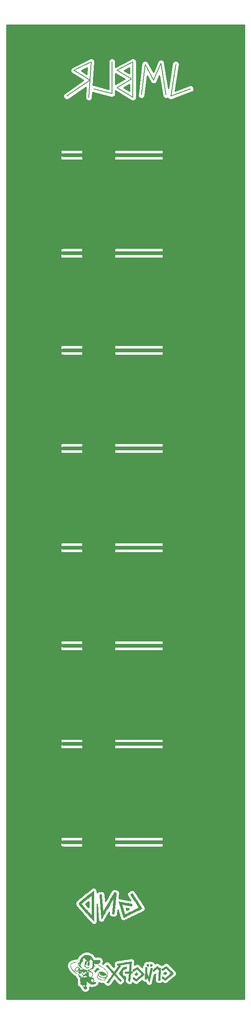
<source format=gbr>
%TF.GenerationSoftware,KiCad,Pcbnew,(5.1.6)-1*%
%TF.CreationDate,2020-06-19T12:49:58-05:00*%
%TF.ProjectId,JMBLR Panel,4a4d424c-5220-4506-916e-656c2e6b6963,rev?*%
%TF.SameCoordinates,Original*%
%TF.FileFunction,Copper,L2,Bot*%
%TF.FilePolarity,Positive*%
%FSLAX46Y46*%
G04 Gerber Fmt 4.6, Leading zero omitted, Abs format (unit mm)*
G04 Created by KiCad (PCBNEW (5.1.6)-1) date 2020-06-19 12:49:58*
%MOMM*%
%LPD*%
G01*
G04 APERTURE LIST*
%TA.AperFunction,NonConductor*%
%ADD10C,0.750000*%
%TD*%
%TA.AperFunction,NonConductor*%
%ADD11C,0.150000*%
%TD*%
%TA.AperFunction,EtchedComponent*%
%ADD12C,0.010000*%
%TD*%
%TA.AperFunction,ComponentPad*%
%ADD13C,10.000000*%
%TD*%
%TA.AperFunction,ComponentPad*%
%ADD14C,6.900000*%
%TD*%
%TA.AperFunction,ComponentPad*%
%ADD15C,14.000000*%
%TD*%
%TA.AperFunction,ComponentPad*%
%ADD16O,6.900000X3.900000*%
%TD*%
%TA.AperFunction,NonConductor*%
%ADD17C,0.254000*%
%TD*%
%TA.AperFunction,Conductor*%
%ADD18C,0.254000*%
%TD*%
G04 APERTURE END LIST*
D10*
X220000000Y-209750000D02*
X229500000Y-209750000D01*
X220000000Y-189750000D02*
X229500000Y-189750000D01*
X220000000Y-169750000D02*
X229500000Y-169750000D01*
X220000000Y-149750000D02*
X229500000Y-149750000D01*
X220000000Y-129500000D02*
X229500000Y-129500000D01*
X220000000Y-109500000D02*
X229500000Y-109500000D01*
X220000000Y-89750000D02*
X229500000Y-89750000D01*
X209250000Y-209750000D02*
X213000000Y-209750000D01*
X209250000Y-189750000D02*
X213000000Y-189750000D01*
X209250000Y-169750000D02*
X213000000Y-169750000D01*
X209250000Y-149750000D02*
X213000000Y-149750000D01*
X209250000Y-129500000D02*
X213000000Y-129500000D01*
X209250000Y-109500000D02*
X213000000Y-109500000D01*
X209250000Y-89750000D02*
X213000000Y-89750000D01*
X220000000Y-69750000D02*
X229500000Y-69750000D01*
X209250000Y-69750000D02*
X213000000Y-69750000D01*
D11*
X210000000Y-57750000D02*
X214750000Y-54500000D01*
X227750000Y-54500000D02*
X229250000Y-51000000D01*
X223250000Y-54250000D02*
X220250000Y-52500000D01*
X214750000Y-54500000D02*
X211500000Y-52500000D01*
X226000000Y-51250000D02*
X227750000Y-54500000D01*
X220250000Y-56000000D02*
X223250000Y-54250000D01*
X215000000Y-50750000D02*
X211500000Y-52500000D01*
X229250000Y-51000000D02*
X230250000Y-57500000D01*
X219250000Y-57250000D02*
X215500000Y-56250000D01*
X225250000Y-57500000D02*
X226000000Y-51250000D01*
X232250000Y-51250000D02*
X231250000Y-57750000D01*
X223500000Y-50750000D02*
X223500000Y-58000000D01*
X223500000Y-58000000D02*
X220250000Y-56000000D01*
X220250000Y-52500000D02*
X223500000Y-50750000D01*
X215000000Y-50750000D02*
X214500000Y-58000000D01*
X231250000Y-57750000D02*
X235250000Y-56250000D01*
X219250000Y-57250000D02*
X219250000Y-50750000D01*
D12*
%TO.C,G\u002A\u002A\u002A*%
G36*
X215505055Y-219732054D02*
G01*
X215509978Y-219751559D01*
X215514410Y-219784752D01*
X215518395Y-219834225D01*
X215521982Y-219902566D01*
X215525218Y-219992366D01*
X215528149Y-220106214D01*
X215530821Y-220246700D01*
X215533283Y-220416415D01*
X215535581Y-220617948D01*
X215537761Y-220853889D01*
X215539871Y-221126828D01*
X215541958Y-221439355D01*
X215544068Y-221794060D01*
X215546249Y-222193532D01*
X215548547Y-222640362D01*
X215549384Y-222807756D01*
X215551282Y-223200832D01*
X215552997Y-223579632D01*
X215554522Y-223941064D01*
X215555848Y-224282041D01*
X215556968Y-224599474D01*
X215557873Y-224890273D01*
X215558554Y-225151349D01*
X215559005Y-225379613D01*
X215559215Y-225571975D01*
X215559178Y-225725348D01*
X215558885Y-225836641D01*
X215558328Y-225902766D01*
X215557651Y-225921144D01*
X215539610Y-225904516D01*
X215491043Y-225854049D01*
X215415538Y-225773614D01*
X215316679Y-225667085D01*
X215198053Y-225538333D01*
X215063248Y-225391231D01*
X214915848Y-225229651D01*
X214840162Y-225146422D01*
X214477387Y-224746582D01*
X214148424Y-224382958D01*
X213852410Y-224054575D01*
X213588478Y-223760457D01*
X213355763Y-223499627D01*
X213153400Y-223271111D01*
X212980524Y-223073932D01*
X212836270Y-222907115D01*
X212719772Y-222769684D01*
X212630166Y-222660663D01*
X212582676Y-222600334D01*
X212494230Y-222461513D01*
X212455631Y-222345117D01*
X212978716Y-222345117D01*
X212987113Y-222371991D01*
X213010969Y-222411410D01*
X213053760Y-222468292D01*
X213118963Y-222547557D01*
X213210054Y-222654126D01*
X213330508Y-222792917D01*
X213360200Y-222827007D01*
X213476354Y-222959596D01*
X213619271Y-223121551D01*
X213781560Y-223304562D01*
X213955828Y-223500323D01*
X214134684Y-223700526D01*
X214310736Y-223896863D01*
X214433274Y-224033016D01*
X215097197Y-224769386D01*
X215105140Y-223384668D01*
X215106376Y-223095540D01*
X215106868Y-222798825D01*
X215106652Y-222502769D01*
X215105765Y-222215622D01*
X215104243Y-221945629D01*
X215102123Y-221701039D01*
X215099441Y-221490099D01*
X215096234Y-221321056D01*
X215095937Y-221308842D01*
X215078792Y-220617734D01*
X214706613Y-220912684D01*
X214554292Y-221033862D01*
X214388295Y-221166731D01*
X214213291Y-221307485D01*
X214033944Y-221452317D01*
X213854923Y-221597421D01*
X213680894Y-221738991D01*
X213516525Y-221873218D01*
X213366480Y-221996297D01*
X213235429Y-222104422D01*
X213128037Y-222193784D01*
X213048971Y-222260578D01*
X213002898Y-222300998D01*
X212994393Y-222309320D01*
X212982302Y-222325866D01*
X212978716Y-222345117D01*
X212455631Y-222345117D01*
X212453246Y-222337926D01*
X212459939Y-222230323D01*
X212469682Y-222204692D01*
X212499309Y-222165237D01*
X212560697Y-222100999D01*
X212646232Y-222019372D01*
X212748300Y-221927749D01*
X212806243Y-221877879D01*
X212878825Y-221817244D01*
X212981929Y-221732425D01*
X213111517Y-221626660D01*
X213263551Y-221503185D01*
X213433993Y-221365237D01*
X213618805Y-221216053D01*
X213813948Y-221058870D01*
X214015386Y-220896925D01*
X214219079Y-220733455D01*
X214420989Y-220571696D01*
X214617080Y-220414885D01*
X214803311Y-220266260D01*
X214975647Y-220129057D01*
X215130047Y-220006514D01*
X215262475Y-219901866D01*
X215368893Y-219818351D01*
X215445262Y-219759206D01*
X215487544Y-219727668D01*
X215493543Y-219723750D01*
X215499592Y-219723647D01*
X215505055Y-219732054D01*
G37*
X215505055Y-219732054D02*
X215509978Y-219751559D01*
X215514410Y-219784752D01*
X215518395Y-219834225D01*
X215521982Y-219902566D01*
X215525218Y-219992366D01*
X215528149Y-220106214D01*
X215530821Y-220246700D01*
X215533283Y-220416415D01*
X215535581Y-220617948D01*
X215537761Y-220853889D01*
X215539871Y-221126828D01*
X215541958Y-221439355D01*
X215544068Y-221794060D01*
X215546249Y-222193532D01*
X215548547Y-222640362D01*
X215549384Y-222807756D01*
X215551282Y-223200832D01*
X215552997Y-223579632D01*
X215554522Y-223941064D01*
X215555848Y-224282041D01*
X215556968Y-224599474D01*
X215557873Y-224890273D01*
X215558554Y-225151349D01*
X215559005Y-225379613D01*
X215559215Y-225571975D01*
X215559178Y-225725348D01*
X215558885Y-225836641D01*
X215558328Y-225902766D01*
X215557651Y-225921144D01*
X215539610Y-225904516D01*
X215491043Y-225854049D01*
X215415538Y-225773614D01*
X215316679Y-225667085D01*
X215198053Y-225538333D01*
X215063248Y-225391231D01*
X214915848Y-225229651D01*
X214840162Y-225146422D01*
X214477387Y-224746582D01*
X214148424Y-224382958D01*
X213852410Y-224054575D01*
X213588478Y-223760457D01*
X213355763Y-223499627D01*
X213153400Y-223271111D01*
X212980524Y-223073932D01*
X212836270Y-222907115D01*
X212719772Y-222769684D01*
X212630166Y-222660663D01*
X212582676Y-222600334D01*
X212494230Y-222461513D01*
X212455631Y-222345117D01*
X212978716Y-222345117D01*
X212987113Y-222371991D01*
X213010969Y-222411410D01*
X213053760Y-222468292D01*
X213118963Y-222547557D01*
X213210054Y-222654126D01*
X213330508Y-222792917D01*
X213360200Y-222827007D01*
X213476354Y-222959596D01*
X213619271Y-223121551D01*
X213781560Y-223304562D01*
X213955828Y-223500323D01*
X214134684Y-223700526D01*
X214310736Y-223896863D01*
X214433274Y-224033016D01*
X215097197Y-224769386D01*
X215105140Y-223384668D01*
X215106376Y-223095540D01*
X215106868Y-222798825D01*
X215106652Y-222502769D01*
X215105765Y-222215622D01*
X215104243Y-221945629D01*
X215102123Y-221701039D01*
X215099441Y-221490099D01*
X215096234Y-221321056D01*
X215095937Y-221308842D01*
X215078792Y-220617734D01*
X214706613Y-220912684D01*
X214554292Y-221033862D01*
X214388295Y-221166731D01*
X214213291Y-221307485D01*
X214033944Y-221452317D01*
X213854923Y-221597421D01*
X213680894Y-221738991D01*
X213516525Y-221873218D01*
X213366480Y-221996297D01*
X213235429Y-222104422D01*
X213128037Y-222193784D01*
X213048971Y-222260578D01*
X213002898Y-222300998D01*
X212994393Y-222309320D01*
X212982302Y-222325866D01*
X212978716Y-222345117D01*
X212455631Y-222345117D01*
X212453246Y-222337926D01*
X212459939Y-222230323D01*
X212469682Y-222204692D01*
X212499309Y-222165237D01*
X212560697Y-222100999D01*
X212646232Y-222019372D01*
X212748300Y-221927749D01*
X212806243Y-221877879D01*
X212878825Y-221817244D01*
X212981929Y-221732425D01*
X213111517Y-221626660D01*
X213263551Y-221503185D01*
X213433993Y-221365237D01*
X213618805Y-221216053D01*
X213813948Y-221058870D01*
X214015386Y-220896925D01*
X214219079Y-220733455D01*
X214420989Y-220571696D01*
X214617080Y-220414885D01*
X214803311Y-220266260D01*
X214975647Y-220129057D01*
X215130047Y-220006514D01*
X215262475Y-219901866D01*
X215368893Y-219818351D01*
X215445262Y-219759206D01*
X215487544Y-219727668D01*
X215493543Y-219723750D01*
X215499592Y-219723647D01*
X215505055Y-219732054D01*
G36*
X219792086Y-220022356D02*
G01*
X219870894Y-220044715D01*
X219929575Y-220063152D01*
X220032881Y-220098496D01*
X220094762Y-220126861D01*
X220123326Y-220152775D01*
X220127727Y-220173792D01*
X220124658Y-220205689D01*
X220116862Y-220284357D01*
X220104725Y-220405974D01*
X220088628Y-220566717D01*
X220068958Y-220762764D01*
X220046097Y-220990292D01*
X220020430Y-221245479D01*
X219992340Y-221524503D01*
X219962211Y-221823540D01*
X219930428Y-222138770D01*
X219911611Y-222325296D01*
X219699199Y-224430423D01*
X219495796Y-224413560D01*
X219398542Y-224403784D01*
X219321733Y-224392869D01*
X219278783Y-224382817D01*
X219274833Y-224380605D01*
X219274270Y-224353154D01*
X219278618Y-224279458D01*
X219287488Y-224163847D01*
X219300489Y-224010650D01*
X219317230Y-223824196D01*
X219337322Y-223608816D01*
X219360373Y-223368838D01*
X219385994Y-223108591D01*
X219413794Y-222832404D01*
X219419538Y-222776052D01*
X219447846Y-222497447D01*
X219474308Y-222234117D01*
X219498511Y-221990365D01*
X219520040Y-221770498D01*
X219538484Y-221578818D01*
X219553428Y-221419629D01*
X219564459Y-221297237D01*
X219571164Y-221215945D01*
X219573130Y-221180058D01*
X219572914Y-221178703D01*
X219571055Y-221176957D01*
X219568367Y-221177228D01*
X219563409Y-221182002D01*
X219554742Y-221193767D01*
X219540924Y-221215011D01*
X219520516Y-221248219D01*
X219492076Y-221295881D01*
X219454164Y-221360482D01*
X219405341Y-221444510D01*
X219344165Y-221550452D01*
X219269195Y-221680796D01*
X219178992Y-221838029D01*
X219072116Y-222024637D01*
X218947124Y-222243109D01*
X218802578Y-222495931D01*
X218637037Y-222785591D01*
X218449059Y-223114576D01*
X218250610Y-223461911D01*
X218082963Y-223755213D01*
X217922326Y-224036007D01*
X217770513Y-224301138D01*
X217629337Y-224547450D01*
X217500612Y-224771788D01*
X217386151Y-224970996D01*
X217287766Y-225141919D01*
X217207272Y-225281400D01*
X217146481Y-225386285D01*
X217107207Y-225453417D01*
X217091262Y-225479640D01*
X217091156Y-225479770D01*
X217078231Y-225469577D01*
X217064789Y-225420335D01*
X217056551Y-225365356D01*
X217052241Y-225318849D01*
X217044700Y-225227734D01*
X217034241Y-225096231D01*
X217021177Y-224928558D01*
X217005821Y-224728935D01*
X216988485Y-224501580D01*
X216969483Y-224250712D01*
X216949126Y-223980550D01*
X216927728Y-223695313D01*
X216905602Y-223399219D01*
X216883060Y-223096488D01*
X216860415Y-222791338D01*
X216837980Y-222487989D01*
X216816068Y-222190658D01*
X216794990Y-221903565D01*
X216775061Y-221630929D01*
X216756593Y-221376969D01*
X216739899Y-221145903D01*
X216725291Y-220941951D01*
X216713082Y-220769330D01*
X216703585Y-220632261D01*
X216697112Y-220534961D01*
X216693977Y-220481651D01*
X216693822Y-220472537D01*
X216719708Y-220469103D01*
X216784341Y-220463177D01*
X216875738Y-220455822D01*
X216916020Y-220452799D01*
X217133041Y-220436827D01*
X217255532Y-222108278D01*
X217276915Y-222398560D01*
X217297614Y-222676645D01*
X217317270Y-222937923D01*
X217335527Y-223177782D01*
X217352029Y-223391610D01*
X217366418Y-223574797D01*
X217378338Y-223722731D01*
X217387432Y-223830800D01*
X217393342Y-223894394D01*
X217394603Y-223905375D01*
X217411185Y-224031021D01*
X218539133Y-222056418D01*
X218706145Y-221764173D01*
X218866358Y-221484072D01*
X219017925Y-221219330D01*
X219158999Y-220973163D01*
X219287733Y-220748786D01*
X219402279Y-220549413D01*
X219500792Y-220378260D01*
X219581423Y-220238541D01*
X219642326Y-220133472D01*
X219681654Y-220066267D01*
X219697400Y-220040353D01*
X219716447Y-220021265D01*
X219744307Y-220014903D01*
X219792086Y-220022356D01*
G37*
X219792086Y-220022356D02*
X219870894Y-220044715D01*
X219929575Y-220063152D01*
X220032881Y-220098496D01*
X220094762Y-220126861D01*
X220123326Y-220152775D01*
X220127727Y-220173792D01*
X220124658Y-220205689D01*
X220116862Y-220284357D01*
X220104725Y-220405974D01*
X220088628Y-220566717D01*
X220068958Y-220762764D01*
X220046097Y-220990292D01*
X220020430Y-221245479D01*
X219992340Y-221524503D01*
X219962211Y-221823540D01*
X219930428Y-222138770D01*
X219911611Y-222325296D01*
X219699199Y-224430423D01*
X219495796Y-224413560D01*
X219398542Y-224403784D01*
X219321733Y-224392869D01*
X219278783Y-224382817D01*
X219274833Y-224380605D01*
X219274270Y-224353154D01*
X219278618Y-224279458D01*
X219287488Y-224163847D01*
X219300489Y-224010650D01*
X219317230Y-223824196D01*
X219337322Y-223608816D01*
X219360373Y-223368838D01*
X219385994Y-223108591D01*
X219413794Y-222832404D01*
X219419538Y-222776052D01*
X219447846Y-222497447D01*
X219474308Y-222234117D01*
X219498511Y-221990365D01*
X219520040Y-221770498D01*
X219538484Y-221578818D01*
X219553428Y-221419629D01*
X219564459Y-221297237D01*
X219571164Y-221215945D01*
X219573130Y-221180058D01*
X219572914Y-221178703D01*
X219571055Y-221176957D01*
X219568367Y-221177228D01*
X219563409Y-221182002D01*
X219554742Y-221193767D01*
X219540924Y-221215011D01*
X219520516Y-221248219D01*
X219492076Y-221295881D01*
X219454164Y-221360482D01*
X219405341Y-221444510D01*
X219344165Y-221550452D01*
X219269195Y-221680796D01*
X219178992Y-221838029D01*
X219072116Y-222024637D01*
X218947124Y-222243109D01*
X218802578Y-222495931D01*
X218637037Y-222785591D01*
X218449059Y-223114576D01*
X218250610Y-223461911D01*
X218082963Y-223755213D01*
X217922326Y-224036007D01*
X217770513Y-224301138D01*
X217629337Y-224547450D01*
X217500612Y-224771788D01*
X217386151Y-224970996D01*
X217287766Y-225141919D01*
X217207272Y-225281400D01*
X217146481Y-225386285D01*
X217107207Y-225453417D01*
X217091262Y-225479640D01*
X217091156Y-225479770D01*
X217078231Y-225469577D01*
X217064789Y-225420335D01*
X217056551Y-225365356D01*
X217052241Y-225318849D01*
X217044700Y-225227734D01*
X217034241Y-225096231D01*
X217021177Y-224928558D01*
X217005821Y-224728935D01*
X216988485Y-224501580D01*
X216969483Y-224250712D01*
X216949126Y-223980550D01*
X216927728Y-223695313D01*
X216905602Y-223399219D01*
X216883060Y-223096488D01*
X216860415Y-222791338D01*
X216837980Y-222487989D01*
X216816068Y-222190658D01*
X216794990Y-221903565D01*
X216775061Y-221630929D01*
X216756593Y-221376969D01*
X216739899Y-221145903D01*
X216725291Y-220941951D01*
X216713082Y-220769330D01*
X216703585Y-220632261D01*
X216697112Y-220534961D01*
X216693977Y-220481651D01*
X216693822Y-220472537D01*
X216719708Y-220469103D01*
X216784341Y-220463177D01*
X216875738Y-220455822D01*
X216916020Y-220452799D01*
X217133041Y-220436827D01*
X217255532Y-222108278D01*
X217276915Y-222398560D01*
X217297614Y-222676645D01*
X217317270Y-222937923D01*
X217335527Y-223177782D01*
X217352029Y-223391610D01*
X217366418Y-223574797D01*
X217378338Y-223722731D01*
X217387432Y-223830800D01*
X217393342Y-223894394D01*
X217394603Y-223905375D01*
X217411185Y-224031021D01*
X218539133Y-222056418D01*
X218706145Y-221764173D01*
X218866358Y-221484072D01*
X219017925Y-221219330D01*
X219158999Y-220973163D01*
X219287733Y-220748786D01*
X219402279Y-220549413D01*
X219500792Y-220378260D01*
X219581423Y-220238541D01*
X219642326Y-220133472D01*
X219681654Y-220066267D01*
X219697400Y-220040353D01*
X219716447Y-220021265D01*
X219744307Y-220014903D01*
X219792086Y-220022356D01*
G36*
X223358202Y-220229277D02*
G01*
X223401566Y-220288706D01*
X223466916Y-220382601D01*
X223551584Y-220506876D01*
X223652906Y-220657449D01*
X223768215Y-220830236D01*
X223894846Y-221021154D01*
X224030133Y-221226118D01*
X224171411Y-221441046D01*
X224316014Y-221661853D01*
X224461276Y-221884457D01*
X224604531Y-222104772D01*
X224743115Y-222318717D01*
X224874361Y-222522208D01*
X224995603Y-222711160D01*
X225104176Y-222881490D01*
X225197414Y-223029116D01*
X225272652Y-223149952D01*
X225327224Y-223239916D01*
X225358464Y-223294923D01*
X225364836Y-223311050D01*
X225340151Y-223324411D01*
X225273978Y-223358016D01*
X225170439Y-223409841D01*
X225033656Y-223477862D01*
X224867753Y-223560056D01*
X224676852Y-223654400D01*
X224465076Y-223758871D01*
X224236549Y-223871444D01*
X223995392Y-223990098D01*
X223745729Y-224112808D01*
X223491682Y-224237551D01*
X223237375Y-224362304D01*
X222986930Y-224485043D01*
X222744470Y-224603746D01*
X222514117Y-224716388D01*
X222299995Y-224820947D01*
X222106227Y-224915399D01*
X221936934Y-224997721D01*
X221796241Y-225065890D01*
X221688270Y-225117882D01*
X221617143Y-225151673D01*
X221586984Y-225165242D01*
X221586301Y-225165415D01*
X221577910Y-225141732D01*
X221556102Y-225073346D01*
X221522102Y-224964253D01*
X221477133Y-224818448D01*
X221422416Y-224639927D01*
X221359177Y-224432686D01*
X221288637Y-224200719D01*
X221212021Y-223948022D01*
X221130550Y-223678591D01*
X221090095Y-223544544D01*
X221006777Y-223268075D01*
X220927945Y-223006043D01*
X220854805Y-222762488D01*
X220788565Y-222541453D01*
X220730431Y-222346978D01*
X220681611Y-222183104D01*
X220643312Y-222053874D01*
X220616741Y-221963327D01*
X220603106Y-221915506D01*
X220601510Y-221908933D01*
X220625637Y-221911049D01*
X220694244Y-221921438D01*
X220801815Y-221939104D01*
X220942829Y-221963054D01*
X221111769Y-221992294D01*
X221303117Y-222025831D01*
X221511353Y-222062671D01*
X221730959Y-222101819D01*
X221956417Y-222142282D01*
X222182208Y-222183066D01*
X222402814Y-222223178D01*
X222612717Y-222261623D01*
X222806397Y-222297409D01*
X222978336Y-222329540D01*
X223123016Y-222357023D01*
X223234919Y-222378864D01*
X223308525Y-222394070D01*
X223338317Y-222401647D01*
X223338603Y-222401849D01*
X223338011Y-222428614D01*
X223329369Y-222490567D01*
X223315375Y-222573196D01*
X223298727Y-222661987D01*
X223282122Y-222742426D01*
X223268257Y-222800000D01*
X223260894Y-222819903D01*
X223234617Y-222817614D01*
X223163702Y-222807021D01*
X223053520Y-222789041D01*
X222909440Y-222764588D01*
X222736834Y-222734579D01*
X222541072Y-222699928D01*
X222327523Y-222661552D01*
X222254455Y-222648298D01*
X222036184Y-222608925D01*
X221833884Y-222573036D01*
X221652933Y-222541537D01*
X221498710Y-222515340D01*
X221376594Y-222495353D01*
X221291964Y-222482486D01*
X221250199Y-222477647D01*
X221246746Y-222477961D01*
X221251824Y-222503304D01*
X221269948Y-222571101D01*
X221299272Y-222675182D01*
X221337950Y-222809380D01*
X221384136Y-222967527D01*
X221435984Y-223143454D01*
X221491647Y-223330993D01*
X221549280Y-223523976D01*
X221607037Y-223716234D01*
X221663072Y-223901601D01*
X221715538Y-224073906D01*
X221762590Y-224226983D01*
X221802381Y-224354663D01*
X221833065Y-224450777D01*
X221852797Y-224509158D01*
X221859220Y-224524401D01*
X221882827Y-224515156D01*
X221947360Y-224485813D01*
X222048087Y-224438667D01*
X222180280Y-224376014D01*
X222339208Y-224300148D01*
X222520140Y-224213364D01*
X222718348Y-224117957D01*
X222929100Y-224016221D01*
X223147667Y-223910452D01*
X223369318Y-223802943D01*
X223589324Y-223695991D01*
X223802954Y-223591890D01*
X224005479Y-223492934D01*
X224192168Y-223401418D01*
X224358292Y-223319638D01*
X224499119Y-223249887D01*
X224609921Y-223194462D01*
X224685967Y-223155656D01*
X224722527Y-223135765D01*
X224724808Y-223134148D01*
X224714112Y-223110817D01*
X224677566Y-223048762D01*
X224617488Y-222951597D01*
X224536193Y-222822936D01*
X224435998Y-222666394D01*
X224319219Y-222485585D01*
X224188171Y-222284123D01*
X224045172Y-222065622D01*
X223892537Y-221833697D01*
X223854749Y-221776471D01*
X222967890Y-220434274D01*
X223143202Y-220320866D01*
X223226733Y-220268488D01*
X223294325Y-220229170D01*
X223334503Y-220209488D01*
X223339487Y-220208395D01*
X223358202Y-220229277D01*
G37*
X223358202Y-220229277D02*
X223401566Y-220288706D01*
X223466916Y-220382601D01*
X223551584Y-220506876D01*
X223652906Y-220657449D01*
X223768215Y-220830236D01*
X223894846Y-221021154D01*
X224030133Y-221226118D01*
X224171411Y-221441046D01*
X224316014Y-221661853D01*
X224461276Y-221884457D01*
X224604531Y-222104772D01*
X224743115Y-222318717D01*
X224874361Y-222522208D01*
X224995603Y-222711160D01*
X225104176Y-222881490D01*
X225197414Y-223029116D01*
X225272652Y-223149952D01*
X225327224Y-223239916D01*
X225358464Y-223294923D01*
X225364836Y-223311050D01*
X225340151Y-223324411D01*
X225273978Y-223358016D01*
X225170439Y-223409841D01*
X225033656Y-223477862D01*
X224867753Y-223560056D01*
X224676852Y-223654400D01*
X224465076Y-223758871D01*
X224236549Y-223871444D01*
X223995392Y-223990098D01*
X223745729Y-224112808D01*
X223491682Y-224237551D01*
X223237375Y-224362304D01*
X222986930Y-224485043D01*
X222744470Y-224603746D01*
X222514117Y-224716388D01*
X222299995Y-224820947D01*
X222106227Y-224915399D01*
X221936934Y-224997721D01*
X221796241Y-225065890D01*
X221688270Y-225117882D01*
X221617143Y-225151673D01*
X221586984Y-225165242D01*
X221586301Y-225165415D01*
X221577910Y-225141732D01*
X221556102Y-225073346D01*
X221522102Y-224964253D01*
X221477133Y-224818448D01*
X221422416Y-224639927D01*
X221359177Y-224432686D01*
X221288637Y-224200719D01*
X221212021Y-223948022D01*
X221130550Y-223678591D01*
X221090095Y-223544544D01*
X221006777Y-223268075D01*
X220927945Y-223006043D01*
X220854805Y-222762488D01*
X220788565Y-222541453D01*
X220730431Y-222346978D01*
X220681611Y-222183104D01*
X220643312Y-222053874D01*
X220616741Y-221963327D01*
X220603106Y-221915506D01*
X220601510Y-221908933D01*
X220625637Y-221911049D01*
X220694244Y-221921438D01*
X220801815Y-221939104D01*
X220942829Y-221963054D01*
X221111769Y-221992294D01*
X221303117Y-222025831D01*
X221511353Y-222062671D01*
X221730959Y-222101819D01*
X221956417Y-222142282D01*
X222182208Y-222183066D01*
X222402814Y-222223178D01*
X222612717Y-222261623D01*
X222806397Y-222297409D01*
X222978336Y-222329540D01*
X223123016Y-222357023D01*
X223234919Y-222378864D01*
X223308525Y-222394070D01*
X223338317Y-222401647D01*
X223338603Y-222401849D01*
X223338011Y-222428614D01*
X223329369Y-222490567D01*
X223315375Y-222573196D01*
X223298727Y-222661987D01*
X223282122Y-222742426D01*
X223268257Y-222800000D01*
X223260894Y-222819903D01*
X223234617Y-222817614D01*
X223163702Y-222807021D01*
X223053520Y-222789041D01*
X222909440Y-222764588D01*
X222736834Y-222734579D01*
X222541072Y-222699928D01*
X222327523Y-222661552D01*
X222254455Y-222648298D01*
X222036184Y-222608925D01*
X221833884Y-222573036D01*
X221652933Y-222541537D01*
X221498710Y-222515340D01*
X221376594Y-222495353D01*
X221291964Y-222482486D01*
X221250199Y-222477647D01*
X221246746Y-222477961D01*
X221251824Y-222503304D01*
X221269948Y-222571101D01*
X221299272Y-222675182D01*
X221337950Y-222809380D01*
X221384136Y-222967527D01*
X221435984Y-223143454D01*
X221491647Y-223330993D01*
X221549280Y-223523976D01*
X221607037Y-223716234D01*
X221663072Y-223901601D01*
X221715538Y-224073906D01*
X221762590Y-224226983D01*
X221802381Y-224354663D01*
X221833065Y-224450777D01*
X221852797Y-224509158D01*
X221859220Y-224524401D01*
X221882827Y-224515156D01*
X221947360Y-224485813D01*
X222048087Y-224438667D01*
X222180280Y-224376014D01*
X222339208Y-224300148D01*
X222520140Y-224213364D01*
X222718348Y-224117957D01*
X222929100Y-224016221D01*
X223147667Y-223910452D01*
X223369318Y-223802943D01*
X223589324Y-223695991D01*
X223802954Y-223591890D01*
X224005479Y-223492934D01*
X224192168Y-223401418D01*
X224358292Y-223319638D01*
X224499119Y-223249887D01*
X224609921Y-223194462D01*
X224685967Y-223155656D01*
X224722527Y-223135765D01*
X224724808Y-223134148D01*
X224714112Y-223110817D01*
X224677566Y-223048762D01*
X224617488Y-222951597D01*
X224536193Y-222822936D01*
X224435998Y-222666394D01*
X224319219Y-222485585D01*
X224188171Y-222284123D01*
X224045172Y-222065622D01*
X223892537Y-221833697D01*
X223854749Y-221776471D01*
X222967890Y-220434274D01*
X223143202Y-220320866D01*
X223226733Y-220268488D01*
X223294325Y-220229170D01*
X223334503Y-220209488D01*
X223339487Y-220208395D01*
X223358202Y-220229277D01*
G36*
X214366293Y-232801985D02*
G01*
X214613693Y-232882263D01*
X214833664Y-233001440D01*
X215028785Y-233161705D01*
X215201637Y-233365251D01*
X215354799Y-233614268D01*
X215379742Y-233662629D01*
X215478660Y-233859342D01*
X215675591Y-233846319D01*
X215778808Y-233839089D01*
X215915125Y-233828975D01*
X216066965Y-233817305D01*
X216216752Y-233805409D01*
X216219759Y-233805165D01*
X216353088Y-233795947D01*
X216473183Y-233790550D01*
X216568399Y-233789295D01*
X216627094Y-233792503D01*
X216633711Y-233793779D01*
X216710195Y-233837052D01*
X216763976Y-233915475D01*
X216792163Y-234017364D01*
X216791864Y-234131037D01*
X216760188Y-234244811D01*
X216750437Y-234265370D01*
X216661260Y-234386598D01*
X216535336Y-234482189D01*
X216380947Y-234550134D01*
X216206375Y-234588422D01*
X216019902Y-234595045D01*
X215829811Y-234567992D01*
X215687247Y-234523369D01*
X215612211Y-234494456D01*
X215558462Y-234475152D01*
X215541050Y-234470220D01*
X215533132Y-234492714D01*
X215528267Y-234548479D01*
X215527813Y-234565565D01*
X215520443Y-234639602D01*
X215502610Y-234739963D01*
X215479672Y-234838889D01*
X215457755Y-234926466D01*
X215443297Y-234992150D01*
X215439094Y-235023103D01*
X215439398Y-235023859D01*
X215461128Y-235014785D01*
X215504654Y-234983191D01*
X215505783Y-234982278D01*
X215545047Y-234943709D01*
X215546078Y-234913240D01*
X215531697Y-234892654D01*
X215514183Y-234859637D01*
X215524724Y-234851601D01*
X215565399Y-234874164D01*
X215602140Y-234930851D01*
X215626227Y-235005163D01*
X215630981Y-235052635D01*
X215610731Y-235166099D01*
X215556299Y-235286886D01*
X215477159Y-235396242D01*
X215437624Y-235435316D01*
X215345553Y-235504678D01*
X215240002Y-235566850D01*
X215136632Y-235613968D01*
X215051110Y-235638169D01*
X215030305Y-235639790D01*
X214987404Y-235649499D01*
X214911368Y-235675103D01*
X214815290Y-235711314D01*
X214712265Y-235752845D01*
X214615386Y-235794409D01*
X214537748Y-235830718D01*
X214492443Y-235856485D01*
X214491133Y-235857505D01*
X214490651Y-235884449D01*
X214516860Y-235923703D01*
X214555096Y-235957986D01*
X214586851Y-235970320D01*
X214651716Y-235985742D01*
X214742034Y-236026940D01*
X214844898Y-236086312D01*
X214947396Y-236156256D01*
X215036620Y-236229171D01*
X215053371Y-236245037D01*
X215180933Y-236396816D01*
X215263162Y-236555653D01*
X215298805Y-236716942D01*
X215286607Y-236876081D01*
X215252494Y-236976043D01*
X215206735Y-237050528D01*
X215140354Y-237128253D01*
X215065584Y-237197834D01*
X214994654Y-237247883D01*
X214939918Y-237267017D01*
X214901591Y-237262583D01*
X214903094Y-237246698D01*
X214946925Y-237215485D01*
X214988989Y-237190940D01*
X215102362Y-237101188D01*
X215188820Y-236981758D01*
X215238055Y-236848105D01*
X215243908Y-236808796D01*
X215240995Y-236690955D01*
X215214883Y-236568828D01*
X215171104Y-236460659D01*
X215115285Y-236384777D01*
X215065266Y-236350822D01*
X214985072Y-236307905D01*
X214886311Y-236260971D01*
X214780593Y-236214966D01*
X214679528Y-236174836D01*
X214594725Y-236145526D01*
X214537795Y-236131982D01*
X214523444Y-236132654D01*
X214496807Y-236166232D01*
X214486836Y-236223262D01*
X214476968Y-236295314D01*
X214452318Y-236382165D01*
X214442373Y-236408394D01*
X214410690Y-236529522D01*
X214398035Y-236686724D01*
X214397878Y-236707657D01*
X214399609Y-236803454D01*
X214408386Y-236874998D01*
X214429529Y-236940321D01*
X214468361Y-237017455D01*
X214511418Y-237092407D01*
X214624989Y-237286466D01*
X214754706Y-237299854D01*
X214836188Y-237314139D01*
X214947290Y-237341370D01*
X215069924Y-237376884D01*
X215133339Y-237397446D01*
X215263644Y-237445211D01*
X215350411Y-237487910D01*
X215399837Y-237531072D01*
X215418121Y-237580225D01*
X215411458Y-237640900D01*
X215410477Y-237644734D01*
X215413138Y-237697461D01*
X215435351Y-237772576D01*
X215453392Y-237814468D01*
X215494798Y-237946649D01*
X215491444Y-238084877D01*
X215442814Y-238235913D01*
X215417207Y-238288823D01*
X215382118Y-238359612D01*
X215360596Y-238409266D01*
X215357011Y-238424755D01*
X215383109Y-238421928D01*
X215445428Y-238408520D01*
X215531126Y-238387326D01*
X215541992Y-238384491D01*
X215697482Y-238349759D01*
X215811217Y-238338962D01*
X215886550Y-238352567D01*
X215926835Y-238391036D01*
X215936086Y-238439038D01*
X215913353Y-238493469D01*
X215851957Y-238554567D01*
X215762101Y-238614932D01*
X215653986Y-238667159D01*
X215590594Y-238689686D01*
X215472052Y-238717020D01*
X215333711Y-238734750D01*
X215191383Y-238742258D01*
X215060877Y-238738925D01*
X214958002Y-238724132D01*
X214929910Y-238715555D01*
X214879390Y-238692207D01*
X214877567Y-238679498D01*
X214923371Y-238677628D01*
X215015731Y-238686796D01*
X215055479Y-238692169D01*
X215202263Y-238701374D01*
X215356799Y-238691357D01*
X215508435Y-238664877D01*
X215646518Y-238624692D01*
X215760392Y-238573562D01*
X215839406Y-238514245D01*
X215862013Y-238483319D01*
X215881439Y-238435206D01*
X215868918Y-238425035D01*
X215826087Y-238452563D01*
X215777136Y-238495841D01*
X215660898Y-238573969D01*
X215505488Y-238625367D01*
X215309581Y-238650266D01*
X215071854Y-238648896D01*
X214950959Y-238639778D01*
X214867805Y-238629115D01*
X214827826Y-238612328D01*
X214823365Y-238582052D01*
X214839297Y-238546431D01*
X215104243Y-238546431D01*
X215134049Y-238567131D01*
X215169330Y-238568472D01*
X215212373Y-238572554D01*
X215224174Y-238587541D01*
X215239333Y-238612774D01*
X215284837Y-238597271D01*
X215335159Y-238561868D01*
X215380691Y-238529944D01*
X215399454Y-238530939D01*
X215402152Y-238549155D01*
X215413541Y-238584856D01*
X215448092Y-238576140D01*
X215503759Y-238525676D01*
X215543341Y-238472914D01*
X215543388Y-238446003D01*
X215506318Y-238449903D01*
X215474249Y-238465161D01*
X215410760Y-238487633D01*
X215366335Y-238490365D01*
X215299768Y-238487965D01*
X215224877Y-238496177D01*
X215157356Y-238511645D01*
X215112898Y-238531012D01*
X215104243Y-238546431D01*
X214839297Y-238546431D01*
X214843687Y-238536617D01*
X214854606Y-238496930D01*
X214835897Y-238489779D01*
X214798909Y-238517587D01*
X214791942Y-238525575D01*
X214749939Y-238557820D01*
X214727696Y-238563713D01*
X214696067Y-238550685D01*
X214629743Y-238514691D01*
X214536735Y-238460364D01*
X214425056Y-238392339D01*
X214348433Y-238344355D01*
X214231314Y-238271111D01*
X214130083Y-238209444D01*
X214052078Y-238163695D01*
X214004639Y-238138201D01*
X213993624Y-238134595D01*
X213992319Y-238162864D01*
X213997152Y-238226612D01*
X214005186Y-238296747D01*
X214016854Y-238413104D01*
X214024977Y-238542449D01*
X214027033Y-238609364D01*
X214020045Y-238723385D01*
X213989762Y-238804389D01*
X213927667Y-238868018D01*
X213863991Y-238908736D01*
X213836320Y-238928548D01*
X213834600Y-238952369D01*
X213861186Y-238994862D01*
X213882383Y-239023151D01*
X213940999Y-239120057D01*
X213991169Y-239238421D01*
X214027410Y-239360924D01*
X214044244Y-239470249D01*
X214041953Y-239527407D01*
X214002755Y-239642347D01*
X213935399Y-239718689D01*
X213846220Y-239753029D01*
X213741554Y-239741963D01*
X213685992Y-239718653D01*
X213616808Y-239677098D01*
X213562262Y-239636177D01*
X213511029Y-239581175D01*
X213457774Y-239510427D01*
X213411462Y-239437865D01*
X213381055Y-239377419D01*
X213374744Y-239344734D01*
X213391724Y-239339803D01*
X213416807Y-239373288D01*
X213468533Y-239449792D01*
X213541823Y-239534749D01*
X213621258Y-239612037D01*
X213691423Y-239665532D01*
X213701831Y-239671365D01*
X213803685Y-239704831D01*
X213887155Y-239694873D01*
X213949068Y-239646592D01*
X213986253Y-239565089D01*
X213995534Y-239455463D01*
X213973740Y-239322813D01*
X213955394Y-239263835D01*
X213920972Y-239177171D01*
X213885888Y-239106548D01*
X213862723Y-239073145D01*
X213843606Y-239059728D01*
X213846124Y-239081700D01*
X213870935Y-239143915D01*
X213872915Y-239148498D01*
X213911953Y-239260917D01*
X213936691Y-239377675D01*
X213945132Y-239483368D01*
X213935279Y-239562593D01*
X213928664Y-239578514D01*
X213881193Y-239618226D01*
X213805671Y-239631724D01*
X213717706Y-239618866D01*
X213635370Y-239581157D01*
X213583802Y-239534427D01*
X213520657Y-239459348D01*
X213485256Y-239408869D01*
X213647797Y-239408869D01*
X213667902Y-239426759D01*
X213719707Y-239421589D01*
X213790452Y-239394976D01*
X213801613Y-239389387D01*
X213854427Y-239352077D01*
X213877628Y-239316776D01*
X213869611Y-239294352D01*
X213828770Y-239295674D01*
X213814757Y-239300407D01*
X213737932Y-239335416D01*
X213677865Y-239373115D01*
X213648685Y-239404328D01*
X213647797Y-239408869D01*
X213485256Y-239408869D01*
X213459312Y-239371877D01*
X213457392Y-239368835D01*
X213432284Y-239330993D01*
X213571521Y-239330993D01*
X213587484Y-239350518D01*
X213636999Y-239337369D01*
X213707637Y-239299879D01*
X213765773Y-239258151D01*
X213805398Y-239216357D01*
X213818753Y-239184871D01*
X213801834Y-239173924D01*
X213766063Y-239187257D01*
X213709485Y-239220114D01*
X213647809Y-239261783D01*
X213596743Y-239301552D01*
X213571993Y-239328708D01*
X213571521Y-239330993D01*
X213432284Y-239330993D01*
X213387561Y-239263589D01*
X213308397Y-239152844D01*
X213247347Y-239073565D01*
X213191963Y-238998284D01*
X213152991Y-238931761D01*
X213139289Y-238890664D01*
X213136450Y-238867204D01*
X213130337Y-238858207D01*
X213167294Y-238858207D01*
X213173159Y-238884457D01*
X213204765Y-238936558D01*
X213253424Y-239002933D01*
X213310450Y-239072007D01*
X213367159Y-239132203D01*
X213385885Y-239149525D01*
X213473196Y-239204061D01*
X213564694Y-239225400D01*
X213645661Y-239211688D01*
X213682071Y-239186869D01*
X213715264Y-239137736D01*
X213746837Y-239067110D01*
X213750419Y-239056721D01*
X213765328Y-238985569D01*
X213747778Y-238943449D01*
X213691423Y-238923543D01*
X213622372Y-238919124D01*
X213551151Y-238913484D01*
X213452484Y-238900052D01*
X213355405Y-238883158D01*
X213266695Y-238867404D01*
X213199738Y-238858356D01*
X213167957Y-238857793D01*
X213167294Y-238858207D01*
X213130337Y-238858207D01*
X213122702Y-238846972D01*
X213090201Y-238825596D01*
X213031100Y-238798707D01*
X212937554Y-238761934D01*
X212846897Y-238727793D01*
X212776435Y-238697509D01*
X212754345Y-238677648D01*
X212766447Y-238670537D01*
X212798454Y-238652578D01*
X212799269Y-238608940D01*
X212795546Y-238593211D01*
X212789991Y-238548591D01*
X212785276Y-238476843D01*
X213572294Y-238476843D01*
X213579467Y-238525544D01*
X213596454Y-238553736D01*
X213614063Y-238548348D01*
X213617285Y-238540835D01*
X213612887Y-238499447D01*
X213601801Y-238474467D01*
X213679999Y-238474467D01*
X213701884Y-238519907D01*
X213708085Y-238531932D01*
X213742504Y-238586215D01*
X213772382Y-238613723D01*
X213776472Y-238614564D01*
X213788911Y-238597298D01*
X213777207Y-238567979D01*
X213736092Y-238512051D01*
X213708820Y-238485346D01*
X213682273Y-238465360D01*
X213679999Y-238474467D01*
X213601801Y-238474467D01*
X213599519Y-238469326D01*
X213579050Y-238439411D01*
X213572842Y-238456788D01*
X213572294Y-238476843D01*
X212785276Y-238476843D01*
X212784268Y-238461513D01*
X212778738Y-238340364D01*
X212773758Y-238193532D01*
X212769688Y-238029407D01*
X212768339Y-237957478D01*
X212768229Y-237950934D01*
X214886961Y-237950934D01*
X214953866Y-238030446D01*
X215002606Y-238103739D01*
X215018679Y-238178917D01*
X215004877Y-238274250D01*
X214996082Y-238306891D01*
X214982513Y-238389457D01*
X214997174Y-238431907D01*
X215035242Y-238432766D01*
X215091892Y-238390562D01*
X215129796Y-238347742D01*
X215202286Y-238278465D01*
X215288467Y-238245142D01*
X215303403Y-238242474D01*
X215382500Y-238216212D01*
X215429892Y-238163567D01*
X215449222Y-238077623D01*
X215446140Y-237971384D01*
X215409764Y-237843950D01*
X215328040Y-237735736D01*
X215215991Y-237657244D01*
X215171036Y-237637880D01*
X215133993Y-237637844D01*
X215096069Y-237663002D01*
X215048468Y-237719221D01*
X214982395Y-237812367D01*
X214981513Y-237813647D01*
X214886961Y-237950934D01*
X212768229Y-237950934D01*
X212758710Y-237389381D01*
X212688389Y-237336300D01*
X212595171Y-237257966D01*
X212506968Y-237169976D01*
X212433460Y-237083389D01*
X212384327Y-237009264D01*
X212369954Y-236972535D01*
X212362599Y-236887161D01*
X212364546Y-236878168D01*
X212409198Y-236878168D01*
X212424425Y-236976776D01*
X212484725Y-237076345D01*
X212555025Y-237150629D01*
X212626037Y-237213735D01*
X212673536Y-237245185D01*
X212708488Y-237250699D01*
X212730982Y-237242394D01*
X212779242Y-237209592D01*
X212788189Y-237176829D01*
X212756309Y-237134336D01*
X212707793Y-237092688D01*
X212628598Y-237036095D01*
X212571549Y-237015522D01*
X212525712Y-237028364D01*
X212505626Y-237044544D01*
X212484240Y-237061131D01*
X212491120Y-237039762D01*
X212498353Y-237025475D01*
X212533554Y-236976743D01*
X212589473Y-236916798D01*
X212609126Y-236898348D01*
X212648948Y-236864713D01*
X212659038Y-236861602D01*
X212648347Y-236876146D01*
X212625618Y-236907181D01*
X212623504Y-236933398D01*
X212647481Y-236966478D01*
X212703026Y-237018098D01*
X212723309Y-237035992D01*
X212790721Y-237089320D01*
X212846581Y-237122832D01*
X212875672Y-237129410D01*
X212900974Y-237127670D01*
X212895047Y-237148845D01*
X212865166Y-237182633D01*
X212818606Y-237218732D01*
X212807961Y-237225305D01*
X212750708Y-237265526D01*
X212738680Y-237298980D01*
X212772413Y-237336068D01*
X212815115Y-237364565D01*
X212899533Y-237399374D01*
X212992547Y-237398819D01*
X213106124Y-237362320D01*
X213135934Y-237349003D01*
X213193925Y-237306543D01*
X213305432Y-237306543D01*
X213306766Y-237346869D01*
X213306864Y-237347031D01*
X213340042Y-237358630D01*
X213413684Y-237362339D01*
X213518107Y-237358697D01*
X213643628Y-237348245D01*
X213780562Y-237331521D01*
X213888216Y-237314618D01*
X213992161Y-237293050D01*
X214107171Y-237263648D01*
X214221694Y-237230071D01*
X214324176Y-237195979D01*
X214403062Y-237165032D01*
X214446800Y-237140889D01*
X214450864Y-237136385D01*
X214446295Y-237121131D01*
X214398862Y-237126404D01*
X214381959Y-237130394D01*
X214229092Y-237149439D01*
X214093728Y-237123610D01*
X213986047Y-237065512D01*
X213932212Y-237028881D01*
X213887953Y-237006575D01*
X213839218Y-236996104D01*
X213771953Y-236994977D01*
X213672105Y-237000705D01*
X213634961Y-237003298D01*
X213395973Y-237020097D01*
X213378983Y-237099063D01*
X213353869Y-237182558D01*
X213325878Y-237248694D01*
X213305432Y-237306543D01*
X213193925Y-237306543D01*
X213233581Y-237277508D01*
X213294354Y-237171950D01*
X213317039Y-237034520D01*
X213317172Y-237022316D01*
X213296777Y-236852431D01*
X213239308Y-236693705D01*
X213150714Y-236557893D01*
X213036941Y-236456751D01*
X213028286Y-236451334D01*
X212943437Y-236411082D01*
X212865701Y-236404062D01*
X212784535Y-236432728D01*
X212689395Y-236499532D01*
X212640486Y-236541554D01*
X212516575Y-236665212D01*
X212439697Y-236775865D01*
X212409198Y-236878168D01*
X212364546Y-236878168D01*
X212379983Y-236806886D01*
X212426887Y-236719756D01*
X212508091Y-236613819D01*
X212518256Y-236601762D01*
X212654885Y-236440690D01*
X212577811Y-236432614D01*
X212518971Y-236416321D01*
X212487169Y-236389181D01*
X212459304Y-236362251D01*
X212396991Y-236321488D01*
X212311975Y-236274326D01*
X212281203Y-236258757D01*
X212184341Y-236206869D01*
X212132003Y-236170936D01*
X212123677Y-236153717D01*
X212158851Y-236157973D01*
X212237011Y-236186463D01*
X212290287Y-236209850D01*
X212366635Y-236244147D01*
X212422209Y-236267881D01*
X212443162Y-236275425D01*
X212448897Y-236252668D01*
X212448963Y-236251560D01*
X212617044Y-236251560D01*
X212625327Y-236323975D01*
X212653908Y-236365996D01*
X212688620Y-236372133D01*
X212721371Y-236355499D01*
X212749510Y-236310203D01*
X212754015Y-236297202D01*
X212943851Y-236297202D01*
X212954072Y-236336360D01*
X212989488Y-236371294D01*
X213055795Y-236415265D01*
X213176792Y-236512471D01*
X213268697Y-236636537D01*
X213336560Y-236788603D01*
X213364699Y-236858150D01*
X213389255Y-236902518D01*
X213399352Y-236911061D01*
X213426018Y-236896768D01*
X213484996Y-236857725D01*
X213567908Y-236799680D01*
X213666379Y-236728385D01*
X213679420Y-236718787D01*
X213784489Y-236641412D01*
X213879819Y-236571383D01*
X213955154Y-236516222D01*
X214000242Y-236483451D01*
X214001254Y-236482724D01*
X214041069Y-236445606D01*
X214051905Y-236400533D01*
X214044616Y-236344567D01*
X214016889Y-236261781D01*
X213973741Y-236189468D01*
X213970838Y-236186050D01*
X213914764Y-236121899D01*
X213610266Y-236298852D01*
X213473982Y-236376043D01*
X213374264Y-236428180D01*
X213312409Y-236454833D01*
X213289715Y-236455569D01*
X213307479Y-236429956D01*
X213362153Y-236381527D01*
X213422980Y-236317538D01*
X213442155Y-236263374D01*
X213418763Y-236225180D01*
X213387187Y-236213156D01*
X213333705Y-236201019D01*
X213249424Y-236181312D01*
X213156667Y-236159275D01*
X213069640Y-236140049D01*
X213004261Y-236128630D01*
X212973922Y-236127331D01*
X212973497Y-236127637D01*
X212964039Y-236156762D01*
X212952615Y-236217176D01*
X212949468Y-236238242D01*
X212943851Y-236297202D01*
X212754015Y-236297202D01*
X212778474Y-236226616D01*
X212786330Y-236199149D01*
X212810301Y-236105354D01*
X212827285Y-236024083D01*
X212833291Y-235977018D01*
X212851319Y-235928643D01*
X212860829Y-235922182D01*
X214008620Y-235922182D01*
X214027438Y-235951438D01*
X214076601Y-235981260D01*
X214152014Y-236047262D01*
X214210026Y-236154405D01*
X214246486Y-236294731D01*
X214248950Y-236311470D01*
X214268916Y-236393331D01*
X214299381Y-236425694D01*
X214340006Y-236408393D01*
X214370980Y-236371470D01*
X214397803Y-236301373D01*
X214409268Y-236203003D01*
X214405287Y-236096592D01*
X214385775Y-236002371D01*
X214372701Y-235970859D01*
X214326741Y-235909069D01*
X214262817Y-235878911D01*
X214169401Y-235876382D01*
X214118500Y-235882610D01*
X214038651Y-235900001D01*
X214008620Y-235922182D01*
X212860829Y-235922182D01*
X212909517Y-235889108D01*
X212927674Y-235881089D01*
X212986090Y-235848383D01*
X212997437Y-235822792D01*
X212965433Y-235808831D01*
X212893793Y-235811015D01*
X212872605Y-235814190D01*
X212805338Y-235832089D01*
X212758719Y-235867274D01*
X212714431Y-235934215D01*
X212709534Y-235943016D01*
X212659591Y-236051974D01*
X212628613Y-236157858D01*
X212617044Y-236251560D01*
X212448963Y-236251560D01*
X212452349Y-236195055D01*
X212452802Y-236160194D01*
X212461063Y-236066711D01*
X212481574Y-235978178D01*
X212488273Y-235960070D01*
X212523744Y-235875177D01*
X212438100Y-235894493D01*
X212360755Y-235924504D01*
X212282590Y-235972981D01*
X212272310Y-235981247D01*
X212216303Y-236021485D01*
X212181326Y-236034258D01*
X212174808Y-236019326D01*
X212198038Y-235983647D01*
X212216993Y-235941622D01*
X212200208Y-235908757D01*
X212185370Y-235883437D01*
X212210786Y-235883414D01*
X212223357Y-235886515D01*
X212288842Y-235878340D01*
X212336491Y-235839642D01*
X212431836Y-235839642D01*
X212450348Y-235843149D01*
X212499381Y-235820034D01*
X212507716Y-235815593D01*
X212551071Y-235773859D01*
X212593906Y-235704635D01*
X212627648Y-235626446D01*
X212643724Y-235557823D01*
X212640898Y-235527781D01*
X212605394Y-235493572D01*
X212577209Y-235487237D01*
X212540592Y-235501768D01*
X212529128Y-235552540D01*
X212529079Y-235558137D01*
X212517405Y-235626106D01*
X212488366Y-235707467D01*
X212478228Y-235728779D01*
X212441808Y-235803517D01*
X212431836Y-235839642D01*
X212336491Y-235839642D01*
X212356685Y-235823242D01*
X212422754Y-235724735D01*
X212430083Y-235710722D01*
X212472748Y-235583822D01*
X212468051Y-235470545D01*
X212418839Y-235376461D01*
X212327958Y-235307143D01*
X212204417Y-235269110D01*
X212081190Y-235273739D01*
X211964645Y-235324305D01*
X211859852Y-235415919D01*
X211771877Y-235543692D01*
X211705791Y-235702736D01*
X211688283Y-235766917D01*
X211688158Y-235862626D01*
X211731756Y-235943709D01*
X211812776Y-236004663D01*
X211924914Y-236039984D01*
X212008541Y-236046596D01*
X212066829Y-236052571D01*
X212085639Y-236068403D01*
X212084134Y-236072022D01*
X212043525Y-236093872D01*
X211972797Y-236094528D01*
X211886357Y-236077359D01*
X211798612Y-236045732D01*
X211723968Y-236003016D01*
X211699505Y-235982097D01*
X211651552Y-235900646D01*
X211639750Y-235797090D01*
X211660132Y-235680572D01*
X211708731Y-235560233D01*
X211781581Y-235445217D01*
X211874717Y-235344667D01*
X211984171Y-235267725D01*
X212016187Y-235252105D01*
X212146323Y-235220516D01*
X212275954Y-235235991D01*
X212393571Y-235295946D01*
X212451510Y-235349809D01*
X212525639Y-235414631D01*
X212591381Y-235436386D01*
X212645042Y-235457770D01*
X212674823Y-235516108D01*
X212679195Y-235602677D01*
X212656628Y-235708755D01*
X212644919Y-235741684D01*
X212644541Y-235758170D01*
X212663933Y-235768508D01*
X212710833Y-235773522D01*
X212792981Y-235774035D01*
X212918115Y-235770871D01*
X212919008Y-235770843D01*
X213057106Y-235768169D01*
X213155379Y-235771028D01*
X213224643Y-235780349D01*
X213275714Y-235797061D01*
X213286769Y-235802432D01*
X213378302Y-235830363D01*
X213508204Y-235841791D01*
X213538477Y-235841950D01*
X213711361Y-235840707D01*
X213551773Y-235779295D01*
X213439673Y-235729623D01*
X213321493Y-235667343D01*
X213254191Y-235626287D01*
X213145892Y-235543564D01*
X213031621Y-235438424D01*
X212923844Y-235323983D01*
X212835032Y-235213357D01*
X212783016Y-235130660D01*
X212741487Y-235063023D01*
X212699122Y-235014339D01*
X212688166Y-235006291D01*
X212665107Y-234985727D01*
X212674826Y-234979502D01*
X212685661Y-234959130D01*
X212681303Y-234930340D01*
X212729483Y-234930340D01*
X212824377Y-235100731D01*
X212963165Y-235300122D01*
X213141340Y-235476909D01*
X213350116Y-235624764D01*
X213580705Y-235737360D01*
X213800350Y-235803476D01*
X213938026Y-235821797D01*
X214103597Y-235827213D01*
X214275899Y-235820201D01*
X214433767Y-235801240D01*
X214499549Y-235787705D01*
X214613521Y-235747237D01*
X214746770Y-235680723D01*
X214882333Y-235597782D01*
X214884646Y-235596065D01*
X215024846Y-235596065D01*
X215060405Y-235594941D01*
X215137889Y-235566819D01*
X215230703Y-235523092D01*
X215335869Y-235454216D01*
X215432883Y-235362499D01*
X215512215Y-235259989D01*
X215564336Y-235158729D01*
X215580130Y-235081443D01*
X215575947Y-235043136D01*
X215556762Y-235033459D01*
X215512616Y-235052519D01*
X215462038Y-235082703D01*
X215375743Y-235152032D01*
X215333283Y-235230581D01*
X215325876Y-235292971D01*
X215314660Y-235336835D01*
X215275569Y-235382973D01*
X215200436Y-235440446D01*
X215181180Y-235453551D01*
X215084087Y-235523760D01*
X215032358Y-235571801D01*
X215024846Y-235596065D01*
X214884646Y-235596065D01*
X215003245Y-235508037D01*
X215024001Y-235490272D01*
X215105295Y-235399771D01*
X215206155Y-235399771D01*
X215208750Y-235410961D01*
X215233867Y-235395210D01*
X215260496Y-235371007D01*
X215290546Y-235331020D01*
X215300051Y-235299539D01*
X215286132Y-235291191D01*
X215275161Y-235296462D01*
X215248774Y-235323639D01*
X215222039Y-235364512D01*
X215206155Y-235399771D01*
X215105295Y-235399771D01*
X215145895Y-235354574D01*
X215221216Y-235201179D01*
X215251808Y-235025635D01*
X215251590Y-234940590D01*
X215243147Y-234702576D01*
X215243570Y-234509407D01*
X215253086Y-234355816D01*
X215271920Y-234236536D01*
X215283608Y-234192282D01*
X215311722Y-234094872D01*
X215321436Y-234033220D01*
X215310477Y-233994859D01*
X215276577Y-233967324D01*
X215239190Y-233948388D01*
X215171436Y-233900777D01*
X215137109Y-233845913D01*
X215109319Y-233803123D01*
X215051823Y-233746695D01*
X214979196Y-233687991D01*
X214906016Y-233638369D01*
X214846857Y-233609191D01*
X214828956Y-233605756D01*
X214802680Y-233626903D01*
X214769809Y-233679819D01*
X214759067Y-233702447D01*
X214687975Y-233827234D01*
X214596168Y-233935322D01*
X214491835Y-234021715D01*
X214383165Y-234081418D01*
X214278345Y-234109437D01*
X214185564Y-234100776D01*
X214142562Y-234078516D01*
X214112895Y-234049531D01*
X214106146Y-234011627D01*
X214119492Y-233946100D01*
X214121457Y-233938676D01*
X214149241Y-233834584D01*
X214074826Y-233834584D01*
X213980248Y-233819908D01*
X213920530Y-233778739D01*
X213902052Y-233722454D01*
X213888620Y-233675143D01*
X213839807Y-233650754D01*
X213827820Y-233648116D01*
X213758555Y-233617319D01*
X213733329Y-233565219D01*
X213753207Y-233497700D01*
X213791523Y-233447580D01*
X213863914Y-233370454D01*
X213698648Y-233383129D01*
X213578215Y-233397951D01*
X213448435Y-233422225D01*
X213377962Y-233439588D01*
X213222542Y-233483372D01*
X213209533Y-233754323D01*
X213196637Y-233924188D01*
X213174535Y-234052626D01*
X213140214Y-234148681D01*
X213090667Y-234221398D01*
X213038406Y-234268573D01*
X212940160Y-234345252D01*
X212874403Y-234407714D01*
X212831890Y-234470790D01*
X212803373Y-234549314D01*
X212779606Y-234658118D01*
X212772797Y-234694648D01*
X212729483Y-234930340D01*
X212681303Y-234930340D01*
X212678151Y-234909520D01*
X212657864Y-234846309D01*
X212630368Y-234785135D01*
X212601232Y-234741637D01*
X212586275Y-234730827D01*
X212562786Y-234741862D01*
X212554286Y-234785168D01*
X212559793Y-234844739D01*
X212578329Y-234904567D01*
X212598999Y-234938588D01*
X212643493Y-234991441D01*
X212583535Y-234940590D01*
X212546502Y-234900972D01*
X212532724Y-234854205D01*
X212536572Y-234779842D01*
X212537376Y-234772903D01*
X212541749Y-234700076D01*
X212529873Y-234642458D01*
X212495261Y-234578883D01*
X212463950Y-234533382D01*
X212419728Y-234466008D01*
X212393674Y-234415933D01*
X212390681Y-234396739D01*
X212402746Y-234396731D01*
X212426326Y-234416811D01*
X212466789Y-234462850D01*
X212529502Y-234540717D01*
X212572765Y-234595833D01*
X212593922Y-234615530D01*
X212602833Y-234595925D01*
X212604546Y-234554508D01*
X212596764Y-234472489D01*
X212579946Y-234406699D01*
X212552964Y-234360095D01*
X212508920Y-234346044D01*
X212472468Y-234347837D01*
X212397012Y-234373101D01*
X212350805Y-234433591D01*
X212332125Y-234532759D01*
X212334309Y-234624613D01*
X212372599Y-234800389D01*
X212455546Y-234956904D01*
X212578505Y-235087353D01*
X212707057Y-235170671D01*
X212758793Y-235203133D01*
X212767860Y-235222408D01*
X212741310Y-235225958D01*
X212686196Y-235211245D01*
X212643971Y-235193367D01*
X212545585Y-235126949D01*
X212448047Y-235028064D01*
X212365525Y-234913319D01*
X212314872Y-234807524D01*
X212282727Y-234669545D01*
X212277862Y-234535441D01*
X212300393Y-234422191D01*
X212312022Y-234395762D01*
X212355949Y-234333587D01*
X212415589Y-234301805D01*
X212506964Y-234292285D01*
X212516060Y-234292242D01*
X212565448Y-234289580D01*
X212592721Y-234273147D01*
X212607588Y-234230274D01*
X212618368Y-234158759D01*
X212636713Y-234062543D01*
X212666534Y-233946567D01*
X212695877Y-233852521D01*
X212801760Y-233612416D01*
X212942473Y-233395470D01*
X213070698Y-233251918D01*
X214843566Y-233251918D01*
X214849718Y-233308727D01*
X214861861Y-233336832D01*
X214881067Y-233339415D01*
X214888892Y-233309560D01*
X214884845Y-233273374D01*
X214944494Y-233273374D01*
X214956105Y-233319798D01*
X214983722Y-233378054D01*
X215016519Y-233428877D01*
X215043674Y-233453000D01*
X215045526Y-233453203D01*
X215055090Y-233432496D01*
X215043222Y-233379330D01*
X215042900Y-233378403D01*
X215016341Y-233321514D01*
X214984809Y-233277595D01*
X214957767Y-233256746D01*
X214944678Y-233269065D01*
X214944494Y-233273374D01*
X214884845Y-233273374D01*
X214883874Y-233264702D01*
X214870701Y-233231529D01*
X214851600Y-233205048D01*
X214844551Y-233222138D01*
X214843566Y-233251918D01*
X213070698Y-233251918D01*
X213112433Y-233205195D01*
X213306059Y-233045101D01*
X213517768Y-232918698D01*
X213741980Y-232829496D01*
X213973112Y-232781007D01*
X214205583Y-232776739D01*
X214366293Y-232801985D01*
G37*
X214366293Y-232801985D02*
X214613693Y-232882263D01*
X214833664Y-233001440D01*
X215028785Y-233161705D01*
X215201637Y-233365251D01*
X215354799Y-233614268D01*
X215379742Y-233662629D01*
X215478660Y-233859342D01*
X215675591Y-233846319D01*
X215778808Y-233839089D01*
X215915125Y-233828975D01*
X216066965Y-233817305D01*
X216216752Y-233805409D01*
X216219759Y-233805165D01*
X216353088Y-233795947D01*
X216473183Y-233790550D01*
X216568399Y-233789295D01*
X216627094Y-233792503D01*
X216633711Y-233793779D01*
X216710195Y-233837052D01*
X216763976Y-233915475D01*
X216792163Y-234017364D01*
X216791864Y-234131037D01*
X216760188Y-234244811D01*
X216750437Y-234265370D01*
X216661260Y-234386598D01*
X216535336Y-234482189D01*
X216380947Y-234550134D01*
X216206375Y-234588422D01*
X216019902Y-234595045D01*
X215829811Y-234567992D01*
X215687247Y-234523369D01*
X215612211Y-234494456D01*
X215558462Y-234475152D01*
X215541050Y-234470220D01*
X215533132Y-234492714D01*
X215528267Y-234548479D01*
X215527813Y-234565565D01*
X215520443Y-234639602D01*
X215502610Y-234739963D01*
X215479672Y-234838889D01*
X215457755Y-234926466D01*
X215443297Y-234992150D01*
X215439094Y-235023103D01*
X215439398Y-235023859D01*
X215461128Y-235014785D01*
X215504654Y-234983191D01*
X215505783Y-234982278D01*
X215545047Y-234943709D01*
X215546078Y-234913240D01*
X215531697Y-234892654D01*
X215514183Y-234859637D01*
X215524724Y-234851601D01*
X215565399Y-234874164D01*
X215602140Y-234930851D01*
X215626227Y-235005163D01*
X215630981Y-235052635D01*
X215610731Y-235166099D01*
X215556299Y-235286886D01*
X215477159Y-235396242D01*
X215437624Y-235435316D01*
X215345553Y-235504678D01*
X215240002Y-235566850D01*
X215136632Y-235613968D01*
X215051110Y-235638169D01*
X215030305Y-235639790D01*
X214987404Y-235649499D01*
X214911368Y-235675103D01*
X214815290Y-235711314D01*
X214712265Y-235752845D01*
X214615386Y-235794409D01*
X214537748Y-235830718D01*
X214492443Y-235856485D01*
X214491133Y-235857505D01*
X214490651Y-235884449D01*
X214516860Y-235923703D01*
X214555096Y-235957986D01*
X214586851Y-235970320D01*
X214651716Y-235985742D01*
X214742034Y-236026940D01*
X214844898Y-236086312D01*
X214947396Y-236156256D01*
X215036620Y-236229171D01*
X215053371Y-236245037D01*
X215180933Y-236396816D01*
X215263162Y-236555653D01*
X215298805Y-236716942D01*
X215286607Y-236876081D01*
X215252494Y-236976043D01*
X215206735Y-237050528D01*
X215140354Y-237128253D01*
X215065584Y-237197834D01*
X214994654Y-237247883D01*
X214939918Y-237267017D01*
X214901591Y-237262583D01*
X214903094Y-237246698D01*
X214946925Y-237215485D01*
X214988989Y-237190940D01*
X215102362Y-237101188D01*
X215188820Y-236981758D01*
X215238055Y-236848105D01*
X215243908Y-236808796D01*
X215240995Y-236690955D01*
X215214883Y-236568828D01*
X215171104Y-236460659D01*
X215115285Y-236384777D01*
X215065266Y-236350822D01*
X214985072Y-236307905D01*
X214886311Y-236260971D01*
X214780593Y-236214966D01*
X214679528Y-236174836D01*
X214594725Y-236145526D01*
X214537795Y-236131982D01*
X214523444Y-236132654D01*
X214496807Y-236166232D01*
X214486836Y-236223262D01*
X214476968Y-236295314D01*
X214452318Y-236382165D01*
X214442373Y-236408394D01*
X214410690Y-236529522D01*
X214398035Y-236686724D01*
X214397878Y-236707657D01*
X214399609Y-236803454D01*
X214408386Y-236874998D01*
X214429529Y-236940321D01*
X214468361Y-237017455D01*
X214511418Y-237092407D01*
X214624989Y-237286466D01*
X214754706Y-237299854D01*
X214836188Y-237314139D01*
X214947290Y-237341370D01*
X215069924Y-237376884D01*
X215133339Y-237397446D01*
X215263644Y-237445211D01*
X215350411Y-237487910D01*
X215399837Y-237531072D01*
X215418121Y-237580225D01*
X215411458Y-237640900D01*
X215410477Y-237644734D01*
X215413138Y-237697461D01*
X215435351Y-237772576D01*
X215453392Y-237814468D01*
X215494798Y-237946649D01*
X215491444Y-238084877D01*
X215442814Y-238235913D01*
X215417207Y-238288823D01*
X215382118Y-238359612D01*
X215360596Y-238409266D01*
X215357011Y-238424755D01*
X215383109Y-238421928D01*
X215445428Y-238408520D01*
X215531126Y-238387326D01*
X215541992Y-238384491D01*
X215697482Y-238349759D01*
X215811217Y-238338962D01*
X215886550Y-238352567D01*
X215926835Y-238391036D01*
X215936086Y-238439038D01*
X215913353Y-238493469D01*
X215851957Y-238554567D01*
X215762101Y-238614932D01*
X215653986Y-238667159D01*
X215590594Y-238689686D01*
X215472052Y-238717020D01*
X215333711Y-238734750D01*
X215191383Y-238742258D01*
X215060877Y-238738925D01*
X214958002Y-238724132D01*
X214929910Y-238715555D01*
X214879390Y-238692207D01*
X214877567Y-238679498D01*
X214923371Y-238677628D01*
X215015731Y-238686796D01*
X215055479Y-238692169D01*
X215202263Y-238701374D01*
X215356799Y-238691357D01*
X215508435Y-238664877D01*
X215646518Y-238624692D01*
X215760392Y-238573562D01*
X215839406Y-238514245D01*
X215862013Y-238483319D01*
X215881439Y-238435206D01*
X215868918Y-238425035D01*
X215826087Y-238452563D01*
X215777136Y-238495841D01*
X215660898Y-238573969D01*
X215505488Y-238625367D01*
X215309581Y-238650266D01*
X215071854Y-238648896D01*
X214950959Y-238639778D01*
X214867805Y-238629115D01*
X214827826Y-238612328D01*
X214823365Y-238582052D01*
X214839297Y-238546431D01*
X215104243Y-238546431D01*
X215134049Y-238567131D01*
X215169330Y-238568472D01*
X215212373Y-238572554D01*
X215224174Y-238587541D01*
X215239333Y-238612774D01*
X215284837Y-238597271D01*
X215335159Y-238561868D01*
X215380691Y-238529944D01*
X215399454Y-238530939D01*
X215402152Y-238549155D01*
X215413541Y-238584856D01*
X215448092Y-238576140D01*
X215503759Y-238525676D01*
X215543341Y-238472914D01*
X215543388Y-238446003D01*
X215506318Y-238449903D01*
X215474249Y-238465161D01*
X215410760Y-238487633D01*
X215366335Y-238490365D01*
X215299768Y-238487965D01*
X215224877Y-238496177D01*
X215157356Y-238511645D01*
X215112898Y-238531012D01*
X215104243Y-238546431D01*
X214839297Y-238546431D01*
X214843687Y-238536617D01*
X214854606Y-238496930D01*
X214835897Y-238489779D01*
X214798909Y-238517587D01*
X214791942Y-238525575D01*
X214749939Y-238557820D01*
X214727696Y-238563713D01*
X214696067Y-238550685D01*
X214629743Y-238514691D01*
X214536735Y-238460364D01*
X214425056Y-238392339D01*
X214348433Y-238344355D01*
X214231314Y-238271111D01*
X214130083Y-238209444D01*
X214052078Y-238163695D01*
X214004639Y-238138201D01*
X213993624Y-238134595D01*
X213992319Y-238162864D01*
X213997152Y-238226612D01*
X214005186Y-238296747D01*
X214016854Y-238413104D01*
X214024977Y-238542449D01*
X214027033Y-238609364D01*
X214020045Y-238723385D01*
X213989762Y-238804389D01*
X213927667Y-238868018D01*
X213863991Y-238908736D01*
X213836320Y-238928548D01*
X213834600Y-238952369D01*
X213861186Y-238994862D01*
X213882383Y-239023151D01*
X213940999Y-239120057D01*
X213991169Y-239238421D01*
X214027410Y-239360924D01*
X214044244Y-239470249D01*
X214041953Y-239527407D01*
X214002755Y-239642347D01*
X213935399Y-239718689D01*
X213846220Y-239753029D01*
X213741554Y-239741963D01*
X213685992Y-239718653D01*
X213616808Y-239677098D01*
X213562262Y-239636177D01*
X213511029Y-239581175D01*
X213457774Y-239510427D01*
X213411462Y-239437865D01*
X213381055Y-239377419D01*
X213374744Y-239344734D01*
X213391724Y-239339803D01*
X213416807Y-239373288D01*
X213468533Y-239449792D01*
X213541823Y-239534749D01*
X213621258Y-239612037D01*
X213691423Y-239665532D01*
X213701831Y-239671365D01*
X213803685Y-239704831D01*
X213887155Y-239694873D01*
X213949068Y-239646592D01*
X213986253Y-239565089D01*
X213995534Y-239455463D01*
X213973740Y-239322813D01*
X213955394Y-239263835D01*
X213920972Y-239177171D01*
X213885888Y-239106548D01*
X213862723Y-239073145D01*
X213843606Y-239059728D01*
X213846124Y-239081700D01*
X213870935Y-239143915D01*
X213872915Y-239148498D01*
X213911953Y-239260917D01*
X213936691Y-239377675D01*
X213945132Y-239483368D01*
X213935279Y-239562593D01*
X213928664Y-239578514D01*
X213881193Y-239618226D01*
X213805671Y-239631724D01*
X213717706Y-239618866D01*
X213635370Y-239581157D01*
X213583802Y-239534427D01*
X213520657Y-239459348D01*
X213485256Y-239408869D01*
X213647797Y-239408869D01*
X213667902Y-239426759D01*
X213719707Y-239421589D01*
X213790452Y-239394976D01*
X213801613Y-239389387D01*
X213854427Y-239352077D01*
X213877628Y-239316776D01*
X213869611Y-239294352D01*
X213828770Y-239295674D01*
X213814757Y-239300407D01*
X213737932Y-239335416D01*
X213677865Y-239373115D01*
X213648685Y-239404328D01*
X213647797Y-239408869D01*
X213485256Y-239408869D01*
X213459312Y-239371877D01*
X213457392Y-239368835D01*
X213432284Y-239330993D01*
X213571521Y-239330993D01*
X213587484Y-239350518D01*
X213636999Y-239337369D01*
X213707637Y-239299879D01*
X213765773Y-239258151D01*
X213805398Y-239216357D01*
X213818753Y-239184871D01*
X213801834Y-239173924D01*
X213766063Y-239187257D01*
X213709485Y-239220114D01*
X213647809Y-239261783D01*
X213596743Y-239301552D01*
X213571993Y-239328708D01*
X213571521Y-239330993D01*
X213432284Y-239330993D01*
X213387561Y-239263589D01*
X213308397Y-239152844D01*
X213247347Y-239073565D01*
X213191963Y-238998284D01*
X213152991Y-238931761D01*
X213139289Y-238890664D01*
X213136450Y-238867204D01*
X213130337Y-238858207D01*
X213167294Y-238858207D01*
X213173159Y-238884457D01*
X213204765Y-238936558D01*
X213253424Y-239002933D01*
X213310450Y-239072007D01*
X213367159Y-239132203D01*
X213385885Y-239149525D01*
X213473196Y-239204061D01*
X213564694Y-239225400D01*
X213645661Y-239211688D01*
X213682071Y-239186869D01*
X213715264Y-239137736D01*
X213746837Y-239067110D01*
X213750419Y-239056721D01*
X213765328Y-238985569D01*
X213747778Y-238943449D01*
X213691423Y-238923543D01*
X213622372Y-238919124D01*
X213551151Y-238913484D01*
X213452484Y-238900052D01*
X213355405Y-238883158D01*
X213266695Y-238867404D01*
X213199738Y-238858356D01*
X213167957Y-238857793D01*
X213167294Y-238858207D01*
X213130337Y-238858207D01*
X213122702Y-238846972D01*
X213090201Y-238825596D01*
X213031100Y-238798707D01*
X212937554Y-238761934D01*
X212846897Y-238727793D01*
X212776435Y-238697509D01*
X212754345Y-238677648D01*
X212766447Y-238670537D01*
X212798454Y-238652578D01*
X212799269Y-238608940D01*
X212795546Y-238593211D01*
X212789991Y-238548591D01*
X212785276Y-238476843D01*
X213572294Y-238476843D01*
X213579467Y-238525544D01*
X213596454Y-238553736D01*
X213614063Y-238548348D01*
X213617285Y-238540835D01*
X213612887Y-238499447D01*
X213601801Y-238474467D01*
X213679999Y-238474467D01*
X213701884Y-238519907D01*
X213708085Y-238531932D01*
X213742504Y-238586215D01*
X213772382Y-238613723D01*
X213776472Y-238614564D01*
X213788911Y-238597298D01*
X213777207Y-238567979D01*
X213736092Y-238512051D01*
X213708820Y-238485346D01*
X213682273Y-238465360D01*
X213679999Y-238474467D01*
X213601801Y-238474467D01*
X213599519Y-238469326D01*
X213579050Y-238439411D01*
X213572842Y-238456788D01*
X213572294Y-238476843D01*
X212785276Y-238476843D01*
X212784268Y-238461513D01*
X212778738Y-238340364D01*
X212773758Y-238193532D01*
X212769688Y-238029407D01*
X212768339Y-237957478D01*
X212768229Y-237950934D01*
X214886961Y-237950934D01*
X214953866Y-238030446D01*
X215002606Y-238103739D01*
X215018679Y-238178917D01*
X215004877Y-238274250D01*
X214996082Y-238306891D01*
X214982513Y-238389457D01*
X214997174Y-238431907D01*
X215035242Y-238432766D01*
X215091892Y-238390562D01*
X215129796Y-238347742D01*
X215202286Y-238278465D01*
X215288467Y-238245142D01*
X215303403Y-238242474D01*
X215382500Y-238216212D01*
X215429892Y-238163567D01*
X215449222Y-238077623D01*
X215446140Y-237971384D01*
X215409764Y-237843950D01*
X215328040Y-237735736D01*
X215215991Y-237657244D01*
X215171036Y-237637880D01*
X215133993Y-237637844D01*
X215096069Y-237663002D01*
X215048468Y-237719221D01*
X214982395Y-237812367D01*
X214981513Y-237813647D01*
X214886961Y-237950934D01*
X212768229Y-237950934D01*
X212758710Y-237389381D01*
X212688389Y-237336300D01*
X212595171Y-237257966D01*
X212506968Y-237169976D01*
X212433460Y-237083389D01*
X212384327Y-237009264D01*
X212369954Y-236972535D01*
X212362599Y-236887161D01*
X212364546Y-236878168D01*
X212409198Y-236878168D01*
X212424425Y-236976776D01*
X212484725Y-237076345D01*
X212555025Y-237150629D01*
X212626037Y-237213735D01*
X212673536Y-237245185D01*
X212708488Y-237250699D01*
X212730982Y-237242394D01*
X212779242Y-237209592D01*
X212788189Y-237176829D01*
X212756309Y-237134336D01*
X212707793Y-237092688D01*
X212628598Y-237036095D01*
X212571549Y-237015522D01*
X212525712Y-237028364D01*
X212505626Y-237044544D01*
X212484240Y-237061131D01*
X212491120Y-237039762D01*
X212498353Y-237025475D01*
X212533554Y-236976743D01*
X212589473Y-236916798D01*
X212609126Y-236898348D01*
X212648948Y-236864713D01*
X212659038Y-236861602D01*
X212648347Y-236876146D01*
X212625618Y-236907181D01*
X212623504Y-236933398D01*
X212647481Y-236966478D01*
X212703026Y-237018098D01*
X212723309Y-237035992D01*
X212790721Y-237089320D01*
X212846581Y-237122832D01*
X212875672Y-237129410D01*
X212900974Y-237127670D01*
X212895047Y-237148845D01*
X212865166Y-237182633D01*
X212818606Y-237218732D01*
X212807961Y-237225305D01*
X212750708Y-237265526D01*
X212738680Y-237298980D01*
X212772413Y-237336068D01*
X212815115Y-237364565D01*
X212899533Y-237399374D01*
X212992547Y-237398819D01*
X213106124Y-237362320D01*
X213135934Y-237349003D01*
X213193925Y-237306543D01*
X213305432Y-237306543D01*
X213306766Y-237346869D01*
X213306864Y-237347031D01*
X213340042Y-237358630D01*
X213413684Y-237362339D01*
X213518107Y-237358697D01*
X213643628Y-237348245D01*
X213780562Y-237331521D01*
X213888216Y-237314618D01*
X213992161Y-237293050D01*
X214107171Y-237263648D01*
X214221694Y-237230071D01*
X214324176Y-237195979D01*
X214403062Y-237165032D01*
X214446800Y-237140889D01*
X214450864Y-237136385D01*
X214446295Y-237121131D01*
X214398862Y-237126404D01*
X214381959Y-237130394D01*
X214229092Y-237149439D01*
X214093728Y-237123610D01*
X213986047Y-237065512D01*
X213932212Y-237028881D01*
X213887953Y-237006575D01*
X213839218Y-236996104D01*
X213771953Y-236994977D01*
X213672105Y-237000705D01*
X213634961Y-237003298D01*
X213395973Y-237020097D01*
X213378983Y-237099063D01*
X213353869Y-237182558D01*
X213325878Y-237248694D01*
X213305432Y-237306543D01*
X213193925Y-237306543D01*
X213233581Y-237277508D01*
X213294354Y-237171950D01*
X213317039Y-237034520D01*
X213317172Y-237022316D01*
X213296777Y-236852431D01*
X213239308Y-236693705D01*
X213150714Y-236557893D01*
X213036941Y-236456751D01*
X213028286Y-236451334D01*
X212943437Y-236411082D01*
X212865701Y-236404062D01*
X212784535Y-236432728D01*
X212689395Y-236499532D01*
X212640486Y-236541554D01*
X212516575Y-236665212D01*
X212439697Y-236775865D01*
X212409198Y-236878168D01*
X212364546Y-236878168D01*
X212379983Y-236806886D01*
X212426887Y-236719756D01*
X212508091Y-236613819D01*
X212518256Y-236601762D01*
X212654885Y-236440690D01*
X212577811Y-236432614D01*
X212518971Y-236416321D01*
X212487169Y-236389181D01*
X212459304Y-236362251D01*
X212396991Y-236321488D01*
X212311975Y-236274326D01*
X212281203Y-236258757D01*
X212184341Y-236206869D01*
X212132003Y-236170936D01*
X212123677Y-236153717D01*
X212158851Y-236157973D01*
X212237011Y-236186463D01*
X212290287Y-236209850D01*
X212366635Y-236244147D01*
X212422209Y-236267881D01*
X212443162Y-236275425D01*
X212448897Y-236252668D01*
X212448963Y-236251560D01*
X212617044Y-236251560D01*
X212625327Y-236323975D01*
X212653908Y-236365996D01*
X212688620Y-236372133D01*
X212721371Y-236355499D01*
X212749510Y-236310203D01*
X212754015Y-236297202D01*
X212943851Y-236297202D01*
X212954072Y-236336360D01*
X212989488Y-236371294D01*
X213055795Y-236415265D01*
X213176792Y-236512471D01*
X213268697Y-236636537D01*
X213336560Y-236788603D01*
X213364699Y-236858150D01*
X213389255Y-236902518D01*
X213399352Y-236911061D01*
X213426018Y-236896768D01*
X213484996Y-236857725D01*
X213567908Y-236799680D01*
X213666379Y-236728385D01*
X213679420Y-236718787D01*
X213784489Y-236641412D01*
X213879819Y-236571383D01*
X213955154Y-236516222D01*
X214000242Y-236483451D01*
X214001254Y-236482724D01*
X214041069Y-236445606D01*
X214051905Y-236400533D01*
X214044616Y-236344567D01*
X214016889Y-236261781D01*
X213973741Y-236189468D01*
X213970838Y-236186050D01*
X213914764Y-236121899D01*
X213610266Y-236298852D01*
X213473982Y-236376043D01*
X213374264Y-236428180D01*
X213312409Y-236454833D01*
X213289715Y-236455569D01*
X213307479Y-236429956D01*
X213362153Y-236381527D01*
X213422980Y-236317538D01*
X213442155Y-236263374D01*
X213418763Y-236225180D01*
X213387187Y-236213156D01*
X213333705Y-236201019D01*
X213249424Y-236181312D01*
X213156667Y-236159275D01*
X213069640Y-236140049D01*
X213004261Y-236128630D01*
X212973922Y-236127331D01*
X212973497Y-236127637D01*
X212964039Y-236156762D01*
X212952615Y-236217176D01*
X212949468Y-236238242D01*
X212943851Y-236297202D01*
X212754015Y-236297202D01*
X212778474Y-236226616D01*
X212786330Y-236199149D01*
X212810301Y-236105354D01*
X212827285Y-236024083D01*
X212833291Y-235977018D01*
X212851319Y-235928643D01*
X212860829Y-235922182D01*
X214008620Y-235922182D01*
X214027438Y-235951438D01*
X214076601Y-235981260D01*
X214152014Y-236047262D01*
X214210026Y-236154405D01*
X214246486Y-236294731D01*
X214248950Y-236311470D01*
X214268916Y-236393331D01*
X214299381Y-236425694D01*
X214340006Y-236408393D01*
X214370980Y-236371470D01*
X214397803Y-236301373D01*
X214409268Y-236203003D01*
X214405287Y-236096592D01*
X214385775Y-236002371D01*
X214372701Y-235970859D01*
X214326741Y-235909069D01*
X214262817Y-235878911D01*
X214169401Y-235876382D01*
X214118500Y-235882610D01*
X214038651Y-235900001D01*
X214008620Y-235922182D01*
X212860829Y-235922182D01*
X212909517Y-235889108D01*
X212927674Y-235881089D01*
X212986090Y-235848383D01*
X212997437Y-235822792D01*
X212965433Y-235808831D01*
X212893793Y-235811015D01*
X212872605Y-235814190D01*
X212805338Y-235832089D01*
X212758719Y-235867274D01*
X212714431Y-235934215D01*
X212709534Y-235943016D01*
X212659591Y-236051974D01*
X212628613Y-236157858D01*
X212617044Y-236251560D01*
X212448963Y-236251560D01*
X212452349Y-236195055D01*
X212452802Y-236160194D01*
X212461063Y-236066711D01*
X212481574Y-235978178D01*
X212488273Y-235960070D01*
X212523744Y-235875177D01*
X212438100Y-235894493D01*
X212360755Y-235924504D01*
X212282590Y-235972981D01*
X212272310Y-235981247D01*
X212216303Y-236021485D01*
X212181326Y-236034258D01*
X212174808Y-236019326D01*
X212198038Y-235983647D01*
X212216993Y-235941622D01*
X212200208Y-235908757D01*
X212185370Y-235883437D01*
X212210786Y-235883414D01*
X212223357Y-235886515D01*
X212288842Y-235878340D01*
X212336491Y-235839642D01*
X212431836Y-235839642D01*
X212450348Y-235843149D01*
X212499381Y-235820034D01*
X212507716Y-235815593D01*
X212551071Y-235773859D01*
X212593906Y-235704635D01*
X212627648Y-235626446D01*
X212643724Y-235557823D01*
X212640898Y-235527781D01*
X212605394Y-235493572D01*
X212577209Y-235487237D01*
X212540592Y-235501768D01*
X212529128Y-235552540D01*
X212529079Y-235558137D01*
X212517405Y-235626106D01*
X212488366Y-235707467D01*
X212478228Y-235728779D01*
X212441808Y-235803517D01*
X212431836Y-235839642D01*
X212336491Y-235839642D01*
X212356685Y-235823242D01*
X212422754Y-235724735D01*
X212430083Y-235710722D01*
X212472748Y-235583822D01*
X212468051Y-235470545D01*
X212418839Y-235376461D01*
X212327958Y-235307143D01*
X212204417Y-235269110D01*
X212081190Y-235273739D01*
X211964645Y-235324305D01*
X211859852Y-235415919D01*
X211771877Y-235543692D01*
X211705791Y-235702736D01*
X211688283Y-235766917D01*
X211688158Y-235862626D01*
X211731756Y-235943709D01*
X211812776Y-236004663D01*
X211924914Y-236039984D01*
X212008541Y-236046596D01*
X212066829Y-236052571D01*
X212085639Y-236068403D01*
X212084134Y-236072022D01*
X212043525Y-236093872D01*
X211972797Y-236094528D01*
X211886357Y-236077359D01*
X211798612Y-236045732D01*
X211723968Y-236003016D01*
X211699505Y-235982097D01*
X211651552Y-235900646D01*
X211639750Y-235797090D01*
X211660132Y-235680572D01*
X211708731Y-235560233D01*
X211781581Y-235445217D01*
X211874717Y-235344667D01*
X211984171Y-235267725D01*
X212016187Y-235252105D01*
X212146323Y-235220516D01*
X212275954Y-235235991D01*
X212393571Y-235295946D01*
X212451510Y-235349809D01*
X212525639Y-235414631D01*
X212591381Y-235436386D01*
X212645042Y-235457770D01*
X212674823Y-235516108D01*
X212679195Y-235602677D01*
X212656628Y-235708755D01*
X212644919Y-235741684D01*
X212644541Y-235758170D01*
X212663933Y-235768508D01*
X212710833Y-235773522D01*
X212792981Y-235774035D01*
X212918115Y-235770871D01*
X212919008Y-235770843D01*
X213057106Y-235768169D01*
X213155379Y-235771028D01*
X213224643Y-235780349D01*
X213275714Y-235797061D01*
X213286769Y-235802432D01*
X213378302Y-235830363D01*
X213508204Y-235841791D01*
X213538477Y-235841950D01*
X213711361Y-235840707D01*
X213551773Y-235779295D01*
X213439673Y-235729623D01*
X213321493Y-235667343D01*
X213254191Y-235626287D01*
X213145892Y-235543564D01*
X213031621Y-235438424D01*
X212923844Y-235323983D01*
X212835032Y-235213357D01*
X212783016Y-235130660D01*
X212741487Y-235063023D01*
X212699122Y-235014339D01*
X212688166Y-235006291D01*
X212665107Y-234985727D01*
X212674826Y-234979502D01*
X212685661Y-234959130D01*
X212681303Y-234930340D01*
X212729483Y-234930340D01*
X212824377Y-235100731D01*
X212963165Y-235300122D01*
X213141340Y-235476909D01*
X213350116Y-235624764D01*
X213580705Y-235737360D01*
X213800350Y-235803476D01*
X213938026Y-235821797D01*
X214103597Y-235827213D01*
X214275899Y-235820201D01*
X214433767Y-235801240D01*
X214499549Y-235787705D01*
X214613521Y-235747237D01*
X214746770Y-235680723D01*
X214882333Y-235597782D01*
X214884646Y-235596065D01*
X215024846Y-235596065D01*
X215060405Y-235594941D01*
X215137889Y-235566819D01*
X215230703Y-235523092D01*
X215335869Y-235454216D01*
X215432883Y-235362499D01*
X215512215Y-235259989D01*
X215564336Y-235158729D01*
X215580130Y-235081443D01*
X215575947Y-235043136D01*
X215556762Y-235033459D01*
X215512616Y-235052519D01*
X215462038Y-235082703D01*
X215375743Y-235152032D01*
X215333283Y-235230581D01*
X215325876Y-235292971D01*
X215314660Y-235336835D01*
X215275569Y-235382973D01*
X215200436Y-235440446D01*
X215181180Y-235453551D01*
X215084087Y-235523760D01*
X215032358Y-235571801D01*
X215024846Y-235596065D01*
X214884646Y-235596065D01*
X215003245Y-235508037D01*
X215024001Y-235490272D01*
X215105295Y-235399771D01*
X215206155Y-235399771D01*
X215208750Y-235410961D01*
X215233867Y-235395210D01*
X215260496Y-235371007D01*
X215290546Y-235331020D01*
X215300051Y-235299539D01*
X215286132Y-235291191D01*
X215275161Y-235296462D01*
X215248774Y-235323639D01*
X215222039Y-235364512D01*
X215206155Y-235399771D01*
X215105295Y-235399771D01*
X215145895Y-235354574D01*
X215221216Y-235201179D01*
X215251808Y-235025635D01*
X215251590Y-234940590D01*
X215243147Y-234702576D01*
X215243570Y-234509407D01*
X215253086Y-234355816D01*
X215271920Y-234236536D01*
X215283608Y-234192282D01*
X215311722Y-234094872D01*
X215321436Y-234033220D01*
X215310477Y-233994859D01*
X215276577Y-233967324D01*
X215239190Y-233948388D01*
X215171436Y-233900777D01*
X215137109Y-233845913D01*
X215109319Y-233803123D01*
X215051823Y-233746695D01*
X214979196Y-233687991D01*
X214906016Y-233638369D01*
X214846857Y-233609191D01*
X214828956Y-233605756D01*
X214802680Y-233626903D01*
X214769809Y-233679819D01*
X214759067Y-233702447D01*
X214687975Y-233827234D01*
X214596168Y-233935322D01*
X214491835Y-234021715D01*
X214383165Y-234081418D01*
X214278345Y-234109437D01*
X214185564Y-234100776D01*
X214142562Y-234078516D01*
X214112895Y-234049531D01*
X214106146Y-234011627D01*
X214119492Y-233946100D01*
X214121457Y-233938676D01*
X214149241Y-233834584D01*
X214074826Y-233834584D01*
X213980248Y-233819908D01*
X213920530Y-233778739D01*
X213902052Y-233722454D01*
X213888620Y-233675143D01*
X213839807Y-233650754D01*
X213827820Y-233648116D01*
X213758555Y-233617319D01*
X213733329Y-233565219D01*
X213753207Y-233497700D01*
X213791523Y-233447580D01*
X213863914Y-233370454D01*
X213698648Y-233383129D01*
X213578215Y-233397951D01*
X213448435Y-233422225D01*
X213377962Y-233439588D01*
X213222542Y-233483372D01*
X213209533Y-233754323D01*
X213196637Y-233924188D01*
X213174535Y-234052626D01*
X213140214Y-234148681D01*
X213090667Y-234221398D01*
X213038406Y-234268573D01*
X212940160Y-234345252D01*
X212874403Y-234407714D01*
X212831890Y-234470790D01*
X212803373Y-234549314D01*
X212779606Y-234658118D01*
X212772797Y-234694648D01*
X212729483Y-234930340D01*
X212681303Y-234930340D01*
X212678151Y-234909520D01*
X212657864Y-234846309D01*
X212630368Y-234785135D01*
X212601232Y-234741637D01*
X212586275Y-234730827D01*
X212562786Y-234741862D01*
X212554286Y-234785168D01*
X212559793Y-234844739D01*
X212578329Y-234904567D01*
X212598999Y-234938588D01*
X212643493Y-234991441D01*
X212583535Y-234940590D01*
X212546502Y-234900972D01*
X212532724Y-234854205D01*
X212536572Y-234779842D01*
X212537376Y-234772903D01*
X212541749Y-234700076D01*
X212529873Y-234642458D01*
X212495261Y-234578883D01*
X212463950Y-234533382D01*
X212419728Y-234466008D01*
X212393674Y-234415933D01*
X212390681Y-234396739D01*
X212402746Y-234396731D01*
X212426326Y-234416811D01*
X212466789Y-234462850D01*
X212529502Y-234540717D01*
X212572765Y-234595833D01*
X212593922Y-234615530D01*
X212602833Y-234595925D01*
X212604546Y-234554508D01*
X212596764Y-234472489D01*
X212579946Y-234406699D01*
X212552964Y-234360095D01*
X212508920Y-234346044D01*
X212472468Y-234347837D01*
X212397012Y-234373101D01*
X212350805Y-234433591D01*
X212332125Y-234532759D01*
X212334309Y-234624613D01*
X212372599Y-234800389D01*
X212455546Y-234956904D01*
X212578505Y-235087353D01*
X212707057Y-235170671D01*
X212758793Y-235203133D01*
X212767860Y-235222408D01*
X212741310Y-235225958D01*
X212686196Y-235211245D01*
X212643971Y-235193367D01*
X212545585Y-235126949D01*
X212448047Y-235028064D01*
X212365525Y-234913319D01*
X212314872Y-234807524D01*
X212282727Y-234669545D01*
X212277862Y-234535441D01*
X212300393Y-234422191D01*
X212312022Y-234395762D01*
X212355949Y-234333587D01*
X212415589Y-234301805D01*
X212506964Y-234292285D01*
X212516060Y-234292242D01*
X212565448Y-234289580D01*
X212592721Y-234273147D01*
X212607588Y-234230274D01*
X212618368Y-234158759D01*
X212636713Y-234062543D01*
X212666534Y-233946567D01*
X212695877Y-233852521D01*
X212801760Y-233612416D01*
X212942473Y-233395470D01*
X213070698Y-233251918D01*
X214843566Y-233251918D01*
X214849718Y-233308727D01*
X214861861Y-233336832D01*
X214881067Y-233339415D01*
X214888892Y-233309560D01*
X214884845Y-233273374D01*
X214944494Y-233273374D01*
X214956105Y-233319798D01*
X214983722Y-233378054D01*
X215016519Y-233428877D01*
X215043674Y-233453000D01*
X215045526Y-233453203D01*
X215055090Y-233432496D01*
X215043222Y-233379330D01*
X215042900Y-233378403D01*
X215016341Y-233321514D01*
X214984809Y-233277595D01*
X214957767Y-233256746D01*
X214944678Y-233269065D01*
X214944494Y-233273374D01*
X214884845Y-233273374D01*
X214883874Y-233264702D01*
X214870701Y-233231529D01*
X214851600Y-233205048D01*
X214844551Y-233222138D01*
X214843566Y-233251918D01*
X213070698Y-233251918D01*
X213112433Y-233205195D01*
X213306059Y-233045101D01*
X213517768Y-232918698D01*
X213741980Y-232829496D01*
X213973112Y-232781007D01*
X214205583Y-232776739D01*
X214366293Y-232801985D01*
G36*
X223203459Y-234153812D02*
G01*
X223201900Y-234230750D01*
X223196518Y-234352186D01*
X223187506Y-234515029D01*
X223175059Y-234716192D01*
X223159369Y-234952583D01*
X223140629Y-235221115D01*
X223119032Y-235518696D01*
X223094771Y-235842238D01*
X223088389Y-235925826D01*
X223073291Y-236122873D01*
X223388059Y-236122873D01*
X223380541Y-236294494D01*
X223373023Y-236466116D01*
X223208422Y-236478829D01*
X223043820Y-236491541D01*
X222989603Y-237063613D01*
X222960145Y-237362642D01*
X222932773Y-237616358D01*
X222907633Y-237823630D01*
X222884870Y-237983329D01*
X222864629Y-238094326D01*
X222849793Y-238148805D01*
X222828962Y-238204267D01*
X222681473Y-238125653D01*
X222605465Y-238084991D01*
X222549966Y-238055020D01*
X222527505Y-238042525D01*
X222528089Y-238017336D01*
X222536702Y-237957923D01*
X222544754Y-237912896D01*
X222554455Y-237849480D01*
X222567725Y-237745305D01*
X222583423Y-237610245D01*
X222600410Y-237454174D01*
X222617546Y-237286966D01*
X222620791Y-237254076D01*
X222637247Y-237087168D01*
X222652856Y-236930684D01*
X222666652Y-236794166D01*
X222677669Y-236687153D01*
X222684941Y-236619184D01*
X222685913Y-236610675D01*
X222698725Y-236500980D01*
X222307220Y-236518887D01*
X221915715Y-236536793D01*
X221907031Y-236367917D01*
X221904399Y-236282657D01*
X221905855Y-236221690D01*
X221911061Y-236198262D01*
X221939557Y-236196590D01*
X222009769Y-236192493D01*
X222112648Y-236186498D01*
X222239145Y-236179132D01*
X222313855Y-236174784D01*
X222449125Y-236166301D01*
X222565434Y-236157844D01*
X222653795Y-236150159D01*
X222705220Y-236143992D01*
X222714469Y-236141553D01*
X222718972Y-236114599D01*
X222726380Y-236044401D01*
X222736130Y-235938370D01*
X222747656Y-235803917D01*
X222760396Y-235648453D01*
X222773784Y-235479390D01*
X222787256Y-235304139D01*
X222800249Y-235130110D01*
X222812198Y-234964715D01*
X222822538Y-234815365D01*
X222830706Y-234689471D01*
X222836137Y-234594444D01*
X222838266Y-234537696D01*
X222837560Y-234524772D01*
X222811673Y-234526704D01*
X222742024Y-234536031D01*
X222635001Y-234551719D01*
X222496989Y-234572733D01*
X222334373Y-234598040D01*
X222153541Y-234626605D01*
X221960879Y-234657394D01*
X221762772Y-234689372D01*
X221565607Y-234721505D01*
X221375769Y-234752760D01*
X221199646Y-234782101D01*
X221043622Y-234808495D01*
X220914085Y-234830908D01*
X220817420Y-234848304D01*
X220760014Y-234859651D01*
X220746645Y-234863398D01*
X220759589Y-234882425D01*
X220804187Y-234920510D01*
X220853113Y-234956753D01*
X220917148Y-235005373D01*
X220959720Y-235044372D01*
X220970320Y-235060672D01*
X220955988Y-235083760D01*
X220915689Y-235142295D01*
X220853468Y-235230674D01*
X220773369Y-235343295D01*
X220679437Y-235474556D01*
X220575716Y-235618852D01*
X220466251Y-235770581D01*
X220355087Y-235924141D01*
X220246268Y-236073928D01*
X220143839Y-236214341D01*
X220051844Y-236339775D01*
X219974329Y-236444629D01*
X219915337Y-236523299D01*
X219899555Y-236543948D01*
X219910767Y-236569686D01*
X219954781Y-236630085D01*
X220029583Y-236722742D01*
X220133160Y-236845255D01*
X220263496Y-236995224D01*
X220418577Y-237170245D01*
X220513533Y-237276140D01*
X220656921Y-237435931D01*
X220788978Y-237584039D01*
X220905957Y-237716190D01*
X221004113Y-237828111D01*
X221079698Y-237915528D01*
X221128966Y-237974166D01*
X221148172Y-237999752D01*
X221148298Y-238000271D01*
X221131472Y-238026621D01*
X221087616Y-238076504D01*
X221033639Y-238131721D01*
X220918980Y-238244251D01*
X220859449Y-238181510D01*
X220828407Y-238147800D01*
X220767921Y-238081229D01*
X220682496Y-237986790D01*
X220576640Y-237869477D01*
X220454862Y-237734283D01*
X220321667Y-237586202D01*
X220233946Y-237488567D01*
X219667974Y-236858365D01*
X219447608Y-237158036D01*
X219369529Y-237264302D01*
X219268665Y-237401710D01*
X219152269Y-237560373D01*
X219027595Y-237730402D01*
X218901895Y-237901909D01*
X218822186Y-238010710D01*
X218714783Y-238156629D01*
X218617069Y-238288019D01*
X218533064Y-238399585D01*
X218466787Y-238486034D01*
X218422257Y-238542071D01*
X218403493Y-238562401D01*
X218403385Y-238562405D01*
X218377545Y-238547148D01*
X218325016Y-238509064D01*
X218275225Y-238470579D01*
X218213456Y-238416373D01*
X218173063Y-238370628D01*
X218163587Y-238349286D01*
X218178763Y-238322777D01*
X218220964Y-238259782D01*
X218287036Y-238164745D01*
X218373825Y-238042108D01*
X218478177Y-237896312D01*
X218596940Y-237731802D01*
X218726959Y-237553018D01*
X218792867Y-237462853D01*
X218926922Y-237279438D01*
X219051162Y-237108826D01*
X219162460Y-236955355D01*
X219257692Y-236823361D01*
X219333733Y-236717183D01*
X219387458Y-236641159D01*
X219415743Y-236599626D01*
X219419369Y-236593164D01*
X219402900Y-236571892D01*
X219355849Y-236516904D01*
X219281751Y-236432195D01*
X219184142Y-236321755D01*
X219066557Y-236189577D01*
X218932531Y-236039654D01*
X218785599Y-235875979D01*
X218707457Y-235789187D01*
X218555267Y-235619838D01*
X218414207Y-235461953D01*
X218287817Y-235319563D01*
X218179638Y-235196699D01*
X218093212Y-235097394D01*
X218032078Y-235025677D01*
X217999777Y-234985580D01*
X217995545Y-234978639D01*
X218013620Y-234952800D01*
X218060734Y-234905905D01*
X218118813Y-234854832D01*
X218242082Y-234751626D01*
X218862507Y-235441084D01*
X219008051Y-235602899D01*
X219145764Y-235756153D01*
X219271220Y-235895908D01*
X219379990Y-236017226D01*
X219467646Y-236115169D01*
X219529761Y-236184799D01*
X219560501Y-236219558D01*
X219638069Y-236308573D01*
X220693931Y-234870039D01*
X220558802Y-234887667D01*
X220471237Y-234900203D01*
X220397647Y-234912641D01*
X220370914Y-234918226D01*
X220342337Y-234920324D01*
X220323178Y-234902844D01*
X220308503Y-234855813D01*
X220293381Y-234769257D01*
X220291632Y-234757896D01*
X220278854Y-234671499D01*
X220270411Y-234608644D01*
X220268047Y-234582371D01*
X220268115Y-234582255D01*
X220295809Y-234575781D01*
X220368137Y-234562584D01*
X220479702Y-234543508D01*
X220625108Y-234519395D01*
X220798958Y-234491087D01*
X220995855Y-234459426D01*
X221210401Y-234425255D01*
X221437201Y-234389417D01*
X221670857Y-234352753D01*
X221905972Y-234316106D01*
X222137149Y-234280318D01*
X222358993Y-234246233D01*
X222566104Y-234214692D01*
X222753088Y-234186537D01*
X222914547Y-234162612D01*
X223045084Y-234143758D01*
X223139302Y-234130817D01*
X223191805Y-234124633D01*
X223201003Y-234124460D01*
X223203459Y-234153812D01*
G37*
X223203459Y-234153812D02*
X223201900Y-234230750D01*
X223196518Y-234352186D01*
X223187506Y-234515029D01*
X223175059Y-234716192D01*
X223159369Y-234952583D01*
X223140629Y-235221115D01*
X223119032Y-235518696D01*
X223094771Y-235842238D01*
X223088389Y-235925826D01*
X223073291Y-236122873D01*
X223388059Y-236122873D01*
X223380541Y-236294494D01*
X223373023Y-236466116D01*
X223208422Y-236478829D01*
X223043820Y-236491541D01*
X222989603Y-237063613D01*
X222960145Y-237362642D01*
X222932773Y-237616358D01*
X222907633Y-237823630D01*
X222884870Y-237983329D01*
X222864629Y-238094326D01*
X222849793Y-238148805D01*
X222828962Y-238204267D01*
X222681473Y-238125653D01*
X222605465Y-238084991D01*
X222549966Y-238055020D01*
X222527505Y-238042525D01*
X222528089Y-238017336D01*
X222536702Y-237957923D01*
X222544754Y-237912896D01*
X222554455Y-237849480D01*
X222567725Y-237745305D01*
X222583423Y-237610245D01*
X222600410Y-237454174D01*
X222617546Y-237286966D01*
X222620791Y-237254076D01*
X222637247Y-237087168D01*
X222652856Y-236930684D01*
X222666652Y-236794166D01*
X222677669Y-236687153D01*
X222684941Y-236619184D01*
X222685913Y-236610675D01*
X222698725Y-236500980D01*
X222307220Y-236518887D01*
X221915715Y-236536793D01*
X221907031Y-236367917D01*
X221904399Y-236282657D01*
X221905855Y-236221690D01*
X221911061Y-236198262D01*
X221939557Y-236196590D01*
X222009769Y-236192493D01*
X222112648Y-236186498D01*
X222239145Y-236179132D01*
X222313855Y-236174784D01*
X222449125Y-236166301D01*
X222565434Y-236157844D01*
X222653795Y-236150159D01*
X222705220Y-236143992D01*
X222714469Y-236141553D01*
X222718972Y-236114599D01*
X222726380Y-236044401D01*
X222736130Y-235938370D01*
X222747656Y-235803917D01*
X222760396Y-235648453D01*
X222773784Y-235479390D01*
X222787256Y-235304139D01*
X222800249Y-235130110D01*
X222812198Y-234964715D01*
X222822538Y-234815365D01*
X222830706Y-234689471D01*
X222836137Y-234594444D01*
X222838266Y-234537696D01*
X222837560Y-234524772D01*
X222811673Y-234526704D01*
X222742024Y-234536031D01*
X222635001Y-234551719D01*
X222496989Y-234572733D01*
X222334373Y-234598040D01*
X222153541Y-234626605D01*
X221960879Y-234657394D01*
X221762772Y-234689372D01*
X221565607Y-234721505D01*
X221375769Y-234752760D01*
X221199646Y-234782101D01*
X221043622Y-234808495D01*
X220914085Y-234830908D01*
X220817420Y-234848304D01*
X220760014Y-234859651D01*
X220746645Y-234863398D01*
X220759589Y-234882425D01*
X220804187Y-234920510D01*
X220853113Y-234956753D01*
X220917148Y-235005373D01*
X220959720Y-235044372D01*
X220970320Y-235060672D01*
X220955988Y-235083760D01*
X220915689Y-235142295D01*
X220853468Y-235230674D01*
X220773369Y-235343295D01*
X220679437Y-235474556D01*
X220575716Y-235618852D01*
X220466251Y-235770581D01*
X220355087Y-235924141D01*
X220246268Y-236073928D01*
X220143839Y-236214341D01*
X220051844Y-236339775D01*
X219974329Y-236444629D01*
X219915337Y-236523299D01*
X219899555Y-236543948D01*
X219910767Y-236569686D01*
X219954781Y-236630085D01*
X220029583Y-236722742D01*
X220133160Y-236845255D01*
X220263496Y-236995224D01*
X220418577Y-237170245D01*
X220513533Y-237276140D01*
X220656921Y-237435931D01*
X220788978Y-237584039D01*
X220905957Y-237716190D01*
X221004113Y-237828111D01*
X221079698Y-237915528D01*
X221128966Y-237974166D01*
X221148172Y-237999752D01*
X221148298Y-238000271D01*
X221131472Y-238026621D01*
X221087616Y-238076504D01*
X221033639Y-238131721D01*
X220918980Y-238244251D01*
X220859449Y-238181510D01*
X220828407Y-238147800D01*
X220767921Y-238081229D01*
X220682496Y-237986790D01*
X220576640Y-237869477D01*
X220454862Y-237734283D01*
X220321667Y-237586202D01*
X220233946Y-237488567D01*
X219667974Y-236858365D01*
X219447608Y-237158036D01*
X219369529Y-237264302D01*
X219268665Y-237401710D01*
X219152269Y-237560373D01*
X219027595Y-237730402D01*
X218901895Y-237901909D01*
X218822186Y-238010710D01*
X218714783Y-238156629D01*
X218617069Y-238288019D01*
X218533064Y-238399585D01*
X218466787Y-238486034D01*
X218422257Y-238542071D01*
X218403493Y-238562401D01*
X218403385Y-238562405D01*
X218377545Y-238547148D01*
X218325016Y-238509064D01*
X218275225Y-238470579D01*
X218213456Y-238416373D01*
X218173063Y-238370628D01*
X218163587Y-238349286D01*
X218178763Y-238322777D01*
X218220964Y-238259782D01*
X218287036Y-238164745D01*
X218373825Y-238042108D01*
X218478177Y-237896312D01*
X218596940Y-237731802D01*
X218726959Y-237553018D01*
X218792867Y-237462853D01*
X218926922Y-237279438D01*
X219051162Y-237108826D01*
X219162460Y-236955355D01*
X219257692Y-236823361D01*
X219333733Y-236717183D01*
X219387458Y-236641159D01*
X219415743Y-236599626D01*
X219419369Y-236593164D01*
X219402900Y-236571892D01*
X219355849Y-236516904D01*
X219281751Y-236432195D01*
X219184142Y-236321755D01*
X219066557Y-236189577D01*
X218932531Y-236039654D01*
X218785599Y-235875979D01*
X218707457Y-235789187D01*
X218555267Y-235619838D01*
X218414207Y-235461953D01*
X218287817Y-235319563D01*
X218179638Y-235196699D01*
X218093212Y-235097394D01*
X218032078Y-235025677D01*
X217999777Y-234985580D01*
X217995545Y-234978639D01*
X218013620Y-234952800D01*
X218060734Y-234905905D01*
X218118813Y-234854832D01*
X218242082Y-234751626D01*
X218862507Y-235441084D01*
X219008051Y-235602899D01*
X219145764Y-235756153D01*
X219271220Y-235895908D01*
X219379990Y-236017226D01*
X219467646Y-236115169D01*
X219529761Y-236184799D01*
X219560501Y-236219558D01*
X219638069Y-236308573D01*
X220693931Y-234870039D01*
X220558802Y-234887667D01*
X220471237Y-234900203D01*
X220397647Y-234912641D01*
X220370914Y-234918226D01*
X220342337Y-234920324D01*
X220323178Y-234902844D01*
X220308503Y-234855813D01*
X220293381Y-234769257D01*
X220291632Y-234757896D01*
X220278854Y-234671499D01*
X220270411Y-234608644D01*
X220268047Y-234582371D01*
X220268115Y-234582255D01*
X220295809Y-234575781D01*
X220368137Y-234562584D01*
X220479702Y-234543508D01*
X220625108Y-234519395D01*
X220798958Y-234491087D01*
X220995855Y-234459426D01*
X221210401Y-234425255D01*
X221437201Y-234389417D01*
X221670857Y-234352753D01*
X221905972Y-234316106D01*
X222137149Y-234280318D01*
X222358993Y-234246233D01*
X222566104Y-234214692D01*
X222753088Y-234186537D01*
X222914547Y-234162612D01*
X223045084Y-234143758D01*
X223139302Y-234130817D01*
X223191805Y-234124633D01*
X223201003Y-234124460D01*
X223203459Y-234153812D01*
G36*
X226384060Y-235480881D02*
G01*
X226381929Y-235579009D01*
X226377372Y-235712463D01*
X226370995Y-235865809D01*
X226363405Y-236023614D01*
X226360847Y-236072022D01*
X226339509Y-236466116D01*
X226521631Y-236866178D01*
X226581730Y-236996631D01*
X226635006Y-237109323D01*
X226677806Y-237196764D01*
X226706479Y-237251462D01*
X226716903Y-237266629D01*
X226725322Y-237242817D01*
X226743619Y-237174809D01*
X226770480Y-237068011D01*
X226804592Y-236927829D01*
X226844641Y-236759670D01*
X226889314Y-236568942D01*
X226937297Y-236361051D01*
X226943804Y-236332632D01*
X226991849Y-236122721D01*
X227036224Y-235929055D01*
X227075680Y-235757070D01*
X227108969Y-235612204D01*
X227134839Y-235499892D01*
X227152042Y-235425572D01*
X227159329Y-235394680D01*
X227159483Y-235394136D01*
X227183157Y-235397186D01*
X227243476Y-235409112D01*
X227327535Y-235427357D01*
X227330124Y-235427938D01*
X227422050Y-235451262D01*
X227472326Y-235472202D01*
X227489696Y-235495185D01*
X227488893Y-235508326D01*
X227481485Y-235540430D01*
X227463759Y-235617476D01*
X227436778Y-235734844D01*
X227401601Y-235887914D01*
X227359291Y-236072066D01*
X227310909Y-236282681D01*
X227257517Y-236515138D01*
X227200176Y-236764818D01*
X227160754Y-236936486D01*
X227101556Y-237194166D01*
X227045712Y-237437004D01*
X226994268Y-237660478D01*
X226948268Y-237860062D01*
X226908756Y-238031231D01*
X226876776Y-238169460D01*
X226853372Y-238270224D01*
X226839588Y-238328999D01*
X226836251Y-238342651D01*
X226824375Y-238326629D01*
X226794535Y-238270492D01*
X226749777Y-238180432D01*
X226693147Y-238062643D01*
X226627688Y-237923318D01*
X226589796Y-237841426D01*
X226506771Y-237663167D01*
X226441573Y-237529022D01*
X226392155Y-237436303D01*
X226356471Y-237382317D01*
X226332474Y-237364373D01*
X226318117Y-237379781D01*
X226311355Y-237425850D01*
X226310049Y-237473598D01*
X226305531Y-237559784D01*
X226295201Y-237638351D01*
X226295099Y-237638864D01*
X226285132Y-237678172D01*
X226266721Y-237699304D01*
X226227271Y-237706830D01*
X226154188Y-237705318D01*
X226117121Y-237703436D01*
X225953703Y-237694910D01*
X225953587Y-237563596D01*
X225954722Y-237496034D01*
X225957988Y-237385596D01*
X225963065Y-237239740D01*
X225969631Y-237065920D01*
X225977364Y-236871594D01*
X225985943Y-236664216D01*
X225995046Y-236451244D01*
X226004353Y-236240134D01*
X226013540Y-236038341D01*
X226022288Y-235853322D01*
X226030273Y-235692533D01*
X226037176Y-235563430D01*
X226042674Y-235473469D01*
X226045039Y-235442743D01*
X226059452Y-235283834D01*
X226385936Y-235283834D01*
X226384060Y-235480881D01*
G37*
X226384060Y-235480881D02*
X226381929Y-235579009D01*
X226377372Y-235712463D01*
X226370995Y-235865809D01*
X226363405Y-236023614D01*
X226360847Y-236072022D01*
X226339509Y-236466116D01*
X226521631Y-236866178D01*
X226581730Y-236996631D01*
X226635006Y-237109323D01*
X226677806Y-237196764D01*
X226706479Y-237251462D01*
X226716903Y-237266629D01*
X226725322Y-237242817D01*
X226743619Y-237174809D01*
X226770480Y-237068011D01*
X226804592Y-236927829D01*
X226844641Y-236759670D01*
X226889314Y-236568942D01*
X226937297Y-236361051D01*
X226943804Y-236332632D01*
X226991849Y-236122721D01*
X227036224Y-235929055D01*
X227075680Y-235757070D01*
X227108969Y-235612204D01*
X227134839Y-235499892D01*
X227152042Y-235425572D01*
X227159329Y-235394680D01*
X227159483Y-235394136D01*
X227183157Y-235397186D01*
X227243476Y-235409112D01*
X227327535Y-235427357D01*
X227330124Y-235427938D01*
X227422050Y-235451262D01*
X227472326Y-235472202D01*
X227489696Y-235495185D01*
X227488893Y-235508326D01*
X227481485Y-235540430D01*
X227463759Y-235617476D01*
X227436778Y-235734844D01*
X227401601Y-235887914D01*
X227359291Y-236072066D01*
X227310909Y-236282681D01*
X227257517Y-236515138D01*
X227200176Y-236764818D01*
X227160754Y-236936486D01*
X227101556Y-237194166D01*
X227045712Y-237437004D01*
X226994268Y-237660478D01*
X226948268Y-237860062D01*
X226908756Y-238031231D01*
X226876776Y-238169460D01*
X226853372Y-238270224D01*
X226839588Y-238328999D01*
X226836251Y-238342651D01*
X226824375Y-238326629D01*
X226794535Y-238270492D01*
X226749777Y-238180432D01*
X226693147Y-238062643D01*
X226627688Y-237923318D01*
X226589796Y-237841426D01*
X226506771Y-237663167D01*
X226441573Y-237529022D01*
X226392155Y-237436303D01*
X226356471Y-237382317D01*
X226332474Y-237364373D01*
X226318117Y-237379781D01*
X226311355Y-237425850D01*
X226310049Y-237473598D01*
X226305531Y-237559784D01*
X226295201Y-237638351D01*
X226295099Y-237638864D01*
X226285132Y-237678172D01*
X226266721Y-237699304D01*
X226227271Y-237706830D01*
X226154188Y-237705318D01*
X226117121Y-237703436D01*
X225953703Y-237694910D01*
X225953587Y-237563596D01*
X225954722Y-237496034D01*
X225957988Y-237385596D01*
X225963065Y-237239740D01*
X225969631Y-237065920D01*
X225977364Y-236871594D01*
X225985943Y-236664216D01*
X225995046Y-236451244D01*
X226004353Y-236240134D01*
X226013540Y-236038341D01*
X226022288Y-235853322D01*
X226030273Y-235692533D01*
X226037176Y-235563430D01*
X226042674Y-235473469D01*
X226045039Y-235442743D01*
X226059452Y-235283834D01*
X226385936Y-235283834D01*
X226384060Y-235480881D01*
G36*
X225129534Y-235972476D02*
G01*
X225286960Y-236130221D01*
X225432561Y-236276874D01*
X225562525Y-236408536D01*
X225673039Y-236521313D01*
X225760290Y-236611306D01*
X225820465Y-236674619D01*
X225849753Y-236707355D01*
X225852002Y-236710888D01*
X225833317Y-236730892D01*
X225780481Y-236779445D01*
X225698318Y-236852437D01*
X225591652Y-236945757D01*
X225465309Y-237055297D01*
X225324113Y-237176945D01*
X225172890Y-237306592D01*
X225016463Y-237440128D01*
X224859658Y-237573442D01*
X224707300Y-237702425D01*
X224564213Y-237822966D01*
X224435222Y-237930955D01*
X224325152Y-238022283D01*
X224238829Y-238092838D01*
X224181076Y-238138512D01*
X224156718Y-238155194D01*
X224156524Y-238155202D01*
X224130905Y-238139368D01*
X224072785Y-238096526D01*
X223988978Y-238031918D01*
X223886303Y-237950782D01*
X223792542Y-237875378D01*
X223680003Y-237783192D01*
X223581980Y-237700995D01*
X223505082Y-237634486D01*
X223455917Y-237589359D01*
X223440944Y-237572339D01*
X223451627Y-237541590D01*
X223486120Y-237487687D01*
X223533494Y-237424609D01*
X223582819Y-237366337D01*
X223623169Y-237326853D01*
X223639870Y-237317868D01*
X223666231Y-237332886D01*
X223723275Y-237373659D01*
X223802309Y-237433764D01*
X223884705Y-237498795D01*
X223977598Y-237572218D01*
X224057718Y-237633588D01*
X224115783Y-237675919D01*
X224141147Y-237691825D01*
X224167468Y-237678942D01*
X224227225Y-237636670D01*
X224315441Y-237568944D01*
X224427143Y-237479700D01*
X224557355Y-237372871D01*
X224701102Y-237252394D01*
X224760298Y-237202098D01*
X225348661Y-236700269D01*
X224842417Y-236194026D01*
X224336174Y-235687782D01*
X224019863Y-235869658D01*
X223867849Y-235957597D01*
X223754106Y-236022964D01*
X223672035Y-236067108D01*
X223615035Y-236091380D01*
X223576506Y-236097130D01*
X223549847Y-236085708D01*
X223528457Y-236058465D01*
X223505737Y-236016749D01*
X223485148Y-235979032D01*
X223456600Y-235931835D01*
X223435323Y-235894989D01*
X223425541Y-235864238D01*
X223431477Y-235835328D01*
X223457355Y-235804002D01*
X223507399Y-235766006D01*
X223585832Y-235717084D01*
X223696878Y-235652980D01*
X223844759Y-235569440D01*
X223951808Y-235508850D01*
X224407066Y-235250341D01*
X225129534Y-235972476D01*
G37*
X225129534Y-235972476D02*
X225286960Y-236130221D01*
X225432561Y-236276874D01*
X225562525Y-236408536D01*
X225673039Y-236521313D01*
X225760290Y-236611306D01*
X225820465Y-236674619D01*
X225849753Y-236707355D01*
X225852002Y-236710888D01*
X225833317Y-236730892D01*
X225780481Y-236779445D01*
X225698318Y-236852437D01*
X225591652Y-236945757D01*
X225465309Y-237055297D01*
X225324113Y-237176945D01*
X225172890Y-237306592D01*
X225016463Y-237440128D01*
X224859658Y-237573442D01*
X224707300Y-237702425D01*
X224564213Y-237822966D01*
X224435222Y-237930955D01*
X224325152Y-238022283D01*
X224238829Y-238092838D01*
X224181076Y-238138512D01*
X224156718Y-238155194D01*
X224156524Y-238155202D01*
X224130905Y-238139368D01*
X224072785Y-238096526D01*
X223988978Y-238031918D01*
X223886303Y-237950782D01*
X223792542Y-237875378D01*
X223680003Y-237783192D01*
X223581980Y-237700995D01*
X223505082Y-237634486D01*
X223455917Y-237589359D01*
X223440944Y-237572339D01*
X223451627Y-237541590D01*
X223486120Y-237487687D01*
X223533494Y-237424609D01*
X223582819Y-237366337D01*
X223623169Y-237326853D01*
X223639870Y-237317868D01*
X223666231Y-237332886D01*
X223723275Y-237373659D01*
X223802309Y-237433764D01*
X223884705Y-237498795D01*
X223977598Y-237572218D01*
X224057718Y-237633588D01*
X224115783Y-237675919D01*
X224141147Y-237691825D01*
X224167468Y-237678942D01*
X224227225Y-237636670D01*
X224315441Y-237568944D01*
X224427143Y-237479700D01*
X224557355Y-237372871D01*
X224701102Y-237252394D01*
X224760298Y-237202098D01*
X225348661Y-236700269D01*
X224842417Y-236194026D01*
X224336174Y-235687782D01*
X224019863Y-235869658D01*
X223867849Y-235957597D01*
X223754106Y-236022964D01*
X223672035Y-236067108D01*
X223615035Y-236091380D01*
X223576506Y-236097130D01*
X223549847Y-236085708D01*
X223528457Y-236058465D01*
X223505737Y-236016749D01*
X223485148Y-235979032D01*
X223456600Y-235931835D01*
X223435323Y-235894989D01*
X223425541Y-235864238D01*
X223431477Y-235835328D01*
X223457355Y-235804002D01*
X223507399Y-235766006D01*
X223585832Y-235717084D01*
X223696878Y-235652980D01*
X223844759Y-235569440D01*
X223951808Y-235508850D01*
X224407066Y-235250341D01*
X225129534Y-235972476D01*
G36*
X231054281Y-235795121D02*
G01*
X231211459Y-235953041D01*
X231356441Y-236100279D01*
X231485455Y-236232887D01*
X231594730Y-236346918D01*
X231680495Y-236438422D01*
X231738978Y-236503452D01*
X231766407Y-236538060D01*
X231767970Y-236542267D01*
X231747107Y-236564825D01*
X231692297Y-236615680D01*
X231608404Y-236690682D01*
X231500293Y-236785685D01*
X231372829Y-236896543D01*
X231230878Y-237019107D01*
X231079306Y-237149230D01*
X230922976Y-237282766D01*
X230766755Y-237415567D01*
X230615507Y-237543486D01*
X230474098Y-237662376D01*
X230347393Y-237768090D01*
X230240257Y-237856480D01*
X230157556Y-237923399D01*
X230104154Y-237964701D01*
X230085335Y-237976568D01*
X230058151Y-237960924D01*
X229998628Y-237918203D01*
X229913685Y-237853646D01*
X229810244Y-237772494D01*
X229716666Y-237697400D01*
X229604316Y-237605547D01*
X229506591Y-237524095D01*
X229430052Y-237458637D01*
X229381260Y-237414769D01*
X229366557Y-237398826D01*
X229377490Y-237370111D01*
X229411222Y-237317015D01*
X229457211Y-237253554D01*
X229504918Y-237193747D01*
X229543804Y-237151609D01*
X229561159Y-237140023D01*
X229585855Y-237155064D01*
X229642053Y-237196052D01*
X229721725Y-237256952D01*
X229816841Y-237331727D01*
X229829317Y-237341668D01*
X230081807Y-237543180D01*
X230325113Y-237335633D01*
X230430041Y-237245981D01*
X230560404Y-237134377D01*
X230703100Y-237012051D01*
X230845029Y-236890229D01*
X230920570Y-236825314D01*
X231272723Y-236522542D01*
X230769910Y-236019258D01*
X230622390Y-235871796D01*
X230506309Y-235756712D01*
X230417231Y-235670344D01*
X230350722Y-235609030D01*
X230302345Y-235569106D01*
X230267667Y-235546911D01*
X230242253Y-235538782D01*
X230221667Y-235541058D01*
X230201642Y-235549987D01*
X230156103Y-235574852D01*
X230076664Y-235619424D01*
X229973456Y-235677975D01*
X229856611Y-235744777D01*
X229822363Y-235764448D01*
X229709529Y-235828951D01*
X229613283Y-235883260D01*
X229541755Y-235922842D01*
X229503073Y-235943164D01*
X229498703Y-235944895D01*
X229481816Y-235924821D01*
X229449642Y-235874323D01*
X229410560Y-235807989D01*
X229372946Y-235740405D01*
X229345176Y-235686157D01*
X229335524Y-235660746D01*
X229356557Y-235643744D01*
X229415638Y-235605549D01*
X229506521Y-235549949D01*
X229622960Y-235480731D01*
X229758711Y-235401682D01*
X229833819Y-235358544D01*
X230332353Y-235073526D01*
X231054281Y-235795121D01*
G37*
X231054281Y-235795121D02*
X231211459Y-235953041D01*
X231356441Y-236100279D01*
X231485455Y-236232887D01*
X231594730Y-236346918D01*
X231680495Y-236438422D01*
X231738978Y-236503452D01*
X231766407Y-236538060D01*
X231767970Y-236542267D01*
X231747107Y-236564825D01*
X231692297Y-236615680D01*
X231608404Y-236690682D01*
X231500293Y-236785685D01*
X231372829Y-236896543D01*
X231230878Y-237019107D01*
X231079306Y-237149230D01*
X230922976Y-237282766D01*
X230766755Y-237415567D01*
X230615507Y-237543486D01*
X230474098Y-237662376D01*
X230347393Y-237768090D01*
X230240257Y-237856480D01*
X230157556Y-237923399D01*
X230104154Y-237964701D01*
X230085335Y-237976568D01*
X230058151Y-237960924D01*
X229998628Y-237918203D01*
X229913685Y-237853646D01*
X229810244Y-237772494D01*
X229716666Y-237697400D01*
X229604316Y-237605547D01*
X229506591Y-237524095D01*
X229430052Y-237458637D01*
X229381260Y-237414769D01*
X229366557Y-237398826D01*
X229377490Y-237370111D01*
X229411222Y-237317015D01*
X229457211Y-237253554D01*
X229504918Y-237193747D01*
X229543804Y-237151609D01*
X229561159Y-237140023D01*
X229585855Y-237155064D01*
X229642053Y-237196052D01*
X229721725Y-237256952D01*
X229816841Y-237331727D01*
X229829317Y-237341668D01*
X230081807Y-237543180D01*
X230325113Y-237335633D01*
X230430041Y-237245981D01*
X230560404Y-237134377D01*
X230703100Y-237012051D01*
X230845029Y-236890229D01*
X230920570Y-236825314D01*
X231272723Y-236522542D01*
X230769910Y-236019258D01*
X230622390Y-235871796D01*
X230506309Y-235756712D01*
X230417231Y-235670344D01*
X230350722Y-235609030D01*
X230302345Y-235569106D01*
X230267667Y-235546911D01*
X230242253Y-235538782D01*
X230221667Y-235541058D01*
X230201642Y-235549987D01*
X230156103Y-235574852D01*
X230076664Y-235619424D01*
X229973456Y-235677975D01*
X229856611Y-235744777D01*
X229822363Y-235764448D01*
X229709529Y-235828951D01*
X229613283Y-235883260D01*
X229541755Y-235922842D01*
X229503073Y-235943164D01*
X229498703Y-235944895D01*
X229481816Y-235924821D01*
X229449642Y-235874323D01*
X229410560Y-235807989D01*
X229372946Y-235740405D01*
X229345176Y-235686157D01*
X229335524Y-235660746D01*
X229356557Y-235643744D01*
X229415638Y-235605549D01*
X229506521Y-235549949D01*
X229622960Y-235480731D01*
X229758711Y-235401682D01*
X229833819Y-235358544D01*
X230332353Y-235073526D01*
X231054281Y-235795121D01*
G36*
X228639634Y-235245695D02*
G01*
X228716861Y-235325109D01*
X228781108Y-235385258D01*
X228825039Y-235419658D01*
X228840990Y-235423673D01*
X228870755Y-235411346D01*
X228938215Y-235405551D01*
X229017408Y-235406774D01*
X229106231Y-235412497D01*
X229155715Y-235421612D01*
X229177337Y-235439416D01*
X229182573Y-235471207D01*
X229182666Y-235483050D01*
X229180956Y-235522092D01*
X229176094Y-235606323D01*
X229168436Y-235730202D01*
X229158339Y-235888187D01*
X229146160Y-236074739D01*
X229132257Y-236284316D01*
X229116985Y-236511377D01*
X229106390Y-236667239D01*
X229090388Y-236903543D01*
X229075529Y-237126655D01*
X229062168Y-237330923D01*
X229050666Y-237510699D01*
X229041380Y-237660330D01*
X229034670Y-237774168D01*
X229030892Y-237846561D01*
X229030180Y-237868590D01*
X229025232Y-237924232D01*
X229013119Y-237948649D01*
X229011111Y-237948604D01*
X228977443Y-237944715D01*
X228908696Y-237939457D01*
X228830855Y-237934619D01*
X228669669Y-237925533D01*
X228685183Y-237691620D01*
X228690512Y-237605220D01*
X228697885Y-237476977D01*
X228706813Y-237315837D01*
X228716808Y-237130747D01*
X228727383Y-236930652D01*
X228738050Y-236724498D01*
X228739895Y-236688358D01*
X228779093Y-235919008D01*
X228608511Y-235729165D01*
X228437928Y-235539322D01*
X228084588Y-235873203D01*
X227970731Y-235978667D01*
X227870828Y-236067125D01*
X227790455Y-236133944D01*
X227735187Y-236174491D01*
X227710600Y-236184132D01*
X227710520Y-236184047D01*
X227682931Y-236153056D01*
X227634393Y-236098267D01*
X227597331Y-236056346D01*
X227504869Y-235951682D01*
X227752660Y-235712120D01*
X227872222Y-235596690D01*
X228005323Y-235468445D01*
X228134244Y-235344447D01*
X228224910Y-235257425D01*
X228449371Y-235042292D01*
X228639634Y-235245695D01*
G37*
X228639634Y-235245695D02*
X228716861Y-235325109D01*
X228781108Y-235385258D01*
X228825039Y-235419658D01*
X228840990Y-235423673D01*
X228870755Y-235411346D01*
X228938215Y-235405551D01*
X229017408Y-235406774D01*
X229106231Y-235412497D01*
X229155715Y-235421612D01*
X229177337Y-235439416D01*
X229182573Y-235471207D01*
X229182666Y-235483050D01*
X229180956Y-235522092D01*
X229176094Y-235606323D01*
X229168436Y-235730202D01*
X229158339Y-235888187D01*
X229146160Y-236074739D01*
X229132257Y-236284316D01*
X229116985Y-236511377D01*
X229106390Y-236667239D01*
X229090388Y-236903543D01*
X229075529Y-237126655D01*
X229062168Y-237330923D01*
X229050666Y-237510699D01*
X229041380Y-237660330D01*
X229034670Y-237774168D01*
X229030892Y-237846561D01*
X229030180Y-237868590D01*
X229025232Y-237924232D01*
X229013119Y-237948649D01*
X229011111Y-237948604D01*
X228977443Y-237944715D01*
X228908696Y-237939457D01*
X228830855Y-237934619D01*
X228669669Y-237925533D01*
X228685183Y-237691620D01*
X228690512Y-237605220D01*
X228697885Y-237476977D01*
X228706813Y-237315837D01*
X228716808Y-237130747D01*
X228727383Y-236930652D01*
X228738050Y-236724498D01*
X228739895Y-236688358D01*
X228779093Y-235919008D01*
X228608511Y-235729165D01*
X228437928Y-235539322D01*
X228084588Y-235873203D01*
X227970731Y-235978667D01*
X227870828Y-236067125D01*
X227790455Y-236133944D01*
X227735187Y-236174491D01*
X227710600Y-236184132D01*
X227710520Y-236184047D01*
X227682931Y-236153056D01*
X227634393Y-236098267D01*
X227597331Y-236056346D01*
X227504869Y-235951682D01*
X227752660Y-235712120D01*
X227872222Y-235596690D01*
X228005323Y-235468445D01*
X228134244Y-235344447D01*
X228224910Y-235257425D01*
X228449371Y-235042292D01*
X228639634Y-235245695D01*
G36*
X217194507Y-236194442D02*
G01*
X217390687Y-236237186D01*
X217580798Y-236313272D01*
X217756680Y-236421939D01*
X217845907Y-236496728D01*
X217954499Y-236618569D01*
X218038672Y-236753696D01*
X218095665Y-236892912D01*
X218122712Y-237027022D01*
X218117051Y-237146828D01*
X218075919Y-237243136D01*
X218071821Y-237248529D01*
X218030463Y-237337909D01*
X218020971Y-237418236D01*
X217996780Y-237560222D01*
X217928024Y-237687837D01*
X217820427Y-237794248D01*
X217679711Y-237872625D01*
X217623982Y-237892083D01*
X217493468Y-237916839D01*
X217335618Y-237925020D01*
X217171121Y-237916760D01*
X217020667Y-237892196D01*
X217003954Y-237888005D01*
X216839847Y-237833237D01*
X216675430Y-237757630D01*
X216521015Y-237667769D01*
X216386918Y-237570236D01*
X216283451Y-237471614D01*
X216227626Y-237392495D01*
X216204211Y-237320737D01*
X216193203Y-237230031D01*
X216193584Y-237133433D01*
X216204336Y-237043996D01*
X216224439Y-236974778D01*
X216252876Y-236938832D01*
X216263203Y-236936486D01*
X216269640Y-236958299D01*
X216261622Y-237014484D01*
X216248162Y-237067176D01*
X216226199Y-237200882D01*
X216246785Y-237319581D01*
X216312719Y-237432595D01*
X216379967Y-237506205D01*
X216485977Y-237591511D01*
X216624435Y-237678121D01*
X216778001Y-237757008D01*
X216929333Y-237819143D01*
X217044835Y-237852371D01*
X217205977Y-237873293D01*
X217376185Y-237874187D01*
X217538991Y-237856360D01*
X217677927Y-237821119D01*
X217732504Y-237797786D01*
X217849046Y-237713111D01*
X217929523Y-237601872D01*
X217967537Y-237473831D01*
X217969701Y-237435918D01*
X217966657Y-237373509D01*
X217952840Y-237351019D01*
X217925625Y-237356342D01*
X217701551Y-237422543D01*
X217468430Y-237438786D01*
X217226578Y-237405093D01*
X216976307Y-237321488D01*
X216883729Y-237278940D01*
X216700794Y-237172237D01*
X216556478Y-237053295D01*
X216452420Y-236926118D01*
X216390260Y-236794706D01*
X216382531Y-236740073D01*
X216422380Y-236740073D01*
X216442891Y-236817592D01*
X216506536Y-236925775D01*
X216610915Y-237035313D01*
X216746473Y-237140038D01*
X216903651Y-237233783D01*
X217072894Y-237310379D01*
X217244645Y-237363660D01*
X217309059Y-237376591D01*
X217440592Y-237388994D01*
X217585283Y-237387796D01*
X217716877Y-237373676D01*
X217758317Y-237364980D01*
X217875025Y-237315257D01*
X217972979Y-237241790D01*
X218034666Y-237175616D01*
X218064254Y-237118445D01*
X218071821Y-237051431D01*
X218056484Y-236915341D01*
X218015052Y-236787160D01*
X217968125Y-236706189D01*
X217934840Y-236665021D01*
X217922165Y-236662975D01*
X217919848Y-236698760D01*
X217919834Y-236700105D01*
X217895289Y-236806238D01*
X217824295Y-236892086D01*
X217748251Y-236939271D01*
X217610655Y-236980342D01*
X217452211Y-236986501D01*
X217283819Y-236961581D01*
X217116378Y-236909413D01*
X216960790Y-236833830D01*
X216827954Y-236738663D01*
X216728771Y-236627746D01*
X216695999Y-236569338D01*
X216671266Y-236504469D01*
X217397915Y-236504469D01*
X217405749Y-236529315D01*
X217443361Y-236552779D01*
X217490292Y-236565598D01*
X217522670Y-236560951D01*
X217523413Y-236538235D01*
X217498742Y-236513086D01*
X217444213Y-236482210D01*
X217409878Y-236489391D01*
X217397915Y-236504469D01*
X216671266Y-236504469D01*
X216666518Y-236492018D01*
X216649878Y-236424373D01*
X216648556Y-236408909D01*
X216647167Y-236401740D01*
X217385335Y-236401740D01*
X217406306Y-236430986D01*
X217454763Y-236462110D01*
X217509027Y-236484017D01*
X217547417Y-236485612D01*
X217548273Y-236485123D01*
X217547901Y-236461482D01*
X217514556Y-236424563D01*
X217513773Y-236423926D01*
X217455302Y-236387951D01*
X217408112Y-236378110D01*
X217385721Y-236396739D01*
X217385335Y-236401740D01*
X216647167Y-236401740D01*
X216639404Y-236361690D01*
X216609786Y-236358680D01*
X216571124Y-236384292D01*
X216476825Y-236488246D01*
X216426377Y-236609767D01*
X216422380Y-236740073D01*
X216382531Y-236740073D01*
X216371636Y-236663062D01*
X216398190Y-236535187D01*
X216471558Y-236415083D01*
X216512244Y-236372134D01*
X216651125Y-236273887D01*
X216816568Y-236212030D01*
X217000415Y-236185803D01*
X217194507Y-236194442D01*
G37*
X217194507Y-236194442D02*
X217390687Y-236237186D01*
X217580798Y-236313272D01*
X217756680Y-236421939D01*
X217845907Y-236496728D01*
X217954499Y-236618569D01*
X218038672Y-236753696D01*
X218095665Y-236892912D01*
X218122712Y-237027022D01*
X218117051Y-237146828D01*
X218075919Y-237243136D01*
X218071821Y-237248529D01*
X218030463Y-237337909D01*
X218020971Y-237418236D01*
X217996780Y-237560222D01*
X217928024Y-237687837D01*
X217820427Y-237794248D01*
X217679711Y-237872625D01*
X217623982Y-237892083D01*
X217493468Y-237916839D01*
X217335618Y-237925020D01*
X217171121Y-237916760D01*
X217020667Y-237892196D01*
X217003954Y-237888005D01*
X216839847Y-237833237D01*
X216675430Y-237757630D01*
X216521015Y-237667769D01*
X216386918Y-237570236D01*
X216283451Y-237471614D01*
X216227626Y-237392495D01*
X216204211Y-237320737D01*
X216193203Y-237230031D01*
X216193584Y-237133433D01*
X216204336Y-237043996D01*
X216224439Y-236974778D01*
X216252876Y-236938832D01*
X216263203Y-236936486D01*
X216269640Y-236958299D01*
X216261622Y-237014484D01*
X216248162Y-237067176D01*
X216226199Y-237200882D01*
X216246785Y-237319581D01*
X216312719Y-237432595D01*
X216379967Y-237506205D01*
X216485977Y-237591511D01*
X216624435Y-237678121D01*
X216778001Y-237757008D01*
X216929333Y-237819143D01*
X217044835Y-237852371D01*
X217205977Y-237873293D01*
X217376185Y-237874187D01*
X217538991Y-237856360D01*
X217677927Y-237821119D01*
X217732504Y-237797786D01*
X217849046Y-237713111D01*
X217929523Y-237601872D01*
X217967537Y-237473831D01*
X217969701Y-237435918D01*
X217966657Y-237373509D01*
X217952840Y-237351019D01*
X217925625Y-237356342D01*
X217701551Y-237422543D01*
X217468430Y-237438786D01*
X217226578Y-237405093D01*
X216976307Y-237321488D01*
X216883729Y-237278940D01*
X216700794Y-237172237D01*
X216556478Y-237053295D01*
X216452420Y-236926118D01*
X216390260Y-236794706D01*
X216382531Y-236740073D01*
X216422380Y-236740073D01*
X216442891Y-236817592D01*
X216506536Y-236925775D01*
X216610915Y-237035313D01*
X216746473Y-237140038D01*
X216903651Y-237233783D01*
X217072894Y-237310379D01*
X217244645Y-237363660D01*
X217309059Y-237376591D01*
X217440592Y-237388994D01*
X217585283Y-237387796D01*
X217716877Y-237373676D01*
X217758317Y-237364980D01*
X217875025Y-237315257D01*
X217972979Y-237241790D01*
X218034666Y-237175616D01*
X218064254Y-237118445D01*
X218071821Y-237051431D01*
X218056484Y-236915341D01*
X218015052Y-236787160D01*
X217968125Y-236706189D01*
X217934840Y-236665021D01*
X217922165Y-236662975D01*
X217919848Y-236698760D01*
X217919834Y-236700105D01*
X217895289Y-236806238D01*
X217824295Y-236892086D01*
X217748251Y-236939271D01*
X217610655Y-236980342D01*
X217452211Y-236986501D01*
X217283819Y-236961581D01*
X217116378Y-236909413D01*
X216960790Y-236833830D01*
X216827954Y-236738663D01*
X216728771Y-236627746D01*
X216695999Y-236569338D01*
X216671266Y-236504469D01*
X217397915Y-236504469D01*
X217405749Y-236529315D01*
X217443361Y-236552779D01*
X217490292Y-236565598D01*
X217522670Y-236560951D01*
X217523413Y-236538235D01*
X217498742Y-236513086D01*
X217444213Y-236482210D01*
X217409878Y-236489391D01*
X217397915Y-236504469D01*
X216671266Y-236504469D01*
X216666518Y-236492018D01*
X216649878Y-236424373D01*
X216648556Y-236408909D01*
X216647167Y-236401740D01*
X217385335Y-236401740D01*
X217406306Y-236430986D01*
X217454763Y-236462110D01*
X217509027Y-236484017D01*
X217547417Y-236485612D01*
X217548273Y-236485123D01*
X217547901Y-236461482D01*
X217514556Y-236424563D01*
X217513773Y-236423926D01*
X217455302Y-236387951D01*
X217408112Y-236378110D01*
X217385721Y-236396739D01*
X217385335Y-236401740D01*
X216647167Y-236401740D01*
X216639404Y-236361690D01*
X216609786Y-236358680D01*
X216571124Y-236384292D01*
X216476825Y-236488246D01*
X216426377Y-236609767D01*
X216422380Y-236740073D01*
X216382531Y-236740073D01*
X216371636Y-236663062D01*
X216398190Y-236535187D01*
X216471558Y-236415083D01*
X216512244Y-236372134D01*
X216651125Y-236273887D01*
X216816568Y-236212030D01*
X217000415Y-236185803D01*
X217194507Y-236194442D01*
G36*
X216443827Y-234885671D02*
G01*
X216529234Y-234914643D01*
X216638228Y-234957234D01*
X216763389Y-235010654D01*
X216897295Y-235072114D01*
X216940390Y-235092834D01*
X217225238Y-235245969D01*
X217476821Y-235414717D01*
X217712626Y-235611503D01*
X217832269Y-235726486D01*
X217946119Y-235843353D01*
X218030967Y-235938805D01*
X218096078Y-236024909D01*
X218150722Y-236113733D01*
X218195249Y-236199149D01*
X218259837Y-236346606D01*
X218307814Y-236489644D01*
X218328286Y-236580305D01*
X218339840Y-236698203D01*
X218339504Y-236818677D01*
X218328839Y-236931133D01*
X218309407Y-237024976D01*
X218282772Y-237089611D01*
X218250494Y-237114445D01*
X218249534Y-237114464D01*
X218238256Y-237096644D01*
X218254827Y-237057257D01*
X218276376Y-236986765D01*
X218287202Y-236880952D01*
X218287855Y-236754081D01*
X218278891Y-236620416D01*
X218260861Y-236494221D01*
X218234319Y-236389758D01*
X218228311Y-236373419D01*
X218107091Y-236131060D01*
X217939029Y-235897063D01*
X217727869Y-235674607D01*
X217477354Y-235466868D01*
X217191228Y-235277024D01*
X216873236Y-235108252D01*
X216599288Y-234990880D01*
X216502809Y-234951124D01*
X216426262Y-234914952D01*
X216380881Y-234887892D01*
X216373460Y-234879741D01*
X216389428Y-234873107D01*
X216443827Y-234885671D01*
G37*
X216443827Y-234885671D02*
X216529234Y-234914643D01*
X216638228Y-234957234D01*
X216763389Y-235010654D01*
X216897295Y-235072114D01*
X216940390Y-235092834D01*
X217225238Y-235245969D01*
X217476821Y-235414717D01*
X217712626Y-235611503D01*
X217832269Y-235726486D01*
X217946119Y-235843353D01*
X218030967Y-235938805D01*
X218096078Y-236024909D01*
X218150722Y-236113733D01*
X218195249Y-236199149D01*
X218259837Y-236346606D01*
X218307814Y-236489644D01*
X218328286Y-236580305D01*
X218339840Y-236698203D01*
X218339504Y-236818677D01*
X218328839Y-236931133D01*
X218309407Y-237024976D01*
X218282772Y-237089611D01*
X218250494Y-237114445D01*
X218249534Y-237114464D01*
X218238256Y-237096644D01*
X218254827Y-237057257D01*
X218276376Y-236986765D01*
X218287202Y-236880952D01*
X218287855Y-236754081D01*
X218278891Y-236620416D01*
X218260861Y-236494221D01*
X218234319Y-236389758D01*
X218228311Y-236373419D01*
X218107091Y-236131060D01*
X217939029Y-235897063D01*
X217727869Y-235674607D01*
X217477354Y-235466868D01*
X217191228Y-235277024D01*
X216873236Y-235108252D01*
X216599288Y-234990880D01*
X216502809Y-234951124D01*
X216426262Y-234914952D01*
X216380881Y-234887892D01*
X216373460Y-234879741D01*
X216389428Y-234873107D01*
X216443827Y-234885671D01*
G36*
X210759618Y-235015339D02*
G01*
X210771569Y-235055005D01*
X210855842Y-235301006D01*
X210970923Y-235521311D01*
X211028910Y-235608523D01*
X211106848Y-235708098D01*
X211213883Y-235829891D01*
X211339923Y-235963713D01*
X211474879Y-236099375D01*
X211608660Y-236226689D01*
X211731174Y-236335466D01*
X211817167Y-236404441D01*
X211908878Y-236473538D01*
X211964593Y-236518100D01*
X211989702Y-236543138D01*
X211989594Y-236553666D01*
X211979163Y-236555105D01*
X211945135Y-236542046D01*
X211884107Y-236508256D01*
X211827882Y-236473058D01*
X211736181Y-236403967D01*
X211621600Y-236304116D01*
X211492936Y-236182522D01*
X211358986Y-236048206D01*
X211228547Y-235910185D01*
X211110415Y-235777479D01*
X211013387Y-235659106D01*
X210955427Y-235578578D01*
X210886807Y-235461340D01*
X210825303Y-235334714D01*
X210775355Y-235210366D01*
X210741401Y-235099965D01*
X210727881Y-235015179D01*
X210730107Y-234986318D01*
X210741635Y-234977547D01*
X210759618Y-235015339D01*
G37*
X210759618Y-235015339D02*
X210771569Y-235055005D01*
X210855842Y-235301006D01*
X210970923Y-235521311D01*
X211028910Y-235608523D01*
X211106848Y-235708098D01*
X211213883Y-235829891D01*
X211339923Y-235963713D01*
X211474879Y-236099375D01*
X211608660Y-236226689D01*
X211731174Y-236335466D01*
X211817167Y-236404441D01*
X211908878Y-236473538D01*
X211964593Y-236518100D01*
X211989702Y-236543138D01*
X211989594Y-236553666D01*
X211979163Y-236555105D01*
X211945135Y-236542046D01*
X211884107Y-236508256D01*
X211827882Y-236473058D01*
X211736181Y-236403967D01*
X211621600Y-236304116D01*
X211492936Y-236182522D01*
X211358986Y-236048206D01*
X211228547Y-235910185D01*
X211110415Y-235777479D01*
X211013387Y-235659106D01*
X210955427Y-235578578D01*
X210886807Y-235461340D01*
X210825303Y-235334714D01*
X210775355Y-235210366D01*
X210741401Y-235099965D01*
X210727881Y-235015179D01*
X210730107Y-234986318D01*
X210741635Y-234977547D01*
X210759618Y-235015339D01*
G36*
X212293894Y-235600455D02*
G01*
X212351922Y-235655617D01*
X212391144Y-235695179D01*
X212401952Y-235708513D01*
X212395665Y-235714682D01*
X212372486Y-235697117D01*
X212325938Y-235650189D01*
X212286341Y-235608008D01*
X212185835Y-235499950D01*
X212293894Y-235600455D01*
G37*
X212293894Y-235600455D02*
X212351922Y-235655617D01*
X212391144Y-235695179D01*
X212401952Y-235708513D01*
X212395665Y-235714682D01*
X212372486Y-235697117D01*
X212325938Y-235650189D01*
X212286341Y-235608008D01*
X212185835Y-235499950D01*
X212293894Y-235600455D01*
G36*
X226731958Y-234680640D02*
G01*
X226732167Y-234708976D01*
X226722671Y-234774058D01*
X226705424Y-234863134D01*
X226700465Y-234886135D01*
X226657772Y-235080430D01*
X226558036Y-235080430D01*
X226468414Y-235066592D01*
X226395244Y-235017211D01*
X226387914Y-235010044D01*
X226347442Y-234954182D01*
X226313127Y-234881128D01*
X226311874Y-234877027D01*
X226487637Y-234877027D01*
X226506985Y-234901713D01*
X226513063Y-234902452D01*
X226537749Y-234883104D01*
X226538488Y-234877027D01*
X226519140Y-234852340D01*
X226513063Y-234851601D01*
X226488376Y-234870949D01*
X226487637Y-234877027D01*
X226311874Y-234877027D01*
X226290702Y-234807755D01*
X226285897Y-234750937D01*
X226293521Y-234732137D01*
X226323614Y-234722844D01*
X226388886Y-234711386D01*
X226474748Y-234699477D01*
X226566611Y-234688830D01*
X226649883Y-234681159D01*
X226709975Y-234678179D01*
X226731958Y-234680640D01*
G37*
X226731958Y-234680640D02*
X226732167Y-234708976D01*
X226722671Y-234774058D01*
X226705424Y-234863134D01*
X226700465Y-234886135D01*
X226657772Y-235080430D01*
X226558036Y-235080430D01*
X226468414Y-235066592D01*
X226395244Y-235017211D01*
X226387914Y-235010044D01*
X226347442Y-234954182D01*
X226313127Y-234881128D01*
X226311874Y-234877027D01*
X226487637Y-234877027D01*
X226506985Y-234901713D01*
X226513063Y-234902452D01*
X226537749Y-234883104D01*
X226538488Y-234877027D01*
X226519140Y-234852340D01*
X226513063Y-234851601D01*
X226488376Y-234870949D01*
X226487637Y-234877027D01*
X226311874Y-234877027D01*
X226290702Y-234807755D01*
X226285897Y-234750937D01*
X226293521Y-234732137D01*
X226323614Y-234722844D01*
X226388886Y-234711386D01*
X226474748Y-234699477D01*
X226566611Y-234688830D01*
X226649883Y-234681159D01*
X226709975Y-234678179D01*
X226731958Y-234680640D01*
G36*
X227173659Y-234658887D02*
G01*
X227283270Y-234696888D01*
X227288538Y-234698675D01*
X227364342Y-234727812D01*
X227403896Y-234756578D01*
X227420311Y-234796843D01*
X227423545Y-234820908D01*
X227420031Y-234896182D01*
X227402429Y-234954281D01*
X227350304Y-235007952D01*
X227266133Y-235051773D01*
X227168704Y-235077231D01*
X227124090Y-235080430D01*
X227046997Y-235080430D01*
X227046997Y-234877027D01*
X227199549Y-234877027D01*
X227208224Y-234901791D01*
X227210761Y-234902452D01*
X227232469Y-234884636D01*
X227237687Y-234877027D01*
X227235671Y-234853598D01*
X227226475Y-234851601D01*
X227200584Y-234870058D01*
X227199549Y-234877027D01*
X227046997Y-234877027D01*
X227046997Y-234849888D01*
X227046077Y-234742148D01*
X227049303Y-234674800D01*
X227065656Y-234642221D01*
X227104115Y-234638791D01*
X227173659Y-234658887D01*
G37*
X227173659Y-234658887D02*
X227283270Y-234696888D01*
X227288538Y-234698675D01*
X227364342Y-234727812D01*
X227403896Y-234756578D01*
X227420311Y-234796843D01*
X227423545Y-234820908D01*
X227420031Y-234896182D01*
X227402429Y-234954281D01*
X227350304Y-235007952D01*
X227266133Y-235051773D01*
X227168704Y-235077231D01*
X227124090Y-235080430D01*
X227046997Y-235080430D01*
X227046997Y-234877027D01*
X227199549Y-234877027D01*
X227208224Y-234901791D01*
X227210761Y-234902452D01*
X227232469Y-234884636D01*
X227237687Y-234877027D01*
X227235671Y-234853598D01*
X227226475Y-234851601D01*
X227200584Y-234870058D01*
X227199549Y-234877027D01*
X227046997Y-234877027D01*
X227046997Y-234849888D01*
X227046077Y-234742148D01*
X227049303Y-234674800D01*
X227065656Y-234642221D01*
X227104115Y-234638791D01*
X227173659Y-234658887D01*
G36*
X210860281Y-234616839D02*
G01*
X210850336Y-234662509D01*
X210830385Y-234715147D01*
X210806892Y-234755541D01*
X210797646Y-234764160D01*
X210776041Y-234760357D01*
X210774724Y-234752597D01*
X210785272Y-234706998D01*
X210809766Y-234652168D01*
X210837487Y-234609168D01*
X210853759Y-234597347D01*
X210860281Y-234616839D01*
G37*
X210860281Y-234616839D02*
X210850336Y-234662509D01*
X210830385Y-234715147D01*
X210806892Y-234755541D01*
X210797646Y-234764160D01*
X210776041Y-234760357D01*
X210774724Y-234752597D01*
X210785272Y-234706998D01*
X210809766Y-234652168D01*
X210837487Y-234609168D01*
X210853759Y-234597347D01*
X210860281Y-234616839D01*
G36*
X211702179Y-234263007D02*
G01*
X211535838Y-234295528D01*
X211406818Y-234326126D01*
X211301946Y-234358917D01*
X211208053Y-234398019D01*
X211111996Y-234447535D01*
X211029302Y-234492282D01*
X210981361Y-234514583D01*
X210958937Y-234517500D01*
X210952792Y-234504095D01*
X210952702Y-234500327D01*
X210975559Y-234472370D01*
X211038816Y-234432798D01*
X211134504Y-234385688D01*
X211254656Y-234335117D01*
X211334084Y-234305202D01*
X211535371Y-234249480D01*
X211740891Y-234226227D01*
X211957007Y-234216106D01*
X211702179Y-234263007D01*
G37*
X211702179Y-234263007D02*
X211535838Y-234295528D01*
X211406818Y-234326126D01*
X211301946Y-234358917D01*
X211208053Y-234398019D01*
X211111996Y-234447535D01*
X211029302Y-234492282D01*
X210981361Y-234514583D01*
X210958937Y-234517500D01*
X210952792Y-234504095D01*
X210952702Y-234500327D01*
X210975559Y-234472370D01*
X211038816Y-234432798D01*
X211134504Y-234385688D01*
X211254656Y-234335117D01*
X211334084Y-234305202D01*
X211535371Y-234249480D01*
X211740891Y-234226227D01*
X211957007Y-234216106D01*
X211702179Y-234263007D01*
G36*
X212978759Y-237080037D02*
G01*
X212974024Y-237089039D01*
X212950067Y-237113320D01*
X212945597Y-237114464D01*
X212943862Y-237098041D01*
X212948598Y-237089039D01*
X212972554Y-237064757D01*
X212977025Y-237063613D01*
X212978759Y-237080037D01*
G37*
X212978759Y-237080037D02*
X212974024Y-237089039D01*
X212950067Y-237113320D01*
X212945597Y-237114464D01*
X212943862Y-237098041D01*
X212948598Y-237089039D01*
X212972554Y-237064757D01*
X212977025Y-237063613D01*
X212978759Y-237080037D01*
G36*
X213607618Y-234936220D02*
G01*
X213630141Y-234964931D01*
X213710525Y-235065175D01*
X213799564Y-235163375D01*
X213886247Y-235248396D01*
X213959565Y-235309101D01*
X213988097Y-235327024D01*
X214094848Y-235355036D01*
X214221025Y-235343269D01*
X214356475Y-235293306D01*
X214415152Y-235260405D01*
X214497435Y-235212795D01*
X214543403Y-235193662D01*
X214551109Y-235202446D01*
X214518608Y-235238588D01*
X214474001Y-235277308D01*
X214337596Y-235363887D01*
X214197220Y-235405501D01*
X214059964Y-235401525D01*
X213932918Y-235351334D01*
X213898932Y-235327996D01*
X213821811Y-235261444D01*
X213742341Y-235180273D01*
X213669335Y-235095154D01*
X213611605Y-235016758D01*
X213577967Y-234955757D01*
X213572934Y-234933282D01*
X213581453Y-234914490D01*
X213607618Y-234936220D01*
G37*
X213607618Y-234936220D02*
X213630141Y-234964931D01*
X213710525Y-235065175D01*
X213799564Y-235163375D01*
X213886247Y-235248396D01*
X213959565Y-235309101D01*
X213988097Y-235327024D01*
X214094848Y-235355036D01*
X214221025Y-235343269D01*
X214356475Y-235293306D01*
X214415152Y-235260405D01*
X214497435Y-235212795D01*
X214543403Y-235193662D01*
X214551109Y-235202446D01*
X214518608Y-235238588D01*
X214474001Y-235277308D01*
X214337596Y-235363887D01*
X214197220Y-235405501D01*
X214059964Y-235401525D01*
X213932918Y-235351334D01*
X213898932Y-235327996D01*
X213821811Y-235261444D01*
X213742341Y-235180273D01*
X213669335Y-235095154D01*
X213611605Y-235016758D01*
X213577967Y-234955757D01*
X213572934Y-234933282D01*
X213581453Y-234914490D01*
X213607618Y-234936220D01*
G36*
X214533586Y-234132354D02*
G01*
X214581091Y-234185798D01*
X214607612Y-234273087D01*
X214612750Y-234387808D01*
X214596108Y-234523546D01*
X214557287Y-234673889D01*
X214508090Y-234804813D01*
X214466232Y-234883600D01*
X214418259Y-234921697D01*
X214349819Y-234925661D01*
X214277077Y-234910351D01*
X214245684Y-234876999D01*
X214232938Y-234801965D01*
X214238737Y-234690838D01*
X214262982Y-234549203D01*
X214285283Y-234455939D01*
X214322679Y-234320178D01*
X214354402Y-234226520D01*
X214384617Y-234167182D01*
X214417491Y-234134378D01*
X214457188Y-234120322D01*
X214465497Y-234119169D01*
X214533586Y-234132354D01*
G37*
X214533586Y-234132354D02*
X214581091Y-234185798D01*
X214607612Y-234273087D01*
X214612750Y-234387808D01*
X214596108Y-234523546D01*
X214557287Y-234673889D01*
X214508090Y-234804813D01*
X214466232Y-234883600D01*
X214418259Y-234921697D01*
X214349819Y-234925661D01*
X214277077Y-234910351D01*
X214245684Y-234876999D01*
X214232938Y-234801965D01*
X214238737Y-234690838D01*
X214262982Y-234549203D01*
X214285283Y-234455939D01*
X214322679Y-234320178D01*
X214354402Y-234226520D01*
X214384617Y-234167182D01*
X214417491Y-234134378D01*
X214457188Y-234120322D01*
X214465497Y-234119169D01*
X214533586Y-234132354D01*
G36*
X213996169Y-234042517D02*
G01*
X213997704Y-234044344D01*
X214030744Y-234119894D01*
X214042548Y-234229778D01*
X214034016Y-234362551D01*
X214006051Y-234506766D01*
X213959556Y-234650980D01*
X213947614Y-234679980D01*
X213913327Y-234751870D01*
X213882064Y-234787792D01*
X213840319Y-234799866D01*
X213813045Y-234800751D01*
X213745532Y-234789535D01*
X213698584Y-234762532D01*
X213698309Y-234762204D01*
X213679270Y-234710496D01*
X213679132Y-234620049D01*
X213682934Y-234582275D01*
X213699325Y-234478659D01*
X213724235Y-234362371D01*
X213753979Y-234246989D01*
X213784869Y-234146090D01*
X213813218Y-234073252D01*
X213828017Y-234047999D01*
X213879716Y-234018257D01*
X213944764Y-234016236D01*
X213996169Y-234042517D01*
G37*
X213996169Y-234042517D02*
X213997704Y-234044344D01*
X214030744Y-234119894D01*
X214042548Y-234229778D01*
X214034016Y-234362551D01*
X214006051Y-234506766D01*
X213959556Y-234650980D01*
X213947614Y-234679980D01*
X213913327Y-234751870D01*
X213882064Y-234787792D01*
X213840319Y-234799866D01*
X213813045Y-234800751D01*
X213745532Y-234789535D01*
X213698584Y-234762532D01*
X213698309Y-234762204D01*
X213679270Y-234710496D01*
X213679132Y-234620049D01*
X213682934Y-234582275D01*
X213699325Y-234478659D01*
X213724235Y-234362371D01*
X213753979Y-234246989D01*
X213784869Y-234146090D01*
X213813218Y-234073252D01*
X213828017Y-234047999D01*
X213879716Y-234018257D01*
X213944764Y-234016236D01*
X213996169Y-234042517D01*
%TD*%
D13*
%TO.P,REF\u002A\u002A,GND*%
%TO.N,GND*%
X204030001Y-222665000D03*
%TD*%
%TO.P,REF\u002A\u002A,8*%
%TO.N,GND*%
X204030001Y-209665000D03*
%TD*%
%TO.P,REF\u002A\u002A,7*%
%TO.N,GND*%
X204030001Y-189665000D03*
%TD*%
%TO.P,REF\u002A\u002A,6*%
%TO.N,GND*%
X204030001Y-169665000D03*
%TD*%
%TO.P,REF\u002A\u002A,5*%
%TO.N,GND*%
X204030001Y-149665000D03*
%TD*%
%TO.P,REF\u002A\u002A,4*%
%TO.N,GND*%
X204030001Y-129665000D03*
%TD*%
%TO.P,REF\u002A\u002A,3*%
%TO.N,GND*%
X204030001Y-109665000D03*
%TD*%
%TO.P,REF\u002A\u002A,2*%
%TO.N,GND*%
X204030001Y-89665000D03*
%TD*%
%TO.P,REF\u002A\u002A,1*%
%TO.N,GND*%
X204030001Y-69665000D03*
%TD*%
D14*
%TO.P,H1,1*%
%TO.N,GND*%
X216530001Y-69665000D03*
%TD*%
%TO.P,H2,1*%
%TO.N,GND*%
X216530001Y-89665000D03*
%TD*%
%TO.P,H3,1*%
%TO.N,GND*%
X216530001Y-109665000D03*
%TD*%
%TO.P,H4,1*%
%TO.N,GND*%
X216530001Y-129665000D03*
%TD*%
%TO.P,H5,1*%
%TO.N,GND*%
X216530001Y-149665000D03*
%TD*%
%TO.P,H6,1*%
%TO.N,GND*%
X216530001Y-169665000D03*
%TD*%
%TO.P,H7,1*%
%TO.N,GND*%
X216530001Y-189665000D03*
%TD*%
%TO.P,H8,1*%
%TO.N,GND*%
X216530001Y-209665000D03*
%TD*%
D15*
%TO.P,H9,1*%
%TO.N,GND*%
X236530001Y-69665000D03*
%TD*%
%TO.P,H10,1*%
%TO.N,GND*%
X236530001Y-89665000D03*
%TD*%
%TO.P,H11,1*%
%TO.N,GND*%
X236530001Y-109665000D03*
%TD*%
%TO.P,H12,1*%
%TO.N,GND*%
X236530001Y-129665000D03*
%TD*%
%TO.P,H13,1*%
%TO.N,GND*%
X236530001Y-149665000D03*
%TD*%
%TO.P,H14,1*%
%TO.N,GND*%
X236530001Y-169665000D03*
%TD*%
%TO.P,H15,1*%
%TO.N,GND*%
X236530001Y-189665000D03*
%TD*%
%TO.P,H16,1*%
%TO.N,GND*%
X236530001Y-209665000D03*
%TD*%
D16*
%TO.P,M1,*%
%TO.N,GND*%
X204000000Y-45500000D03*
%TD*%
%TO.P,M2,*%
%TO.N,GND*%
X204000000Y-239500000D03*
%TD*%
%TO.P,M3,*%
%TO.N,GND*%
X240000000Y-45500000D03*
%TD*%
%TO.P,M4,*%
%TO.N,GND*%
X240000000Y-239500000D03*
%TD*%
D17*
G36*
X222790000Y-53159697D02*
G01*
X221701562Y-52524776D01*
X222790000Y-51938694D01*
X222790000Y-53159697D01*
G37*
X222790000Y-53159697D02*
X221701562Y-52524776D01*
X222790000Y-51938694D01*
X222790000Y-53159697D01*
G36*
X222790001Y-56729410D02*
G01*
X221631173Y-56016285D01*
X222790001Y-55340303D01*
X222790001Y-56729410D01*
G37*
X222790001Y-56729410D02*
X221631173Y-56016285D01*
X222790001Y-55340303D01*
X222790001Y-56729410D01*
G36*
X221840910Y-54250000D02*
G01*
X219960000Y-55347198D01*
X219960000Y-53152802D01*
X221840910Y-54250000D01*
G37*
X221840910Y-54250000D02*
X219960000Y-55347198D01*
X219960000Y-53152802D01*
X221840910Y-54250000D01*
G36*
X214114173Y-53275054D02*
G01*
X212959111Y-52564248D01*
X214206197Y-51940705D01*
X214114173Y-53275054D01*
G37*
X214114173Y-53275054D02*
X212959111Y-52564248D01*
X214206197Y-51940705D01*
X214114173Y-53275054D01*
D18*
%TO.N,GND*%
G36*
X246265001Y-241765000D02*
G01*
X197735000Y-241765000D01*
X197735000Y-234982355D01*
X210088724Y-234982355D01*
X210091243Y-235036578D01*
X210092370Y-235090842D01*
X210094137Y-235098887D01*
X210094520Y-235107126D01*
X210095866Y-235115960D01*
X210109386Y-235200746D01*
X210119612Y-235239837D01*
X210127111Y-235279542D01*
X210129678Y-235288101D01*
X210163632Y-235398502D01*
X210172243Y-235419091D01*
X210178201Y-235440600D01*
X210181474Y-235448915D01*
X210231423Y-235573264D01*
X210239744Y-235589260D01*
X210245769Y-235606267D01*
X210249618Y-235614332D01*
X210311121Y-235740958D01*
X210321751Y-235758301D01*
X210330003Y-235776886D01*
X210334463Y-235784630D01*
X210403083Y-235901867D01*
X210418196Y-235922713D01*
X210430814Y-235945158D01*
X210435983Y-235952447D01*
X210493944Y-236032976D01*
X210504285Y-236044728D01*
X210512801Y-236057872D01*
X210518418Y-236064822D01*
X210615446Y-236183196D01*
X210621520Y-236189283D01*
X210626484Y-236196300D01*
X210632379Y-236203016D01*
X210750511Y-236335722D01*
X210754247Y-236339172D01*
X210757310Y-236343240D01*
X210763403Y-236349777D01*
X210893842Y-236487798D01*
X210896970Y-236490518D01*
X210899554Y-236493765D01*
X210905821Y-236500136D01*
X211039771Y-236634453D01*
X211043649Y-236637648D01*
X211046896Y-236641487D01*
X211053348Y-236647670D01*
X211182012Y-236769264D01*
X211188704Y-236774452D01*
X211194433Y-236780697D01*
X211201129Y-236786614D01*
X211315711Y-236886465D01*
X211330638Y-236897101D01*
X211343958Y-236909695D01*
X211351057Y-236915122D01*
X211442759Y-236984213D01*
X211462562Y-236996299D01*
X211480743Y-237010734D01*
X211488285Y-237015528D01*
X211544510Y-237050726D01*
X211555919Y-237056401D01*
X211566311Y-237063779D01*
X211574098Y-237068162D01*
X211635126Y-237101952D01*
X211671924Y-237117855D01*
X211707507Y-237136296D01*
X211715827Y-237139556D01*
X211749856Y-237152615D01*
X211756828Y-237154535D01*
X211764336Y-237173378D01*
X211770764Y-237197417D01*
X211773963Y-237205762D01*
X211788336Y-237242490D01*
X211788760Y-237243323D01*
X211789016Y-237244220D01*
X211817104Y-237299019D01*
X211844987Y-237353811D01*
X211845563Y-237354543D01*
X211845989Y-237355375D01*
X211850874Y-237362858D01*
X211900007Y-237436982D01*
X211921141Y-237462952D01*
X211939830Y-237490734D01*
X211945566Y-237497586D01*
X212019074Y-237584173D01*
X212034911Y-237599504D01*
X212048685Y-237616716D01*
X212054967Y-237623071D01*
X212123742Y-237691680D01*
X212128318Y-237961578D01*
X212128319Y-237961690D01*
X212128429Y-237968235D01*
X212128438Y-237968315D01*
X212128452Y-237969479D01*
X212129801Y-238041408D01*
X212129818Y-238041557D01*
X212129885Y-238045273D01*
X212133955Y-238209397D01*
X212133973Y-238209540D01*
X212134126Y-238215226D01*
X212139106Y-238362058D01*
X212139117Y-238362141D01*
X212139404Y-238369547D01*
X212144868Y-238489251D01*
X212135470Y-238514574D01*
X212130128Y-238547694D01*
X212121809Y-238580195D01*
X212120208Y-238609205D01*
X212115582Y-238637886D01*
X212116775Y-238671401D01*
X212114925Y-238704911D01*
X212118991Y-238733686D01*
X212120024Y-238762713D01*
X212127704Y-238795361D01*
X212132399Y-238828589D01*
X212141976Y-238856026D01*
X212148627Y-238884300D01*
X212162501Y-238914831D01*
X212173561Y-238946518D01*
X212188287Y-238971575D01*
X212200302Y-238998016D01*
X212219848Y-239025280D01*
X212236847Y-239054205D01*
X212256149Y-239075914D01*
X212273079Y-239099529D01*
X212297551Y-239122479D01*
X212319842Y-239147550D01*
X212326446Y-239153570D01*
X212348536Y-239173432D01*
X212364099Y-239184888D01*
X212364188Y-239184972D01*
X212364348Y-239185072D01*
X212378685Y-239195626D01*
X212406993Y-239220110D01*
X212428860Y-239232562D01*
X212449126Y-239247480D01*
X212483001Y-239263391D01*
X212515535Y-239281916D01*
X212523720Y-239285502D01*
X212594182Y-239315786D01*
X212603907Y-239318882D01*
X212613000Y-239323522D01*
X212621341Y-239326729D01*
X212651595Y-239338122D01*
X212656752Y-239345230D01*
X212671200Y-239370314D01*
X212676445Y-239377549D01*
X212731829Y-239452830D01*
X212733541Y-239454736D01*
X212734869Y-239456928D01*
X212740272Y-239464046D01*
X212747864Y-239473905D01*
X212752662Y-239498753D01*
X212758674Y-239519011D01*
X212762017Y-239539872D01*
X212776402Y-239578752D01*
X212788197Y-239618498D01*
X212798026Y-239637197D01*
X212805359Y-239657016D01*
X212809319Y-239665027D01*
X212839726Y-239725473D01*
X212854794Y-239749303D01*
X212867222Y-239774620D01*
X212871978Y-239782186D01*
X212918290Y-239854748D01*
X212930811Y-239870690D01*
X212941123Y-239888147D01*
X212946448Y-239895324D01*
X212999703Y-239966072D01*
X213019359Y-239987470D01*
X213036674Y-240010812D01*
X213042720Y-240017393D01*
X213093953Y-240072396D01*
X213133080Y-240106929D01*
X213171082Y-240142713D01*
X213178193Y-240148125D01*
X213232739Y-240189046D01*
X213257043Y-240203810D01*
X213279642Y-240221083D01*
X213287271Y-240225737D01*
X213356455Y-240267293D01*
X213393944Y-240285087D01*
X213430182Y-240305306D01*
X213438398Y-240308820D01*
X213493961Y-240332130D01*
X213519205Y-240339925D01*
X213543409Y-240350517D01*
X213578739Y-240358308D01*
X213613307Y-240368982D01*
X213639579Y-240371724D01*
X213665384Y-240377415D01*
X213674264Y-240378416D01*
X213778930Y-240389482D01*
X213800724Y-240389647D01*
X213822323Y-240392583D01*
X213863048Y-240390120D01*
X213903832Y-240390430D01*
X213925241Y-240386360D01*
X213947001Y-240385044D01*
X213986472Y-240374719D01*
X214026540Y-240367101D01*
X214046749Y-240358950D01*
X214067841Y-240353433D01*
X214076202Y-240350280D01*
X214165381Y-240315940D01*
X214186967Y-240305102D01*
X214209698Y-240296928D01*
X214242656Y-240277142D01*
X214277008Y-240259894D01*
X214296080Y-240245068D01*
X214316788Y-240232636D01*
X214345274Y-240206826D01*
X214375622Y-240183235D01*
X214391449Y-240164990D01*
X214409351Y-240148770D01*
X214415310Y-240142111D01*
X214482665Y-240065769D01*
X214517241Y-240017867D01*
X214552312Y-239970350D01*
X214553767Y-239967262D01*
X214555768Y-239964490D01*
X214580359Y-239910833D01*
X214605556Y-239857362D01*
X214607760Y-239851042D01*
X214607807Y-239850940D01*
X214607831Y-239850839D01*
X214608499Y-239848924D01*
X214647697Y-239733984D01*
X214653503Y-239709291D01*
X214662136Y-239685435D01*
X214667765Y-239648630D01*
X214676285Y-239612393D01*
X214677184Y-239587048D01*
X214681020Y-239561965D01*
X214681440Y-239553039D01*
X214683731Y-239495881D01*
X214680434Y-239438794D01*
X214678088Y-239381690D01*
X214676789Y-239372848D01*
X214665240Y-239297844D01*
X214698478Y-239309422D01*
X214734495Y-239324992D01*
X214743023Y-239327661D01*
X214771115Y-239336238D01*
X214814879Y-239345045D01*
X214858073Y-239356283D01*
X214866910Y-239357616D01*
X214969784Y-239372409D01*
X215002833Y-239373900D01*
X215035606Y-239378426D01*
X215044537Y-239378716D01*
X215175044Y-239382049D01*
X215195595Y-239380563D01*
X215216170Y-239381778D01*
X215225097Y-239381369D01*
X215367425Y-239373861D01*
X215386700Y-239370939D01*
X215406198Y-239370632D01*
X215415069Y-239369558D01*
X215553410Y-239351828D01*
X215580014Y-239345733D01*
X215607132Y-239342603D01*
X215615853Y-239340656D01*
X215734395Y-239313321D01*
X215765002Y-239303030D01*
X215796455Y-239295674D01*
X215804896Y-239292741D01*
X215868288Y-239270213D01*
X215895708Y-239257332D01*
X215924297Y-239247273D01*
X215932370Y-239243442D01*
X216040486Y-239191215D01*
X216075331Y-239169959D01*
X216111542Y-239151115D01*
X216118994Y-239146183D01*
X216208850Y-239085818D01*
X216252624Y-239049742D01*
X216297025Y-239014474D01*
X216303403Y-239008215D01*
X216364799Y-238947117D01*
X216401972Y-238902086D01*
X216439730Y-238857511D01*
X216441715Y-238853939D01*
X216444315Y-238850790D01*
X216472019Y-238799422D01*
X216500415Y-238748338D01*
X216503584Y-238740897D01*
X216503607Y-238740854D01*
X216503620Y-238740813D01*
X216503916Y-238740117D01*
X216526649Y-238685686D01*
X216543641Y-238630343D01*
X216561415Y-238575286D01*
X216561953Y-238570696D01*
X216563309Y-238566281D01*
X216569224Y-238508721D01*
X216575969Y-238451230D01*
X216575606Y-238446624D01*
X216576078Y-238442029D01*
X216573564Y-238415086D01*
X216601191Y-238424650D01*
X216628786Y-238437434D01*
X216637243Y-238440321D01*
X216801350Y-238495089D01*
X216820868Y-238499543D01*
X216839633Y-238506551D01*
X216848286Y-238508785D01*
X216864998Y-238512975D01*
X216887154Y-238516277D01*
X216908733Y-238522332D01*
X216917542Y-238523833D01*
X217067996Y-238548397D01*
X217099218Y-238550401D01*
X217130103Y-238555445D01*
X217139025Y-238555955D01*
X217303521Y-238564215D01*
X217331676Y-238562875D01*
X217359816Y-238564563D01*
X217368743Y-238564162D01*
X217526593Y-238555981D01*
X217558986Y-238551101D01*
X217561400Y-238557520D01*
X217564200Y-238566379D01*
X217565236Y-238570996D01*
X217566723Y-238574360D01*
X217575083Y-238600809D01*
X217578653Y-238609001D01*
X217588129Y-238630343D01*
X217603297Y-238657107D01*
X217615732Y-238685241D01*
X217634013Y-238711307D01*
X217649714Y-238739011D01*
X217669787Y-238762314D01*
X217687453Y-238787502D01*
X217693322Y-238794241D01*
X217733715Y-238839986D01*
X217760228Y-238864671D01*
X217784640Y-238891471D01*
X217791316Y-238897411D01*
X217853085Y-238951617D01*
X217865671Y-238960651D01*
X217876802Y-238971438D01*
X217883834Y-238976952D01*
X217933625Y-239015436D01*
X217938176Y-239018291D01*
X217942155Y-239021917D01*
X217949354Y-239027212D01*
X218001883Y-239065296D01*
X218024000Y-239078242D01*
X218044486Y-239093657D01*
X218052149Y-239098254D01*
X218077989Y-239113511D01*
X218108560Y-239127740D01*
X218109679Y-239128395D01*
X218110813Y-239128789D01*
X218125945Y-239135832D01*
X218173207Y-239159580D01*
X218175486Y-239160211D01*
X218177205Y-239161061D01*
X218184216Y-239162954D01*
X218191230Y-239166218D01*
X218242611Y-239178799D01*
X218293583Y-239192915D01*
X218295838Y-239193084D01*
X218297795Y-239193612D01*
X218305154Y-239194115D01*
X218312552Y-239195926D01*
X218365404Y-239198289D01*
X218418140Y-239202235D01*
X218422252Y-239202111D01*
X218422411Y-239202122D01*
X218422571Y-239202102D01*
X218427072Y-239201966D01*
X218427180Y-239201962D01*
X218432233Y-239201277D01*
X218437334Y-239201505D01*
X218491257Y-239193310D01*
X218546307Y-239186264D01*
X218548584Y-239185502D01*
X218550954Y-239185181D01*
X218555898Y-239183486D01*
X218560822Y-239182738D01*
X218611279Y-239164532D01*
X218664762Y-239146643D01*
X218666847Y-239145454D01*
X218669111Y-239144678D01*
X218673731Y-239141998D01*
X218678314Y-239140344D01*
X218723579Y-239113103D01*
X218773266Y-239084768D01*
X218775075Y-239083202D01*
X218777151Y-239081997D01*
X218781246Y-239078396D01*
X218785333Y-239075937D01*
X218823886Y-239040930D01*
X218867686Y-239002998D01*
X218870839Y-238999629D01*
X218870958Y-238999524D01*
X218871054Y-238999399D01*
X218873792Y-238996473D01*
X218892556Y-238976143D01*
X218904147Y-238960820D01*
X218917709Y-238947198D01*
X218923317Y-238940240D01*
X218967847Y-238884203D01*
X218968443Y-238883281D01*
X218969211Y-238882482D01*
X218974697Y-238875428D01*
X219040973Y-238788979D01*
X219041050Y-238788855D01*
X219044336Y-238784554D01*
X219128341Y-238672988D01*
X219128422Y-238672855D01*
X219130619Y-238669943D01*
X219228333Y-238538553D01*
X219228404Y-238538435D01*
X219230215Y-238536010D01*
X219337618Y-238390091D01*
X219337658Y-238390024D01*
X219338463Y-238388941D01*
X219418172Y-238280140D01*
X219418176Y-238280133D01*
X219543798Y-238108734D01*
X219543803Y-238108726D01*
X219668304Y-237938933D01*
X219717713Y-237871582D01*
X219757783Y-237916199D01*
X219757790Y-237916206D01*
X219757873Y-237916299D01*
X219845594Y-238013934D01*
X219845611Y-238013949D01*
X219845834Y-238014201D01*
X219979030Y-238162282D01*
X219979049Y-238162299D01*
X219979335Y-238162621D01*
X220101113Y-238297815D01*
X220101137Y-238297837D01*
X220101485Y-238298228D01*
X220207340Y-238415541D01*
X220207380Y-238415578D01*
X220207864Y-238416120D01*
X220293289Y-238510559D01*
X220293346Y-238510611D01*
X220294242Y-238511611D01*
X220354728Y-238578182D01*
X220354850Y-238578292D01*
X220357612Y-238581334D01*
X220388653Y-238615044D01*
X220388883Y-238615249D01*
X220389074Y-238615501D01*
X220395180Y-238622026D01*
X220454711Y-238684767D01*
X220457117Y-238686851D01*
X220459093Y-238689339D01*
X220504276Y-238727707D01*
X220549116Y-238766554D01*
X220551878Y-238768130D01*
X220554302Y-238770188D01*
X220606141Y-238799085D01*
X220657610Y-238828447D01*
X220660621Y-238829455D01*
X220663402Y-238831005D01*
X220719825Y-238849269D01*
X220776058Y-238868089D01*
X220779216Y-238868494D01*
X220782238Y-238869472D01*
X220841151Y-238876432D01*
X220899951Y-238883968D01*
X220903118Y-238883752D01*
X220906281Y-238884126D01*
X220965540Y-238879501D01*
X221024568Y-238875480D01*
X221027629Y-238874654D01*
X221030809Y-238874406D01*
X221088022Y-238858364D01*
X221145163Y-238842950D01*
X221148011Y-238841543D01*
X221151077Y-238840683D01*
X221204005Y-238813874D01*
X221257144Y-238787615D01*
X221259668Y-238785678D01*
X221262504Y-238784242D01*
X221309204Y-238747674D01*
X221356244Y-238711584D01*
X221358341Y-238709197D01*
X221360847Y-238707235D01*
X221367268Y-238701020D01*
X221481927Y-238588490D01*
X221483322Y-238586824D01*
X221485006Y-238585448D01*
X221491297Y-238579101D01*
X221545274Y-238523884D01*
X221553084Y-238514152D01*
X221562322Y-238505753D01*
X221568269Y-238499083D01*
X221612124Y-238449200D01*
X221638068Y-238413124D01*
X221666017Y-238378561D01*
X221670879Y-238371063D01*
X221687705Y-238344713D01*
X221689247Y-238341682D01*
X221691321Y-238338984D01*
X221694449Y-238332669D01*
X221696145Y-238330395D01*
X221710983Y-238299295D01*
X221717572Y-238285996D01*
X221744334Y-238233382D01*
X221745257Y-238230113D01*
X221746769Y-238227060D01*
X221748504Y-238220654D01*
X221749931Y-238217663D01*
X221759890Y-238178611D01*
X221762239Y-238169940D01*
X221778261Y-238113172D01*
X221778531Y-238109782D01*
X221779421Y-238106497D01*
X221779845Y-238100369D01*
X221780798Y-238096630D01*
X221783338Y-238049817D01*
X221783491Y-238047605D01*
X221788193Y-237988661D01*
X221787799Y-237985275D01*
X221788033Y-237981888D01*
X221787326Y-237976328D01*
X221787566Y-237971907D01*
X221780272Y-237920615D01*
X221773751Y-237864593D01*
X221772709Y-237861356D01*
X221772280Y-237857980D01*
X221770232Y-237849281D01*
X221770106Y-237848762D01*
X221770019Y-237848513D01*
X221769981Y-237848245D01*
X221751506Y-237795471D01*
X221735486Y-237745692D01*
X221731807Y-237739065D01*
X221728934Y-237730837D01*
X221728798Y-237730606D01*
X221728710Y-237730354D01*
X221698284Y-237678686D01*
X221674855Y-237636489D01*
X221670350Y-237631165D01*
X221665641Y-237623154D01*
X221665464Y-237622955D01*
X221665328Y-237622724D01*
X221660013Y-237615540D01*
X221640808Y-237589955D01*
X221631941Y-237580276D01*
X221624668Y-237569345D01*
X221618967Y-237562464D01*
X221569699Y-237503826D01*
X221569657Y-237503785D01*
X221569620Y-237503731D01*
X221563822Y-237496931D01*
X221488237Y-237409514D01*
X221488125Y-237409407D01*
X221485282Y-237406120D01*
X221387126Y-237294199D01*
X221387026Y-237294105D01*
X221385178Y-237291988D01*
X221268199Y-237159837D01*
X221268112Y-237159756D01*
X221266670Y-237158116D01*
X221134613Y-237010008D01*
X221134535Y-237009936D01*
X221133257Y-237008492D01*
X220990060Y-236848914D01*
X220990023Y-236848872D01*
X220896286Y-236744337D01*
X220744551Y-236573092D01*
X220706373Y-236529163D01*
X220763315Y-236451105D01*
X220763355Y-236451038D01*
X220764051Y-236450093D01*
X220872870Y-236300307D01*
X220872903Y-236300250D01*
X220873505Y-236299431D01*
X220984669Y-236145871D01*
X220984698Y-236145822D01*
X220985276Y-236145032D01*
X221094741Y-235993303D01*
X221094774Y-235993246D01*
X221095392Y-235992399D01*
X221199113Y-235848103D01*
X221199152Y-235848037D01*
X221199900Y-235847006D01*
X221293831Y-235715745D01*
X221293881Y-235715659D01*
X221294912Y-235714230D01*
X221375011Y-235601609D01*
X221375081Y-235601487D01*
X221376785Y-235599102D01*
X221439006Y-235510723D01*
X221439066Y-235510616D01*
X221442839Y-235505217D01*
X221483139Y-235446682D01*
X221488335Y-235437287D01*
X221494976Y-235428857D01*
X221499742Y-235421298D01*
X221514074Y-235398210D01*
X221524586Y-235376874D01*
X221668908Y-235353113D01*
X221864947Y-235321164D01*
X222062475Y-235289279D01*
X222147556Y-235275683D01*
X222135763Y-235429089D01*
X222126616Y-235544600D01*
X222075443Y-235547580D01*
X222075437Y-235547581D01*
X222075417Y-235547582D01*
X221972538Y-235553577D01*
X221972534Y-235553578D01*
X221972487Y-235553580D01*
X221902275Y-235557677D01*
X221902262Y-235557679D01*
X221902070Y-235557689D01*
X221873574Y-235559361D01*
X221839831Y-235564680D01*
X221805742Y-235566987D01*
X221778282Y-235574382D01*
X221750191Y-235578810D01*
X221718116Y-235590585D01*
X221685133Y-235599467D01*
X221659635Y-235612053D01*
X221632936Y-235621854D01*
X221603766Y-235639630D01*
X221573128Y-235654753D01*
X221550555Y-235672056D01*
X221526274Y-235686853D01*
X221501109Y-235709959D01*
X221473996Y-235730743D01*
X221455216Y-235752098D01*
X221434269Y-235771332D01*
X221414073Y-235798884D01*
X221391512Y-235824539D01*
X221377238Y-235849135D01*
X221360425Y-235872072D01*
X221345963Y-235903027D01*
X221328817Y-235932572D01*
X221319593Y-235959471D01*
X221307555Y-235985236D01*
X221299382Y-236018405D01*
X221288299Y-236050723D01*
X221286300Y-236059433D01*
X221281094Y-236082860D01*
X221278753Y-236102123D01*
X221277671Y-236106515D01*
X221277335Y-236113793D01*
X221274124Y-236140217D01*
X221266313Y-236197478D01*
X221266037Y-236206410D01*
X221264581Y-236267377D01*
X221265547Y-236280428D01*
X221264490Y-236293471D01*
X221264704Y-236302405D01*
X221267336Y-236387665D01*
X221267606Y-236389753D01*
X221267479Y-236391856D01*
X221267875Y-236400784D01*
X221276559Y-236569660D01*
X221285244Y-236627467D01*
X221293187Y-236685315D01*
X221294512Y-236689159D01*
X221295116Y-236693180D01*
X221314829Y-236748103D01*
X221333890Y-236803402D01*
X221335939Y-236806919D01*
X221337311Y-236810743D01*
X221367339Y-236860830D01*
X221396756Y-236911335D01*
X221399446Y-236914384D01*
X221401537Y-236917872D01*
X221440718Y-236961168D01*
X221479388Y-237005002D01*
X221482623Y-237007473D01*
X221485348Y-237010485D01*
X221532140Y-237045307D01*
X221578640Y-237080835D01*
X221582294Y-237082632D01*
X221585552Y-237085056D01*
X221638231Y-237110133D01*
X221690731Y-237135945D01*
X221694664Y-237136998D01*
X221698331Y-237138743D01*
X221754914Y-237153120D01*
X221811393Y-237168233D01*
X221815451Y-237168501D01*
X221819390Y-237169502D01*
X221877680Y-237172614D01*
X221936026Y-237176471D01*
X221944069Y-237176159D01*
X221944119Y-237176162D01*
X221944163Y-237176156D01*
X221944956Y-237176125D01*
X221985556Y-237174268D01*
X221983894Y-237191130D01*
X221983883Y-237191237D01*
X221980738Y-237223111D01*
X221963953Y-237386902D01*
X221947437Y-237538642D01*
X221932414Y-237667895D01*
X221920602Y-237760624D01*
X221913328Y-237808177D01*
X221906696Y-237845262D01*
X221906213Y-237851353D01*
X221904666Y-237857269D01*
X221903323Y-237866103D01*
X221894710Y-237925516D01*
X221893130Y-237959675D01*
X221892917Y-237961246D01*
X221892395Y-237963563D01*
X221892346Y-237965447D01*
X221888530Y-237993569D01*
X221888261Y-238002502D01*
X221887677Y-238027691D01*
X221889101Y-238046759D01*
X221888938Y-238050289D01*
X221889786Y-238055931D01*
X221889943Y-238058028D01*
X221889154Y-238088427D01*
X221894583Y-238120147D01*
X221896981Y-238152250D01*
X221905095Y-238181563D01*
X221910226Y-238211543D01*
X221921717Y-238241615D01*
X221930302Y-238272630D01*
X221943953Y-238299805D01*
X221954811Y-238328221D01*
X221971922Y-238355484D01*
X221986369Y-238384245D01*
X222005041Y-238408255D01*
X222021210Y-238434017D01*
X222043289Y-238457436D01*
X222063049Y-238482844D01*
X222086031Y-238502772D01*
X222106894Y-238524900D01*
X222133101Y-238543585D01*
X222157420Y-238564671D01*
X222183829Y-238579751D01*
X222208598Y-238597411D01*
X222216376Y-238601809D01*
X222238838Y-238614305D01*
X222238896Y-238614330D01*
X222245859Y-238618153D01*
X222301358Y-238648124D01*
X222301472Y-238648172D01*
X222303570Y-238649313D01*
X222379578Y-238689975D01*
X222379633Y-238689998D01*
X222380436Y-238690433D01*
X222527925Y-238769047D01*
X222564431Y-238784137D01*
X222599756Y-238801815D01*
X222622019Y-238807941D01*
X222643358Y-238816762D01*
X222682093Y-238824473D01*
X222720185Y-238834955D01*
X222743219Y-238836641D01*
X222765861Y-238841148D01*
X222805358Y-238841188D01*
X222844758Y-238844072D01*
X222867675Y-238841252D01*
X222890767Y-238841276D01*
X222929524Y-238833643D01*
X222968729Y-238828819D01*
X222990665Y-238821601D01*
X223013319Y-238817139D01*
X223049850Y-238802126D01*
X223087377Y-238789777D01*
X223107494Y-238778435D01*
X223128848Y-238769659D01*
X223161765Y-238747837D01*
X223196182Y-238728433D01*
X223213715Y-238713398D01*
X223232955Y-238700643D01*
X223261005Y-238672845D01*
X223290999Y-238647124D01*
X223305275Y-238628972D01*
X223321675Y-238612720D01*
X223343798Y-238579992D01*
X223368217Y-238548945D01*
X223378695Y-238528368D01*
X223391626Y-238509239D01*
X223406968Y-238472847D01*
X223424896Y-238437640D01*
X223428096Y-238429296D01*
X223435516Y-238409540D01*
X223485218Y-238449511D01*
X223485346Y-238449595D01*
X223489499Y-238452924D01*
X223592174Y-238534060D01*
X223592238Y-238534101D01*
X223598227Y-238538785D01*
X223682035Y-238603393D01*
X223684095Y-238604682D01*
X223685885Y-238606339D01*
X223693041Y-238611691D01*
X223751162Y-238654533D01*
X223769791Y-238665636D01*
X223786859Y-238679028D01*
X223794428Y-238683779D01*
X223820047Y-238699613D01*
X223858118Y-238718279D01*
X223858457Y-238718481D01*
X223858724Y-238718576D01*
X223869467Y-238723843D01*
X223912895Y-238746928D01*
X223920701Y-238749284D01*
X223928852Y-238753337D01*
X223930585Y-238753809D01*
X223932198Y-238754600D01*
X223984347Y-238768494D01*
X224032473Y-238783019D01*
X224040808Y-238783835D01*
X224049367Y-238786167D01*
X224051158Y-238786293D01*
X224052894Y-238786756D01*
X224105616Y-238790183D01*
X224156785Y-238795194D01*
X224165329Y-238794355D01*
X224173962Y-238794965D01*
X224177392Y-238794847D01*
X224177538Y-238794857D01*
X224177688Y-238794837D01*
X224182893Y-238794659D01*
X224183087Y-238794651D01*
X224231963Y-238787815D01*
X224281093Y-238782993D01*
X224291260Y-238779922D01*
X224301380Y-238778593D01*
X224303834Y-238777763D01*
X224306789Y-238777350D01*
X224353409Y-238761150D01*
X224400665Y-238746877D01*
X224410240Y-238741785D01*
X224419706Y-238738584D01*
X224421778Y-238737393D01*
X224424775Y-238736352D01*
X224467367Y-238711403D01*
X224510944Y-238688227D01*
X224518352Y-238683229D01*
X224542710Y-238666547D01*
X224556142Y-238655274D01*
X224571027Y-238645995D01*
X224578074Y-238640501D01*
X224635827Y-238594827D01*
X224636318Y-238594354D01*
X224636892Y-238593983D01*
X224643850Y-238588376D01*
X224730173Y-238517821D01*
X224730286Y-238517709D01*
X224733821Y-238514817D01*
X224843891Y-238423489D01*
X224843986Y-238423393D01*
X224846054Y-238421686D01*
X224975045Y-238313697D01*
X224975121Y-238313619D01*
X224976553Y-238312430D01*
X225119641Y-238191889D01*
X225119702Y-238191827D01*
X225120824Y-238190890D01*
X225273182Y-238061907D01*
X225273234Y-238061854D01*
X225274207Y-238061038D01*
X225379409Y-237971596D01*
X225382594Y-237977573D01*
X225400643Y-238016972D01*
X225411896Y-238032567D01*
X225420946Y-238049552D01*
X225448372Y-238083118D01*
X225473731Y-238118262D01*
X225487806Y-238131381D01*
X225499977Y-238146277D01*
X225533385Y-238173865D01*
X225565101Y-238203427D01*
X225581461Y-238213565D01*
X225596289Y-238225810D01*
X225634422Y-238246385D01*
X225671274Y-238269222D01*
X225689286Y-238275987D01*
X225706214Y-238285121D01*
X225747627Y-238297900D01*
X225788204Y-238313141D01*
X225807186Y-238316279D01*
X225825567Y-238321951D01*
X225868669Y-238326443D01*
X225911437Y-238333513D01*
X225920358Y-238334041D01*
X226083775Y-238342567D01*
X226083829Y-238342565D01*
X226084668Y-238342613D01*
X226118450Y-238344328D01*
X226172728Y-238457226D01*
X226172731Y-238457233D01*
X226172782Y-238457338D01*
X226172977Y-238457743D01*
X226172993Y-238457769D01*
X226176653Y-238465263D01*
X226221411Y-238555323D01*
X226223689Y-238558965D01*
X226225273Y-238562967D01*
X226229413Y-238570887D01*
X226259253Y-238627023D01*
X226283205Y-238663083D01*
X226284090Y-238664606D01*
X226288035Y-238672891D01*
X226291975Y-238678184D01*
X226304948Y-238700521D01*
X226310219Y-238707737D01*
X226322095Y-238723760D01*
X226327406Y-238729628D01*
X226328363Y-238731069D01*
X226332289Y-238735023D01*
X226343545Y-238747460D01*
X226362620Y-238773084D01*
X226385344Y-238793642D01*
X226405912Y-238816368D01*
X226431547Y-238835443D01*
X226455244Y-238856882D01*
X226481533Y-238872638D01*
X226506120Y-238890933D01*
X226534977Y-238904668D01*
X226562382Y-238921093D01*
X226591220Y-238931439D01*
X226618902Y-238944615D01*
X226649883Y-238952485D01*
X226679951Y-238963272D01*
X226710251Y-238967820D01*
X226739963Y-238975367D01*
X226771880Y-238977069D01*
X226803474Y-238981811D01*
X226834084Y-238980387D01*
X226864692Y-238982019D01*
X226896326Y-238977490D01*
X226928245Y-238976005D01*
X226957999Y-238968661D01*
X226988337Y-238964318D01*
X227018490Y-238953731D01*
X227049512Y-238946074D01*
X227077271Y-238933092D01*
X227106190Y-238922938D01*
X227133709Y-238906697D01*
X227162656Y-238893160D01*
X227187368Y-238875031D01*
X227213761Y-238859455D01*
X227237602Y-238838178D01*
X227263368Y-238819276D01*
X227284087Y-238796694D01*
X227306952Y-238776288D01*
X227326207Y-238750785D01*
X227347810Y-238727239D01*
X227363746Y-238701065D01*
X227382215Y-238676603D01*
X227396154Y-238647837D01*
X227412767Y-238620551D01*
X227423314Y-238591785D01*
X227436682Y-238564198D01*
X227444767Y-238533277D01*
X227455766Y-238503280D01*
X227457948Y-238494614D01*
X227461285Y-238480962D01*
X227461305Y-238480819D01*
X227462682Y-238475128D01*
X227476466Y-238416353D01*
X227476477Y-238416274D01*
X227476777Y-238415020D01*
X227500181Y-238314256D01*
X227500185Y-238314222D01*
X227500306Y-238313717D01*
X227532286Y-238175488D01*
X227532289Y-238175468D01*
X227532357Y-238175181D01*
X227571869Y-238004012D01*
X227571871Y-238003999D01*
X227571918Y-238003800D01*
X227617918Y-237804217D01*
X227617919Y-237804206D01*
X227617956Y-237804052D01*
X227669400Y-237580578D01*
X227669402Y-237580565D01*
X227669432Y-237580437D01*
X227725276Y-237337600D01*
X227725278Y-237337586D01*
X227725307Y-237337463D01*
X227784505Y-237079784D01*
X227784505Y-237079782D01*
X227784518Y-237079728D01*
X227823940Y-236908060D01*
X227847159Y-236806961D01*
X227869486Y-236800974D01*
X227917576Y-236789627D01*
X227925113Y-236786196D01*
X227934359Y-236783742D01*
X227935098Y-236783380D01*
X227935894Y-236783167D01*
X227944236Y-236779963D01*
X227968823Y-236770322D01*
X227983068Y-236763060D01*
X227998204Y-236757947D01*
X228038596Y-236734754D01*
X228080104Y-236713594D01*
X228092659Y-236703710D01*
X228098441Y-236700390D01*
X228088266Y-236897042D01*
X228077739Y-237096236D01*
X228067783Y-237280610D01*
X228058904Y-237440870D01*
X228051644Y-237567149D01*
X228046492Y-237650681D01*
X228031072Y-237883179D01*
X228031102Y-237884125D01*
X228030951Y-237885054D01*
X228033069Y-237946513D01*
X228035008Y-238008023D01*
X228035219Y-238008938D01*
X228035252Y-238009886D01*
X228049288Y-238069852D01*
X228063117Y-238129725D01*
X228063502Y-238130582D01*
X228063718Y-238131504D01*
X228089079Y-238187479D01*
X228114329Y-238243650D01*
X228114879Y-238244424D01*
X228115266Y-238245278D01*
X228150971Y-238295199D01*
X228186695Y-238345457D01*
X228187378Y-238346103D01*
X228187929Y-238346873D01*
X228232834Y-238389080D01*
X228277457Y-238431270D01*
X228278255Y-238431773D01*
X228278943Y-238432419D01*
X228331165Y-238465084D01*
X228383158Y-238497819D01*
X228384037Y-238498156D01*
X228384839Y-238498658D01*
X228442347Y-238520533D01*
X228499772Y-238542570D01*
X228500704Y-238542731D01*
X228501585Y-238543066D01*
X228562442Y-238553389D01*
X228622858Y-238563818D01*
X228623794Y-238563795D01*
X228624731Y-238563954D01*
X228633650Y-238564519D01*
X228793134Y-238573509D01*
X228864427Y-238577940D01*
X228916282Y-238581906D01*
X228937673Y-238584377D01*
X228951960Y-238584624D01*
X228964180Y-238586775D01*
X228975621Y-238586532D01*
X228987840Y-238588181D01*
X228996772Y-238588443D01*
X228998780Y-238588488D01*
X229031743Y-238586000D01*
X229062560Y-238586532D01*
X229074158Y-238584443D01*
X229089058Y-238584127D01*
X229106012Y-238580395D01*
X229123332Y-238579088D01*
X229159250Y-238569116D01*
X229185488Y-238564390D01*
X229194144Y-238560996D01*
X229211044Y-238557276D01*
X229226959Y-238550318D01*
X229243686Y-238545674D01*
X229280597Y-238527097D01*
X229301774Y-238518793D01*
X229307618Y-238515054D01*
X229325491Y-238507240D01*
X229339746Y-238497327D01*
X229355258Y-238489520D01*
X229390804Y-238461832D01*
X229406989Y-238451477D01*
X229410437Y-238448170D01*
X229428039Y-238435929D01*
X229440097Y-238423436D01*
X229453798Y-238412764D01*
X229483398Y-238378574D01*
X229488600Y-238373184D01*
X229497124Y-238365006D01*
X229498790Y-238362626D01*
X229510339Y-238350661D01*
X229518650Y-238357181D01*
X229519030Y-238357424D01*
X229519354Y-238357732D01*
X229526430Y-238363189D01*
X229611374Y-238427746D01*
X229615035Y-238430001D01*
X229618230Y-238432885D01*
X229625453Y-238438146D01*
X229684976Y-238480867D01*
X229708920Y-238494729D01*
X229731213Y-238511117D01*
X229738927Y-238515628D01*
X229766111Y-238531272D01*
X229793392Y-238543601D01*
X229819270Y-238558641D01*
X229850167Y-238569259D01*
X229879933Y-238582711D01*
X229909074Y-238589503D01*
X229937396Y-238599236D01*
X229969783Y-238603652D01*
X230001579Y-238611063D01*
X230031484Y-238612066D01*
X230061157Y-238616112D01*
X230093771Y-238614154D01*
X230126415Y-238615249D01*
X230155955Y-238610422D01*
X230185839Y-238608628D01*
X230217452Y-238600372D01*
X230249686Y-238595105D01*
X230277726Y-238584632D01*
X230306692Y-238577068D01*
X230336096Y-238562832D01*
X230366698Y-238551402D01*
X230392170Y-238535682D01*
X230419114Y-238522637D01*
X230426706Y-238517923D01*
X230445525Y-238506057D01*
X230466216Y-238489987D01*
X230488592Y-238476372D01*
X230495699Y-238470954D01*
X230549101Y-238429653D01*
X230550978Y-238427883D01*
X230553150Y-238426495D01*
X230560136Y-238420922D01*
X230642837Y-238354003D01*
X230642934Y-238353908D01*
X230647550Y-238350153D01*
X230754686Y-238261762D01*
X230754793Y-238261655D01*
X230757400Y-238259510D01*
X230884106Y-238153796D01*
X230884194Y-238153707D01*
X230885957Y-238152245D01*
X231027366Y-238033355D01*
X231027433Y-238033286D01*
X231028797Y-238032149D01*
X231180045Y-237904230D01*
X231180108Y-237904165D01*
X231181274Y-237903188D01*
X231337495Y-237770387D01*
X231337556Y-237770323D01*
X231338654Y-237769399D01*
X231494984Y-237635863D01*
X231495045Y-237635799D01*
X231496189Y-237634831D01*
X231647761Y-237504708D01*
X231647830Y-237504636D01*
X231649136Y-237503524D01*
X231791087Y-237380960D01*
X231791163Y-237380880D01*
X231792826Y-237379454D01*
X231920290Y-237268595D01*
X231920385Y-237268495D01*
X231922757Y-237266439D01*
X232030868Y-237171436D01*
X232030975Y-237171322D01*
X232034963Y-237167806D01*
X232118855Y-237092805D01*
X232119838Y-237091736D01*
X232121009Y-237090871D01*
X232127602Y-237084839D01*
X232182412Y-237033983D01*
X232195693Y-237018994D01*
X232210850Y-237005895D01*
X232216963Y-236999377D01*
X232237827Y-236976818D01*
X232259247Y-236948562D01*
X232282977Y-236922224D01*
X232296884Y-236898913D01*
X232313283Y-236877280D01*
X232328802Y-236845411D01*
X232346971Y-236814956D01*
X232356090Y-236789373D01*
X232367968Y-236764981D01*
X232377000Y-236730710D01*
X232388909Y-236697301D01*
X232392884Y-236670445D01*
X232399801Y-236644199D01*
X232402005Y-236608814D01*
X232407196Y-236573740D01*
X232405879Y-236546626D01*
X232407566Y-236519535D01*
X232404714Y-236498260D01*
X232404849Y-236493427D01*
X232402667Y-236480522D01*
X232401134Y-236448981D01*
X232394577Y-236422646D01*
X232390970Y-236395736D01*
X232385730Y-236380374D01*
X232384021Y-236370270D01*
X232376813Y-236351294D01*
X232370958Y-236327776D01*
X232367904Y-236319378D01*
X232366341Y-236315170D01*
X232356830Y-236295654D01*
X232350644Y-236277519D01*
X232345237Y-236268167D01*
X232339667Y-236253504D01*
X232324316Y-236228936D01*
X232311622Y-236202888D01*
X232294261Y-236180000D01*
X232288124Y-236169386D01*
X232284584Y-236165348D01*
X232273480Y-236147576D01*
X232267978Y-236140534D01*
X232240549Y-236105926D01*
X232229785Y-236094780D01*
X232220775Y-236082178D01*
X232214846Y-236075492D01*
X232156363Y-236010462D01*
X232154794Y-236009027D01*
X232153516Y-236007316D01*
X232147450Y-236000754D01*
X232061685Y-235909250D01*
X232061604Y-235909179D01*
X232056812Y-235904109D01*
X231947537Y-235790078D01*
X231947422Y-235789979D01*
X231944177Y-235786597D01*
X231815163Y-235653990D01*
X231815047Y-235653892D01*
X231812470Y-235651238D01*
X231667488Y-235504000D01*
X231667373Y-235503904D01*
X231665072Y-235501560D01*
X231507894Y-235343640D01*
X231507826Y-235343584D01*
X231506725Y-235342468D01*
X230784797Y-234620873D01*
X230755682Y-234596969D01*
X230728511Y-234570874D01*
X230707521Y-234557429D01*
X230688259Y-234541614D01*
X230655054Y-234523820D01*
X230623333Y-234503500D01*
X230600135Y-234494389D01*
X230578165Y-234482615D01*
X230542137Y-234471609D01*
X230507073Y-234457837D01*
X230482547Y-234453405D01*
X230458709Y-234446123D01*
X230421229Y-234442325D01*
X230384157Y-234435626D01*
X230359231Y-234436042D01*
X230334439Y-234433530D01*
X230296947Y-234437083D01*
X230259269Y-234437712D01*
X230234899Y-234442962D01*
X230210090Y-234445313D01*
X230173988Y-234456085D01*
X230137164Y-234464018D01*
X230114283Y-234473899D01*
X230090399Y-234481025D01*
X230057087Y-234498598D01*
X230022493Y-234513537D01*
X230014705Y-234517918D01*
X229516171Y-234802936D01*
X229516110Y-234802979D01*
X229515070Y-234803567D01*
X229439962Y-234846705D01*
X229439837Y-234846794D01*
X229436656Y-234848617D01*
X229436591Y-234848655D01*
X229428745Y-234845378D01*
X229399980Y-234830060D01*
X229371261Y-234821369D01*
X229343567Y-234809802D01*
X229311624Y-234803321D01*
X229280430Y-234793881D01*
X229271653Y-234792201D01*
X229222169Y-234783086D01*
X229189036Y-234780282D01*
X229156295Y-234774458D01*
X229147382Y-234773821D01*
X229069925Y-234768830D01*
X228916764Y-234605093D01*
X228915516Y-234603996D01*
X228914498Y-234602683D01*
X228868599Y-234562761D01*
X228822944Y-234522635D01*
X228821507Y-234521801D01*
X228820253Y-234520711D01*
X228767377Y-234490409D01*
X228714894Y-234459972D01*
X228713329Y-234459436D01*
X228711881Y-234458606D01*
X228654170Y-234439167D01*
X228596730Y-234419487D01*
X228595079Y-234419263D01*
X228593510Y-234418735D01*
X228533262Y-234410893D01*
X228472954Y-234402727D01*
X228471299Y-234402828D01*
X228469648Y-234402613D01*
X228408819Y-234406637D01*
X228348279Y-234410327D01*
X228346677Y-234410747D01*
X228345014Y-234410857D01*
X228286116Y-234426621D01*
X228227455Y-234441998D01*
X228225964Y-234442722D01*
X228224356Y-234443152D01*
X228169742Y-234470007D01*
X228115084Y-234496534D01*
X228113758Y-234497536D01*
X228112268Y-234498269D01*
X228063931Y-234535204D01*
X228018064Y-234569878D01*
X228016271Y-234563535D01*
X228012955Y-234555237D01*
X227996540Y-234514972D01*
X227974188Y-234472542D01*
X227953784Y-234429128D01*
X227945127Y-234417375D01*
X227938325Y-234404462D01*
X227908159Y-234367184D01*
X227879709Y-234328557D01*
X227868931Y-234318706D01*
X227859753Y-234307364D01*
X227822933Y-234276664D01*
X227787512Y-234244289D01*
X227780321Y-234238983D01*
X227740767Y-234210218D01*
X227726275Y-234201707D01*
X227713148Y-234191218D01*
X227672520Y-234170135D01*
X227633063Y-234146961D01*
X227617204Y-234141430D01*
X227602281Y-234133686D01*
X227593962Y-234130422D01*
X227518158Y-234101285D01*
X227510124Y-234099068D01*
X227502573Y-234095525D01*
X227494131Y-234092596D01*
X227490878Y-234091492D01*
X227383299Y-234054196D01*
X227371301Y-234051311D01*
X227359897Y-234046583D01*
X227351329Y-234044043D01*
X227281785Y-234023947D01*
X227231241Y-234014563D01*
X227181041Y-234003431D01*
X227169917Y-234003178D01*
X227158978Y-234001147D01*
X227107587Y-234001759D01*
X227056168Y-234000589D01*
X227047262Y-234001321D01*
X227008803Y-234004751D01*
X227000820Y-234006259D01*
X226992699Y-234006393D01*
X226939499Y-234017842D01*
X226886067Y-234027935D01*
X226878537Y-234030962D01*
X226870589Y-234032672D01*
X226830675Y-234049900D01*
X226812035Y-234045669D01*
X226803161Y-234044613D01*
X226781178Y-234042152D01*
X226741620Y-234041608D01*
X226731706Y-234040640D01*
X226727264Y-234041077D01*
X226687204Y-234038584D01*
X226678276Y-234038964D01*
X226618184Y-234041945D01*
X226609187Y-234043280D01*
X226600079Y-234043099D01*
X226591175Y-234043857D01*
X226507903Y-234051528D01*
X226504882Y-234052108D01*
X226501811Y-234052119D01*
X226492928Y-234053086D01*
X226401065Y-234063733D01*
X226398409Y-234064308D01*
X226395682Y-234064379D01*
X226386822Y-234065546D01*
X226300960Y-234077455D01*
X226294094Y-234079103D01*
X226287043Y-234079541D01*
X226278231Y-234081025D01*
X226212959Y-234092483D01*
X226178497Y-234102077D01*
X226143331Y-234108760D01*
X226134775Y-234111338D01*
X226104682Y-234120631D01*
X226078060Y-234131801D01*
X226050401Y-234140112D01*
X226020593Y-234155912D01*
X225989503Y-234168956D01*
X225965562Y-234185081D01*
X225940040Y-234198609D01*
X225913866Y-234219900D01*
X225885904Y-234238733D01*
X225865550Y-234259202D01*
X225843143Y-234277428D01*
X225821613Y-234303385D01*
X225797830Y-234327302D01*
X225781829Y-234351351D01*
X225763401Y-234373568D01*
X225747325Y-234403207D01*
X225728638Y-234431293D01*
X225717616Y-234457983D01*
X225703850Y-234483364D01*
X225700434Y-234491621D01*
X225692810Y-234510421D01*
X225686926Y-234530320D01*
X225678497Y-234549281D01*
X225669254Y-234590076D01*
X225657389Y-234630200D01*
X225655481Y-234650866D01*
X225650897Y-234671100D01*
X225649753Y-234712921D01*
X225645908Y-234754577D01*
X225648049Y-234775211D01*
X225647501Y-234795247D01*
X225632668Y-234809987D01*
X225608486Y-234829709D01*
X225588474Y-234853900D01*
X225566199Y-234876033D01*
X225548755Y-234901911D01*
X225528868Y-234925951D01*
X225513937Y-234953566D01*
X225496384Y-234979606D01*
X225484300Y-235008378D01*
X225469460Y-235035824D01*
X225460174Y-235065823D01*
X225448017Y-235094768D01*
X225441753Y-235125329D01*
X225432524Y-235155144D01*
X225429242Y-235186367D01*
X225422937Y-235217130D01*
X225422068Y-235226024D01*
X225410927Y-235348852D01*
X224859510Y-234797688D01*
X224831122Y-234774381D01*
X224804696Y-234748852D01*
X224782955Y-234734835D01*
X224762972Y-234718429D01*
X224730595Y-234701078D01*
X224699716Y-234681170D01*
X224675672Y-234671645D01*
X224652879Y-234659430D01*
X224617750Y-234648699D01*
X224583590Y-234635166D01*
X224558150Y-234630492D01*
X224533422Y-234622938D01*
X224496881Y-234619235D01*
X224460740Y-234612595D01*
X224434873Y-234612951D01*
X224409152Y-234610345D01*
X224372588Y-234613810D01*
X224335846Y-234614316D01*
X224310547Y-234619689D01*
X224284803Y-234622128D01*
X224249599Y-234632632D01*
X224213664Y-234640263D01*
X224189890Y-234650447D01*
X224165112Y-234657840D01*
X224132629Y-234674976D01*
X224098849Y-234689446D01*
X224091048Y-234693805D01*
X223807258Y-234854950D01*
X223813654Y-234758578D01*
X223813650Y-234758441D01*
X223813837Y-234755717D01*
X223826284Y-234554553D01*
X223826278Y-234554397D01*
X223826528Y-234550394D01*
X223835540Y-234387551D01*
X223835536Y-234387445D01*
X223835890Y-234380523D01*
X223841272Y-234259087D01*
X223841099Y-234255862D01*
X223841526Y-234252649D01*
X223841769Y-234243716D01*
X223843328Y-234166777D01*
X223841102Y-234138106D01*
X223841914Y-234109358D01*
X223841230Y-234100448D01*
X223838774Y-234071095D01*
X223833786Y-234043875D01*
X223833660Y-234042246D01*
X223833162Y-234040467D01*
X223831634Y-234032130D01*
X223827301Y-233992735D01*
X223820400Y-233970818D01*
X223816262Y-233948234D01*
X223801693Y-233911404D01*
X223789788Y-233873595D01*
X223778762Y-233853437D01*
X223770316Y-233832086D01*
X223748866Y-233798780D01*
X223729848Y-233764011D01*
X223715120Y-233746383D01*
X223702685Y-233727074D01*
X223675175Y-233698570D01*
X223649765Y-233668155D01*
X223631890Y-233653720D01*
X223615944Y-233637198D01*
X223583421Y-233614580D01*
X223552588Y-233589681D01*
X223532252Y-233578994D01*
X223513398Y-233565882D01*
X223477102Y-233550012D01*
X223442020Y-233531576D01*
X223419993Y-233525042D01*
X223398954Y-233515843D01*
X223360267Y-233507325D01*
X223322271Y-233496054D01*
X223299397Y-233493923D01*
X223276970Y-233488985D01*
X223257015Y-233488561D01*
X223250726Y-233487352D01*
X223230095Y-233487466D01*
X223197904Y-233484467D01*
X223188968Y-233484573D01*
X223179770Y-233484746D01*
X223164053Y-233486586D01*
X223152092Y-233486332D01*
X223142908Y-233487948D01*
X223125823Y-233488043D01*
X223116941Y-233489027D01*
X223064438Y-233495211D01*
X223062781Y-233495573D01*
X223061076Y-233495615D01*
X223052215Y-233496770D01*
X222957997Y-233509711D01*
X222957844Y-233509748D01*
X222953596Y-233510331D01*
X222823059Y-233529185D01*
X222822943Y-233529213D01*
X222820736Y-233529525D01*
X222659277Y-233553450D01*
X222659198Y-233553470D01*
X222657795Y-233553671D01*
X222470811Y-233581826D01*
X222470747Y-233581842D01*
X222469749Y-233581987D01*
X222262638Y-233613528D01*
X222262589Y-233613541D01*
X222261801Y-233613656D01*
X222039957Y-233647741D01*
X222039911Y-233647753D01*
X222039239Y-233647852D01*
X221808061Y-233683640D01*
X221808019Y-233683651D01*
X221807406Y-233683742D01*
X221572291Y-233720389D01*
X221572251Y-233720399D01*
X221571646Y-233720490D01*
X221337990Y-233757154D01*
X221337950Y-233757164D01*
X221337310Y-233757261D01*
X221110510Y-233793099D01*
X221110471Y-233793109D01*
X221109736Y-233793221D01*
X220895190Y-233827392D01*
X220895132Y-233827407D01*
X220894248Y-233827543D01*
X220697351Y-233859204D01*
X220697281Y-233859222D01*
X220696102Y-233859406D01*
X220522251Y-233887714D01*
X220522148Y-233887741D01*
X220520405Y-233888018D01*
X220374999Y-233912131D01*
X220374866Y-233912167D01*
X220371837Y-233912663D01*
X220260272Y-233931739D01*
X220260164Y-233931769D01*
X220253259Y-233932979D01*
X220180931Y-233946176D01*
X220170069Y-233949279D01*
X220158840Y-233950609D01*
X220150125Y-233952583D01*
X220122431Y-233959057D01*
X220117851Y-233960613D01*
X220113058Y-233961322D01*
X220102323Y-233965149D01*
X220092267Y-233966984D01*
X220050248Y-233983571D01*
X220004159Y-233999223D01*
X219999969Y-234001638D01*
X219995405Y-234003265D01*
X219985721Y-234009043D01*
X219976086Y-234012846D01*
X219937719Y-234037517D01*
X219895941Y-234061596D01*
X219892300Y-234064778D01*
X219888139Y-234067261D01*
X219879860Y-234074721D01*
X219871025Y-234080402D01*
X219837840Y-234112383D01*
X219801898Y-234143800D01*
X219798937Y-234147639D01*
X219795346Y-234150875D01*
X219788770Y-234159672D01*
X219781086Y-234167077D01*
X219754436Y-234205338D01*
X219725615Y-234242706D01*
X219723460Y-234247038D01*
X219720561Y-234250917D01*
X219715988Y-234258595D01*
X219715920Y-234258711D01*
X219713288Y-234264412D01*
X219709695Y-234269571D01*
X219690762Y-234312788D01*
X219669995Y-234354545D01*
X219667565Y-234363462D01*
X219663570Y-234372117D01*
X219662096Y-234378220D01*
X219659573Y-234383979D01*
X219649281Y-234430562D01*
X219637157Y-234475057D01*
X219636517Y-234484118D01*
X219634243Y-234493531D01*
X219633982Y-234499811D01*
X219632627Y-234505944D01*
X219631568Y-234554147D01*
X219628352Y-234599652D01*
X219629465Y-234608513D01*
X219629057Y-234618330D01*
X219630021Y-234624541D01*
X219629883Y-234630820D01*
X219630622Y-234639725D01*
X219632986Y-234665998D01*
X219634771Y-234675408D01*
X219634980Y-234684982D01*
X219636108Y-234693847D01*
X219644551Y-234756702D01*
X219644557Y-234756728D01*
X219645741Y-234765136D01*
X219658519Y-234851533D01*
X219658556Y-234851681D01*
X219659084Y-234855275D01*
X219660833Y-234866637D01*
X219661330Y-234868579D01*
X219661453Y-234870588D01*
X219662930Y-234879402D01*
X219678052Y-234965958D01*
X219687940Y-235001587D01*
X219694951Y-235037898D01*
X219697554Y-235046446D01*
X219712229Y-235093477D01*
X219720934Y-235114055D01*
X219589778Y-235292745D01*
X219484092Y-235175132D01*
X219484079Y-235175120D01*
X219483890Y-235174907D01*
X219338346Y-235013092D01*
X219338338Y-235013084D01*
X219338245Y-235012980D01*
X218717820Y-234323522D01*
X218681756Y-234290571D01*
X218647122Y-234256103D01*
X218635719Y-234248509D01*
X218625607Y-234239270D01*
X218583826Y-234213950D01*
X218543160Y-234186868D01*
X218530499Y-234181634D01*
X218518786Y-234174535D01*
X218472882Y-234157812D01*
X218427731Y-234139144D01*
X218414298Y-234136469D01*
X218401425Y-234131779D01*
X218353157Y-234124293D01*
X218305230Y-234114748D01*
X218291522Y-234114733D01*
X218277995Y-234112635D01*
X218229214Y-234114665D01*
X218180324Y-234114612D01*
X218166875Y-234117260D01*
X218153197Y-234117829D01*
X218105729Y-234129298D01*
X218057770Y-234138740D01*
X218045096Y-234143948D01*
X218031785Y-234147164D01*
X217987423Y-234167646D01*
X217942237Y-234186213D01*
X217930824Y-234193777D01*
X217918382Y-234199522D01*
X217878850Y-234228227D01*
X217838124Y-234255220D01*
X217831233Y-234260909D01*
X217707964Y-234364115D01*
X217705647Y-234366476D01*
X217702933Y-234368371D01*
X217696182Y-234374225D01*
X217638102Y-234425299D01*
X217627629Y-234436502D01*
X217615619Y-234446043D01*
X217609241Y-234452303D01*
X217562127Y-234499199D01*
X217528892Y-234539469D01*
X217494367Y-234578665D01*
X217489194Y-234585952D01*
X217471119Y-234611791D01*
X217453947Y-234642300D01*
X217313100Y-234566580D01*
X217324807Y-234547680D01*
X217328693Y-234539633D01*
X217338444Y-234519074D01*
X217355468Y-234471722D01*
X217374282Y-234425058D01*
X217376739Y-234416466D01*
X217408415Y-234302692D01*
X217411713Y-234283905D01*
X217417526Y-234265746D01*
X217422490Y-234222519D01*
X217430013Y-234179667D01*
X217429600Y-234160608D01*
X217431776Y-234141656D01*
X217431862Y-234132720D01*
X217432161Y-234019048D01*
X217430239Y-233998905D01*
X217430993Y-233978696D01*
X217424322Y-233936876D01*
X217420299Y-233894706D01*
X217414504Y-233875328D01*
X217411317Y-233855350D01*
X217408994Y-233846721D01*
X217380807Y-233744832D01*
X217366798Y-233708458D01*
X217355507Y-233671160D01*
X217344405Y-233650316D01*
X217335915Y-233628272D01*
X217315114Y-233595322D01*
X217296789Y-233560917D01*
X217291786Y-233553513D01*
X217238005Y-233475090D01*
X217227712Y-233462842D01*
X217219300Y-233449221D01*
X217187595Y-233415102D01*
X217157647Y-233379465D01*
X217145169Y-233369447D01*
X217134273Y-233357722D01*
X217096548Y-233330413D01*
X217060246Y-233301269D01*
X217046062Y-233293867D01*
X217033095Y-233284480D01*
X217025349Y-233280026D01*
X216948864Y-233236753D01*
X216916820Y-233222553D01*
X216910945Y-233218892D01*
X216907135Y-233217450D01*
X216882902Y-233204285D01*
X216858264Y-233196604D01*
X216834669Y-233186148D01*
X216809322Y-233180436D01*
X216794123Y-233174684D01*
X216780752Y-233172440D01*
X216763657Y-233167110D01*
X216754894Y-233165357D01*
X216748277Y-233164081D01*
X216728651Y-233162255D01*
X216712818Y-233158687D01*
X216696239Y-233158253D01*
X216670941Y-233154006D01*
X216662022Y-233153457D01*
X216603326Y-233150249D01*
X216586082Y-233150993D01*
X216568900Y-233149295D01*
X216559964Y-233149351D01*
X216464748Y-233150606D01*
X216459080Y-233151237D01*
X216453380Y-233150856D01*
X216444451Y-233151195D01*
X216324356Y-233156592D01*
X216321124Y-233157056D01*
X216317864Y-233156917D01*
X216308945Y-233157471D01*
X216175617Y-233166689D01*
X216175534Y-233166703D01*
X216167997Y-233167262D01*
X216165683Y-233167450D01*
X216017118Y-233179249D01*
X215867062Y-233190782D01*
X215846628Y-233192298D01*
X215746776Y-233029954D01*
X215719968Y-232994629D01*
X215695207Y-232957833D01*
X215689470Y-232950982D01*
X215516618Y-232747436D01*
X215478682Y-232710722D01*
X215441865Y-232672864D01*
X215434999Y-232667144D01*
X215239878Y-232506879D01*
X215192841Y-232475393D01*
X215146364Y-232443032D01*
X215138537Y-232438721D01*
X214918566Y-232319544D01*
X214868833Y-232298589D01*
X214819706Y-232276327D01*
X214811226Y-232273510D01*
X214563825Y-232193231D01*
X214518840Y-232183359D01*
X214474431Y-232171187D01*
X214465613Y-232169739D01*
X214304903Y-232144493D01*
X214253780Y-232141521D01*
X214202770Y-232136745D01*
X214193835Y-232136847D01*
X213961364Y-232141115D01*
X213905997Y-232147572D01*
X213850465Y-232152868D01*
X213841707Y-232154642D01*
X213610575Y-232203131D01*
X213562409Y-232218270D01*
X213513720Y-232231585D01*
X213505394Y-232234830D01*
X213281182Y-232324032D01*
X213239782Y-232345396D01*
X213197383Y-232364664D01*
X213189679Y-232369191D01*
X212977970Y-232495594D01*
X212942290Y-232521938D01*
X212905166Y-232546217D01*
X212898240Y-232551863D01*
X212704614Y-232711957D01*
X212673753Y-232743018D01*
X212641124Y-232772219D01*
X212635125Y-232778842D01*
X212593389Y-232825565D01*
X212593382Y-232825575D01*
X212465161Y-232969121D01*
X212438783Y-233005199D01*
X212410443Y-233039740D01*
X212405528Y-233047203D01*
X212264815Y-233264149D01*
X212243337Y-233305642D01*
X212219834Y-233346028D01*
X212216171Y-233354180D01*
X212110288Y-233594285D01*
X212109822Y-233595703D01*
X212098487Y-233591939D01*
X212079303Y-233589525D01*
X212060639Y-233584553D01*
X212017485Y-233581748D01*
X211974557Y-233576347D01*
X211955280Y-233577704D01*
X211935997Y-233576451D01*
X211927068Y-233576807D01*
X211710952Y-233586928D01*
X211694483Y-233589325D01*
X211677825Y-233589341D01*
X211668939Y-233590284D01*
X211463419Y-233613537D01*
X211418550Y-233623120D01*
X211373251Y-233630354D01*
X211364622Y-233632678D01*
X211163336Y-233688400D01*
X211140562Y-233697176D01*
X211116894Y-233703181D01*
X211108509Y-233706273D01*
X211029081Y-233736188D01*
X211022104Y-233739627D01*
X211014641Y-233741827D01*
X211006380Y-233745236D01*
X210886228Y-233795807D01*
X210873489Y-233802702D01*
X210859861Y-233807612D01*
X210851816Y-233811504D01*
X210756128Y-233858614D01*
X210732294Y-233873399D01*
X210707001Y-233885533D01*
X210699392Y-233890219D01*
X210636135Y-233929791D01*
X210606474Y-233952657D01*
X210575130Y-233973115D01*
X210557138Y-233990692D01*
X210537212Y-234006053D01*
X210512569Y-234034231D01*
X210485783Y-234060399D01*
X210480079Y-234067278D01*
X210457843Y-234094474D01*
X210444967Y-234105905D01*
X210438111Y-234110688D01*
X210429502Y-234119634D01*
X210422968Y-234125434D01*
X210383431Y-234158133D01*
X210376328Y-234166840D01*
X210367923Y-234174301D01*
X210336911Y-234215153D01*
X210304472Y-234254915D01*
X210299578Y-234262392D01*
X210271857Y-234305392D01*
X210251598Y-234344798D01*
X210229124Y-234382993D01*
X210225422Y-234391127D01*
X210200929Y-234445956D01*
X210182825Y-234500153D01*
X210163811Y-234554069D01*
X210161737Y-234562761D01*
X210151189Y-234608360D01*
X210143509Y-234667297D01*
X210135271Y-234726157D01*
X210135443Y-234729198D01*
X210135049Y-234732219D01*
X210136406Y-234752786D01*
X210125466Y-234776534D01*
X210121896Y-234791366D01*
X210116179Y-234805508D01*
X210107305Y-234851977D01*
X210096234Y-234897971D01*
X210095613Y-234913210D01*
X210092751Y-234928197D01*
X210092002Y-234937102D01*
X210089776Y-234965963D01*
X210089947Y-234974208D01*
X210088724Y-234982355D01*
X197735000Y-234982355D01*
X197735000Y-222298194D01*
X211814480Y-222298194D01*
X211815905Y-222338190D01*
X211815647Y-222340649D01*
X211816216Y-222346902D01*
X211816449Y-222353441D01*
X211817172Y-222408699D01*
X211818671Y-222415783D01*
X211818929Y-222423021D01*
X211825801Y-222452225D01*
X211826967Y-222465041D01*
X211834539Y-222490769D01*
X211843031Y-222530898D01*
X211845785Y-222539399D01*
X211848162Y-222546565D01*
X211886761Y-222662961D01*
X211891664Y-222674002D01*
X211894769Y-222685668D01*
X211916971Y-222730985D01*
X211937458Y-222777115D01*
X211944408Y-222786987D01*
X211949723Y-222797835D01*
X211954472Y-222805405D01*
X212042918Y-222944225D01*
X212059847Y-222965813D01*
X212074313Y-222989137D01*
X212079791Y-222996196D01*
X212127281Y-223056525D01*
X212128865Y-223058176D01*
X212130113Y-223060097D01*
X212135739Y-223067040D01*
X212225345Y-223176061D01*
X212225621Y-223176337D01*
X212225842Y-223176666D01*
X212231573Y-223183522D01*
X212348071Y-223320953D01*
X212348166Y-223321045D01*
X212352169Y-223325739D01*
X212496422Y-223492556D01*
X212496540Y-223492668D01*
X212499292Y-223495851D01*
X212672168Y-223693030D01*
X212672271Y-223693126D01*
X212674265Y-223695410D01*
X212876628Y-223923926D01*
X212876714Y-223924006D01*
X212878209Y-223925705D01*
X213110924Y-224186535D01*
X213111001Y-224186606D01*
X213112147Y-224187901D01*
X213376079Y-224482019D01*
X213376137Y-224482072D01*
X213377040Y-224483088D01*
X213673054Y-224811470D01*
X213673101Y-224811513D01*
X213673822Y-224812321D01*
X214002785Y-225175945D01*
X214002822Y-225175979D01*
X214003403Y-225176628D01*
X214366178Y-225576468D01*
X214366212Y-225576499D01*
X214366666Y-225577005D01*
X214442352Y-225660234D01*
X214442398Y-225660276D01*
X214443029Y-225660977D01*
X214590429Y-225822557D01*
X214590489Y-225822611D01*
X214591408Y-225823628D01*
X214726213Y-225970730D01*
X214726286Y-225970795D01*
X214727375Y-225971994D01*
X214846000Y-226100746D01*
X214846092Y-226100828D01*
X214847558Y-226102430D01*
X214946416Y-226208959D01*
X214946535Y-226209065D01*
X214948916Y-226211636D01*
X215024420Y-226292071D01*
X215024470Y-226292115D01*
X215029897Y-226297833D01*
X215078464Y-226348300D01*
X215089674Y-226357874D01*
X215099337Y-226369016D01*
X215105866Y-226375118D01*
X215123907Y-226391746D01*
X215153133Y-226413822D01*
X215180478Y-226438194D01*
X215202855Y-226451380D01*
X215223575Y-226467031D01*
X215256532Y-226483010D01*
X215288090Y-226501606D01*
X215312600Y-226510194D01*
X215335968Y-226521524D01*
X215371399Y-226530797D01*
X215405969Y-226542910D01*
X215431680Y-226546574D01*
X215456804Y-226553149D01*
X215493368Y-226555363D01*
X215529627Y-226560530D01*
X215555560Y-226559130D01*
X215581482Y-226560700D01*
X215617770Y-226555772D01*
X215654351Y-226553797D01*
X215679524Y-226547385D01*
X215705252Y-226543891D01*
X215739889Y-226532009D01*
X215775392Y-226522966D01*
X215798839Y-226511787D01*
X215823399Y-226503362D01*
X215855074Y-226484976D01*
X215888139Y-226469211D01*
X215908965Y-226453693D01*
X215931425Y-226440656D01*
X215958923Y-226416469D01*
X215988299Y-226394581D01*
X216005719Y-226375309D01*
X216025213Y-226358162D01*
X216047488Y-226329098D01*
X216072055Y-226301918D01*
X216085397Y-226279633D01*
X216101193Y-226259023D01*
X216117401Y-226226179D01*
X216136218Y-226194751D01*
X216144976Y-226170303D01*
X216156469Y-226147014D01*
X216165992Y-226111638D01*
X216178342Y-226077162D01*
X216182184Y-226051483D01*
X216188936Y-226026401D01*
X216191406Y-225989853D01*
X216196826Y-225953632D01*
X216197217Y-225944704D01*
X216197894Y-225926326D01*
X216197612Y-225921699D01*
X216198168Y-225917092D01*
X216198305Y-225908157D01*
X216198862Y-225842032D01*
X216198849Y-225841884D01*
X216198883Y-225838326D01*
X216199176Y-225727033D01*
X216199168Y-225726946D01*
X216199178Y-225725502D01*
X216199215Y-225572129D01*
X216199210Y-225572080D01*
X216199215Y-225571276D01*
X216199005Y-225378914D01*
X216199001Y-225378877D01*
X216199004Y-225378348D01*
X216198553Y-225150085D01*
X216198550Y-225150058D01*
X216198552Y-225149680D01*
X216197871Y-224888604D01*
X216197869Y-224888583D01*
X216197870Y-224888281D01*
X216196965Y-224597482D01*
X216196963Y-224597464D01*
X216196964Y-224597216D01*
X216195844Y-224279783D01*
X216195842Y-224279767D01*
X216195843Y-224279553D01*
X216194517Y-223938575D01*
X216194515Y-223938560D01*
X216194516Y-223938363D01*
X216192991Y-223576932D01*
X216192990Y-223576918D01*
X216192990Y-223576735D01*
X216191275Y-223197934D01*
X216191275Y-223197742D01*
X216189377Y-222804666D01*
X216189376Y-222804654D01*
X216189376Y-222804556D01*
X216188539Y-222637162D01*
X216188539Y-222637071D01*
X216187137Y-222364402D01*
X216199711Y-222535026D01*
X216199712Y-222535034D01*
X216199723Y-222535193D01*
X216222158Y-222838542D01*
X216222160Y-222838554D01*
X216222170Y-222838702D01*
X216244815Y-223143852D01*
X216244817Y-223143863D01*
X216244827Y-223144012D01*
X216267369Y-223446743D01*
X216267370Y-223446749D01*
X216267381Y-223446911D01*
X216289507Y-223743005D01*
X216289509Y-223743018D01*
X216289521Y-223743190D01*
X216310919Y-224028427D01*
X216310922Y-224028442D01*
X216310935Y-224028638D01*
X216331292Y-224298800D01*
X216331295Y-224298817D01*
X216331311Y-224299050D01*
X216350313Y-224549919D01*
X216350316Y-224549937D01*
X216350337Y-224550239D01*
X216367673Y-224777594D01*
X216367678Y-224777623D01*
X216367706Y-224778022D01*
X216383062Y-224977645D01*
X216383069Y-224977688D01*
X216383111Y-224978272D01*
X216396175Y-225145945D01*
X216396186Y-225146006D01*
X216396256Y-225146973D01*
X216406715Y-225278475D01*
X216406734Y-225278579D01*
X216406881Y-225280522D01*
X216414422Y-225371638D01*
X216414446Y-225371770D01*
X216414972Y-225377907D01*
X216419282Y-225424414D01*
X216421851Y-225437759D01*
X216422354Y-225451348D01*
X216423617Y-225460194D01*
X216431855Y-225515173D01*
X216439962Y-225547397D01*
X216445086Y-225580238D01*
X216447380Y-225588874D01*
X216460822Y-225638117D01*
X216464954Y-225648955D01*
X216467316Y-225660321D01*
X216487179Y-225707251D01*
X216505317Y-225754829D01*
X216511475Y-225764658D01*
X216516000Y-225775349D01*
X216544589Y-225817511D01*
X216571633Y-225860676D01*
X216579590Y-225869129D01*
X216586100Y-225878730D01*
X216622323Y-225914526D01*
X216657246Y-225951627D01*
X216666690Y-225958371D01*
X216674943Y-225966527D01*
X216681921Y-225972109D01*
X216694846Y-225982302D01*
X216727438Y-226003194D01*
X216754943Y-226024148D01*
X216770477Y-226031759D01*
X216786822Y-226042781D01*
X216793716Y-226045678D01*
X216800003Y-226049708D01*
X216835978Y-226063850D01*
X216867110Y-226079103D01*
X216883874Y-226083564D01*
X216901974Y-226091170D01*
X216909295Y-226092672D01*
X216916250Y-226095406D01*
X216954166Y-226102270D01*
X216987815Y-226111224D01*
X217005218Y-226112350D01*
X217024332Y-226116271D01*
X217031796Y-226116322D01*
X217039158Y-226117655D01*
X217077496Y-226117026D01*
X217112460Y-226119288D01*
X217129869Y-226116997D01*
X217149236Y-226117130D01*
X217156578Y-226115729D01*
X217164048Y-226115606D01*
X217201259Y-226107602D01*
X217236299Y-226102990D01*
X217253099Y-226097304D01*
X217271927Y-226093710D01*
X217278857Y-226090909D01*
X217286161Y-226089338D01*
X217320810Y-226074387D01*
X217354612Y-226062947D01*
X217370155Y-226054010D01*
X217387732Y-226046906D01*
X217393985Y-226042813D01*
X217400845Y-226039853D01*
X217431638Y-226018658D01*
X217462895Y-226000686D01*
X217476573Y-225988755D01*
X217492241Y-225978499D01*
X217497577Y-225973273D01*
X217503735Y-225969034D01*
X217529559Y-225942534D01*
X217557022Y-225918578D01*
X217568260Y-225904039D01*
X217581473Y-225891097D01*
X217587168Y-225884211D01*
X217587274Y-225884080D01*
X217588882Y-225881659D01*
X217590909Y-225879579D01*
X217610870Y-225848913D01*
X217633409Y-225819753D01*
X217638105Y-225812150D01*
X217654050Y-225785927D01*
X217654471Y-225785053D01*
X217655052Y-225784274D01*
X217659618Y-225776592D01*
X217698892Y-225709460D01*
X217698945Y-225709344D01*
X217700198Y-225707217D01*
X217760989Y-225602332D01*
X217761017Y-225602270D01*
X217761589Y-225601295D01*
X217842083Y-225461814D01*
X217842101Y-225461775D01*
X217842440Y-225461195D01*
X217940825Y-225290272D01*
X217940839Y-225290241D01*
X217941072Y-225289842D01*
X218055533Y-225090635D01*
X218055544Y-225090612D01*
X218055720Y-225090309D01*
X218184445Y-224865970D01*
X218184454Y-224865951D01*
X218184598Y-224865703D01*
X218325774Y-224619391D01*
X218325780Y-224619378D01*
X218325909Y-224619156D01*
X218477722Y-224354024D01*
X218477729Y-224354009D01*
X218477845Y-224353809D01*
X218638482Y-224073015D01*
X218638488Y-224073001D01*
X218638601Y-224072807D01*
X218655409Y-224043401D01*
X218649780Y-224109728D01*
X218649782Y-224109886D01*
X218649363Y-224114888D01*
X218640493Y-224230499D01*
X218640518Y-224231680D01*
X218640317Y-224232847D01*
X218639729Y-224241764D01*
X218635381Y-224315460D01*
X218636195Y-224336433D01*
X218634283Y-224357342D01*
X218634405Y-224366277D01*
X218634968Y-224393728D01*
X218636802Y-224409167D01*
X218636355Y-224424705D01*
X218644157Y-224471075D01*
X218649703Y-224517762D01*
X218654499Y-224532544D01*
X218657079Y-224547880D01*
X218673744Y-224591862D01*
X218688249Y-224636572D01*
X218695826Y-224650144D01*
X218701335Y-224664683D01*
X218726214Y-224704574D01*
X218729599Y-224710637D01*
X218731509Y-224714618D01*
X218732739Y-224716260D01*
X218749137Y-224745632D01*
X218759209Y-224757477D01*
X218767435Y-224770666D01*
X218797479Y-224802714D01*
X218806379Y-224814599D01*
X218812345Y-224819966D01*
X218830051Y-224840788D01*
X218842229Y-224850449D01*
X218852862Y-224861791D01*
X218882374Y-224882958D01*
X218899243Y-224898132D01*
X218911645Y-224905517D01*
X218927905Y-224918416D01*
X218941722Y-224925525D01*
X218954360Y-224934589D01*
X218962127Y-224939009D01*
X218966077Y-224941221D01*
X218986973Y-224950371D01*
X219006564Y-224962037D01*
X219026396Y-224969088D01*
X219038973Y-224975559D01*
X219055011Y-224980165D01*
X219080493Y-224991324D01*
X219102761Y-224996240D01*
X219124252Y-225003881D01*
X219132939Y-225005978D01*
X219175889Y-225016030D01*
X219199644Y-225019188D01*
X219222852Y-225025185D01*
X219231690Y-225026503D01*
X219308499Y-225037418D01*
X219317166Y-225037795D01*
X219325647Y-225039619D01*
X219334532Y-225040575D01*
X219431785Y-225050351D01*
X219432910Y-225050354D01*
X219434018Y-225050572D01*
X219442919Y-225051372D01*
X219646322Y-225068235D01*
X219700872Y-225067415D01*
X219755404Y-225067950D01*
X219763242Y-225066478D01*
X219771214Y-225066358D01*
X219824540Y-225054964D01*
X219878163Y-225044892D01*
X219885568Y-225041925D01*
X219893363Y-225040259D01*
X219943485Y-225018714D01*
X219994105Y-224998428D01*
X220000785Y-224994084D01*
X220008117Y-2
... [173719 chars truncated]
</source>
